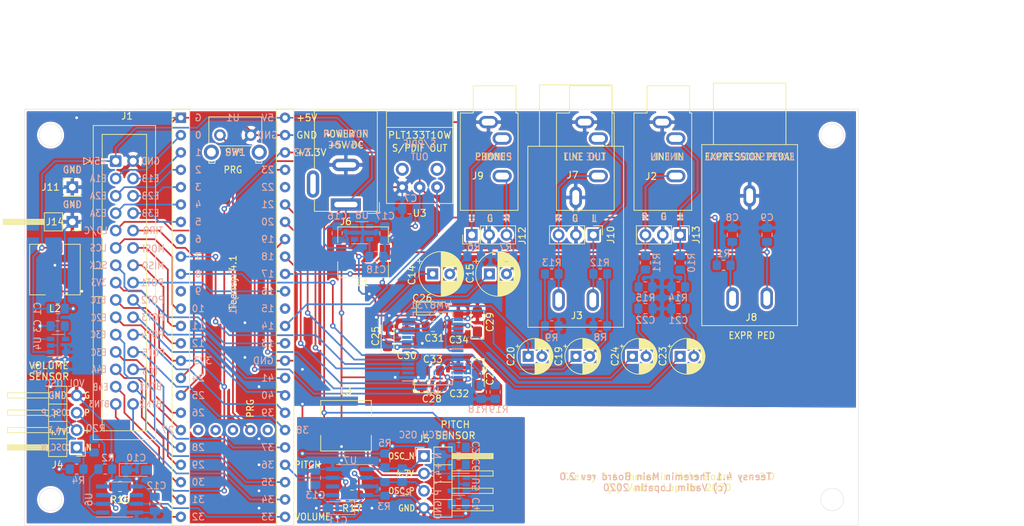
<source format=kicad_pcb>
(kicad_pcb (version 20171130) (host pcbnew "(5.1.7)-1")
  (title_block (title "Teensy 4 Theremin Main Board") (date 2020-11-16) (rev "rev 2.0") (company "(c) Vadim Lopatin, 2020"))
  (layers (0 F.Cu signal) (31 B.Cu signal) (34 B.Paste user) (35 F.Paste user) (36 B.SilkS user) (37 F.SilkS user) (38 B.Mask user) (39 F.Mask user) (44 Edge.Cuts user))
  (net 0 "")
  (net 1 "Net-(U2-Pad17)")
  (net 2 GND)
  (net 3 /VIN)
  (net 4 "Net-(C3-Pad1)")
  (net 5 "Net-(C4-Pad1)")
  (net 6 /3V3)
  (net 7 /ENC4_B)
  (net 8 /TOUCH_IRQ)
  (net 9 /LCD_SCK)
  (net 10 /LCD_MISO)
  (net 11 /LCD_MOSI)
  (net 12 /ENC3_B)
  (net 13 /ENC2_B)
  (net 14 /ENC1_B)
  (net 15 /ENC4_A)
  (net 16 /ENC4_C)
  (net 17 /ENC3_C)
  (net 18 /ENC2_C)
  (net 19 /ENC1_C)
  (net 20 /TOUCH_CS)
  (net 21 /ENC3_A)
  (net 22 /ENC2_A)
  (net 23 /ENC1_A)
  (net 24 /VOL_OSC)
  (net 25 /PITCH_OSC)
  (net 26 /I2S_MCLK)
  (net 27 /I2S_BCLK)
  (net 28 /I2S_LRCK)
  (net 29 /I2C_SCL)
  (net 30 /I2C_SDA)
  (net 31 /SPDIF_OUT)
  (net 32 /LCD_CS)
  (net 33 /LCD_DC)
  (net 34 /VCC_VOL)
  (net 35 /VCC_PITCH)
  (net 36 "Net-(C8-Pad1)")
  (net 37 /EXPR_PED)
  (net 38 /BTN_2)
  (net 39 /BTN_1)
  (net 40 /POT5)
  (net 41 /POT4)
  (net 42 /POT3)
  (net 43 /POT2)
  (net 44 /POT1)
  (net 45 /BTN_3)
  (net 46 /SPDIF_IN)
  (net 47 /I2S_DOUT1C)
  (net 48 /I2S_DIN1)
  (net 49 /I2S_DOUT1A)
  (net 50 /I2S_DOUT1D)
  (net 51 "Net-(U1-Pad53)")
  (net 52 "Net-(U1-Pad51)")
  (net 53 "Net-(U1-Pad50)")
  (net 54 "Net-(U1-Pad49)")
  (net 55 /PROG)
  (net 56 "Net-(J13-Pad1)")
  (net 57 /P_VOL)
  (net 58 /N_VOL)
  (net 59 /P_PITCH)
  (net 60 /N_PITCH)
  (net 61 "Net-(U6-Pad6)")
  (net 62 "Net-(U7-Pad6)")
  (net 63 "Net-(U2-Pad26)")
  (net 64 "Net-(U2-Pad18)")
  (net 65 "Net-(U2-Pad2)")
  (net 66 /WM8731_CS)
  (net 67 "Net-(C14-Pad2)")
  (net 68 /LHPOUT)
  (net 69 "Net-(C15-Pad2)")
  (net 70 /RHPOUT)
  (net 71 "Net-(C17-Pad1)")
  (net 72 "Net-(C19-Pad2)")
  (net 73 /LOUT)
  (net 74 "Net-(C20-Pad2)")
  (net 75 /ROUT)
  (net 76 "Net-(C21-Pad1)")
  (net 77 "Net-(C22-Pad1)")
  (net 78 /LLINEIN)
  (net 79 /RLINEIN)
  (net 80 /VMID)
  (net 81 /AVCC)
  (net 82 "Net-(J13-Pad3)")
  (net 83 "Net-(J10-Pad1)")
  (net 84 "Net-(J10-Pad3)")
  (net 85 "Net-(J6-Pad3)")
  (module Capacitor_Tantalum_SMD:CP_EIA-3216-18_Kemet-A_Pad1.58x1.35mm_HandSolder (layer B.Cu) (at 81.3665 125.73 180)
    (fp_text reference C11 (at 0 -1.778) (layer B.SilkS) (effects (justify mirror)))
    (fp_text value 10uF)
    (pad 2 smd roundrect (at 1.4375 0 180) (size 1.575 1.35) (layers B.Cu B.Paste B.Mask) (roundrect_rratio 0.185185) (net 2 GND))
    (pad 1 smd roundrect (at -1.4375 0 180) (size 1.575 1.35) (layers B.Cu B.Paste B.Mask) (roundrect_rratio 0.185185) (net 6 /3V3))
  )
  (module Capacitor_Tantalum_SMD:CP_EIA-3216-18_Kemet-A_Pad1.58x1.35mm_HandSolder (layer B.Cu) (at 51.9025 120.142)
    (fp_text reference C10 (at 0 -1.778) (layer B.SilkS) (effects (justify mirror)))
    (fp_text value 10uF)
    (pad 2 smd roundrect (at 1.4375 0) (size 1.575 1.35) (layers B.Cu B.Paste B.Mask) (roundrect_rratio 0.185185) (net 2 GND))
    (pad 1 smd roundrect (at -1.4375 0) (size 1.575 1.35) (layers B.Cu B.Paste B.Mask) (roundrect_rratio 0.185185) (net 6 /3V3))
  )
  (module Resistor_SMD:R_0805_2012Metric_Pad1.20x1.40mm_HandSolder (layer B.Cu) (at 90.805 120.92 90)
    (fp_text reference R21 (at -2.524 0 180) (layer B.SilkS) (effects (justify mirror)))
    (fp_text value "100 *")
    (pad 2 smd roundrect (at 1 0 90) (size 1.2 1.4) (layers B.Cu B.Paste B.Mask) (roundrect_rratio 0.208333) (net 60 /N_PITCH))
    (pad 1 smd roundrect (at -1 0 90) (size 1.2 1.4) (layers B.Cu B.Paste B.Mask) (roundrect_rratio 0.208333) (net 59 /P_PITCH))
  )
  (module Resistor_SMD:R_0805_2012Metric_Pad1.20x1.40mm_HandSolder (layer B.Cu) (at 45.72 116.586 270)
    (fp_text reference R20 (at -2.54 -0.254 180) (layer B.SilkS) (effects (justify mirror)))
    (fp_text value "100 *")
    (pad 2 smd roundrect (at 1 0 270) (size 1.2 1.4) (layers B.Cu B.Paste B.Mask) (roundrect_rratio 0.208333) (net 58 /N_VOL))
    (pad 1 smd roundrect (at -1 0 270) (size 1.2 1.4) (layers B.Cu B.Paste B.Mask) (roundrect_rratio 0.208333) (net 57 /P_VOL))
  )
  (module Resistor_SMD:R_0805_2012Metric_Pad1.20x1.40mm_HandSolder (layer B.Cu) (at 104.394 108.728 90)
    (fp_text reference R19 (at -2.524 0.508) (layer B.SilkS) (effects (justify mirror)))
    (fp_text value 2.2K)
    (pad 2 smd roundrect (at 1 0 90) (size 1.2 1.4) (layers B.Cu B.Paste B.Mask) (roundrect_rratio 0.208333) (net 30 /I2C_SDA))
    (pad 1 smd roundrect (at -1 0 90) (size 1.2 1.4) (layers B.Cu B.Paste B.Mask) (roundrect_rratio 0.208333) (net 6 /3V3))
  )
  (module Resistor_SMD:R_0805_2012Metric_Pad1.20x1.40mm_HandSolder (layer B.Cu) (at 102.362 108.728 90)
    (fp_text reference R18 (at -2.524 -0.508) (layer B.SilkS) (effects (justify mirror)))
    (fp_text value 2.2K)
    (pad 2 smd roundrect (at 1 0 90) (size 1.2 1.4) (layers B.Cu B.Paste B.Mask) (roundrect_rratio 0.208333) (net 29 /I2C_SCL))
    (pad 1 smd roundrect (at -1 0 90) (size 1.2 1.4) (layers B.Cu B.Paste B.Mask) (roundrect_rratio 0.208333) (net 6 /3V3))
  )
  (module Resistor_SMD:R_0805_2012Metric_Pad1.20x1.40mm_HandSolder (layer F.Cu) (at 83.455 123.825)
    (fp_text reference R17 (at 0 1.905) (layer F.SilkS))
    (fp_text value "0 *")
    (pad 2 smd roundrect (at 1 0) (size 1.2 1.4) (layers F.Cu F.Paste F.Mask) (roundrect_rratio 0.208333) (net 59 /P_PITCH))
    (pad 1 smd roundrect (at -1 0) (size 1.2 1.4) (layers F.Cu F.Paste F.Mask) (roundrect_rratio 0.208333) (net 25 /PITCH_OSC))
  )
  (module Resistor_SMD:R_0805_2012Metric_Pad1.20x1.40mm_HandSolder (layer F.Cu) (at 49.53 122.555 180)
    (fp_text reference R16 (at 0 -1.905 180) (layer F.SilkS))
    (fp_text value "0 *")
    (pad 2 smd roundrect (at 1 0 180) (size 1.2 1.4) (layers F.Cu F.Paste F.Mask) (roundrect_rratio 0.208333) (net 57 /P_VOL))
    (pad 1 smd roundrect (at -1 0 180) (size 1.2 1.4) (layers F.Cu F.Paste F.Mask) (roundrect_rratio 0.208333) (net 24 /VOL_OSC))
  )
  (module Inductor_SMD:L_7.3x7.3_H4.5 (layer F.Cu) (at 82.575 113.665)
    (fp_text reference L3 (at 0 -5.08) (layer F.SilkS))
    (fp_text value "10uH *")
    (pad 2 smd rect (at 3.2 0) (size 1.5 2.2) (layers F.Cu F.Paste F.Mask) (net 35 /VCC_PITCH))
    (pad 1 smd rect (at -3.2 0) (size 1.5 2.2) (layers F.Cu F.Paste F.Mask) (net 3 /VIN))
  )
  (module Inductor_SMD:L_7.3x7.3_H4.5 (layer F.Cu) (at 40.005 90.805 270)
    (fp_text reference L2 (at 5.715 0 180) (layer F.SilkS))
    (fp_text value "10uH *")
    (pad 2 smd rect (at 3.2 0 270) (size 1.5 2.2) (layers F.Cu F.Paste F.Mask) (net 34 /VCC_VOL))
    (pad 1 smd rect (at -3.2 0 270) (size 1.5 2.2) (layers F.Cu F.Paste F.Mask) (net 3 /VIN))
  )
  (module Capacitor_SMD:C_0805_2012Metric_Pad1.18x1.45mm_HandSolder (layer B.Cu) (at 40.4075 96.52)
    (fp_text reference C1 (at -2.9425 0 90) (layer B.SilkS) (effects (justify mirror)))
    (fp_text value 10uF)
    (pad 2 smd roundrect (at 1.0375 0) (size 1.175 1.45) (layers B.Cu B.Paste B.Mask) (roundrect_rratio 0.2127659574468085) (net 2 GND))
    (pad 1 smd roundrect (at -1.0375 0) (size 1.175 1.45) (layers B.Cu B.Paste B.Mask) (roundrect_rratio 0.2127659574468085) (net 3 /VIN))
  )
  (module Capacitor_THT:CP_Radial_D6.3mm_P2.50mm (layer F.Cu) (at 103.545 91.44)
    (fp_text reference C15 (at -2.834 -0.0635 90) (layer F.SilkS))
    (fp_text value 330uF)
    (pad 2 thru_hole circle (at 2.5 0) (size 1.6 1.6) (drill 0.8) (layers *.Cu *.Mask) (net 69 "Net-(C15-Pad2)"))
    (pad 1 thru_hole rect (at 0 0) (size 1.6 1.6) (drill 0.8) (layers *.Cu *.Mask) (net 70 /RHPOUT))
  )
  (module Capacitor_THT:CP_Radial_D6.3mm_P2.50mm (layer F.Cu) (at 95.25 91.44)
    (fp_text reference C14 (at -3.048 0.1905 90) (layer F.SilkS))
    (fp_text value 330uF)
    (pad 2 thru_hole circle (at 2.5 0) (size 1.6 1.6) (drill 0.8) (layers *.Cu *.Mask) (net 67 "Net-(C14-Pad2)"))
    (pad 1 thru_hole rect (at 0 0) (size 1.6 1.6) (drill 0.8) (layers *.Cu *.Mask) (net 68 /LHPOUT))
  )
  (module Inductor_SMD:L_7.3x7.3_H4.5 (layer F.Cu) (at 85.065 88.265 180)
    (fp_text reference L1 (at 0 -4.45) (layer F.SilkS))
    (fp_text value 10uH)
    (pad 2 smd rect (at 3.2 0 180) (size 1.5 2.2) (layers F.Cu F.Paste F.Mask) (net 81 /AVCC))
    (pad 1 smd rect (at -3.2 0 180) (size 1.5 2.2) (layers F.Cu F.Paste F.Mask) (net 6 /3V3))
  )
  (module Connector_BarrelJack:BarrelJack_Wuerth_6941xx301002 (layer F.Cu) (at 82.55 81.28 180)
    (fp_text reference J6 (at 0 -2.5) (layer F.SilkS))
    (fp_text value POWER_IN)
    (pad 1 thru_hole rect (at 0 0 180) (size 4.4 1.8) (drill oval 3.4 0.8) (layers *.Cu *.Mask) (net 3 /VIN))
    (pad 2 thru_hole oval (at 0 5.8 180) (size 4 1.8) (drill oval 3 0.8) (layers *.Cu *.Mask) (net 2 GND))
    (pad 3 thru_hole oval (at 4.8 3 270) (size 4 1.8) (drill oval 3 0.8) (layers *.Cu *.Mask) (net 85 "Net-(J6-Pad3)"))
  )
  (module Connector_PinHeader_2.54mm:PinHeader_1x03_P2.54mm_Vertical (layer F.Cu) (at 118.745 85.725 270)
    (fp_text reference J10 (at 0 -2.54 90) (layer F.SilkS))
    (fp_text value LINEOUT)
    (pad 3 thru_hole oval (at 0 5.08 270) (size 1.7 1.7) (drill 1) (layers *.Cu *.Mask) (net 84 "Net-(J10-Pad3)"))
    (pad 2 thru_hole oval (at 0 2.54 270) (size 1.7 1.7) (drill 1) (layers *.Cu *.Mask) (net 2 GND))
    (pad 1 thru_hole rect (at 0 0 270) (size 1.7 1.7) (drill 1) (layers *.Cu *.Mask) (net 83 "Net-(J10-Pad1)"))
  )
  (module Connector_PinHeader_2.54mm:PinHeader_1x03_P2.54mm_Vertical (layer F.Cu) (at 131.445 85.725 270)
    (fp_text reference J13 (at 0 -2.33 90) (layer F.SilkS))
    (fp_text value LINEIN)
    (pad 3 thru_hole oval (at 0 5.08 270) (size 1.7 1.7) (drill 1) (layers *.Cu *.Mask) (net 82 "Net-(J13-Pad3)"))
    (pad 2 thru_hole oval (at 0 2.54 270) (size 1.7 1.7) (drill 1) (layers *.Cu *.Mask) (net 2 GND))
    (pad 1 thru_hole rect (at 0 0 270) (size 1.7 1.7) (drill 1) (layers *.Cu *.Mask) (net 56 "Net-(J13-Pad1)"))
  )
  (module Connector_PinHeader_2.54mm:PinHeader_1x03_P2.54mm_Vertical (layer F.Cu) (at 100.965 85.725 90)
    (fp_text reference J12 (at -0.127 7.366 90) (layer F.SilkS))
    (fp_text value PHONES)
    (pad 3 thru_hole oval (at 0 5.08 90) (size 1.7 1.7) (drill 1) (layers *.Cu *.Mask) (net 69 "Net-(C15-Pad2)"))
    (pad 2 thru_hole oval (at 0 2.54 90) (size 1.7 1.7) (drill 1) (layers *.Cu *.Mask) (net 2 GND))
    (pad 1 thru_hole rect (at 0 0 90) (size 1.7 1.7) (drill 1) (layers *.Cu *.Mask) (net 67 "Net-(C14-Pad2)"))
  )
  (module Capacitor_SMD:C_0805_2012Metric_Pad1.18x1.45mm_HandSolder (layer F.Cu) (at 98.9965 98.34 90)
    (fp_text reference C34 (at -2.752 0.0635 180) (layer F.SilkS))
    (fp_text value 0.1uF)
    (pad 2 smd roundrect (at 1.0375 0 90) (size 1.175 1.45) (layers F.Cu F.Paste F.Mask) (roundrect_rratio 0.212766) (net 2 GND))
    (pad 1 smd roundrect (at -1.0375 0 90) (size 1.175 1.45) (layers F.Cu F.Paste F.Mask) (roundrect_rratio 0.212766) (net 80 /VMID))
  )
  (module Capacitor_SMD:C_0805_2012Metric_Pad1.18x1.45mm_HandSolder (layer F.Cu) (at 95.2715 105.6005)
    (fp_text reference C33 (at 0 -1.68) (layer F.SilkS))
    (fp_text value 0.1uF)
    (pad 2 smd roundrect (at 1.0375 0) (size 1.175 1.45) (layers F.Cu F.Paste F.Mask) (roundrect_rratio 0.212766) (net 2 GND))
    (pad 1 smd roundrect (at -1.0375 0) (size 1.175 1.45) (layers F.Cu F.Paste F.Mask) (roundrect_rratio 0.212766) (net 6 /3V3))
  )
  (module Capacitor_SMD:C_0805_2012Metric_Pad1.18x1.45mm_HandSolder (layer F.Cu) (at 98.9965 106.214 270)
    (fp_text reference C32 (at 2.752 -0.127 180) (layer F.SilkS))
    (fp_text value 0.1uF)
    (pad 2 smd roundrect (at 1.0375 0 270) (size 1.175 1.45) (layers F.Cu F.Paste F.Mask) (roundrect_rratio 0.212766) (net 2 GND))
    (pad 1 smd roundrect (at -1.0375 0 270) (size 1.175 1.45) (layers F.Cu F.Paste F.Mask) (roundrect_rratio 0.212766) (net 6 /3V3))
  )
  (module Capacitor_SMD:C_0805_2012Metric_Pad1.18x1.45mm_HandSolder (layer F.Cu) (at 95.2715 99.1235)
    (fp_text reference C31 (at 0.2325 1.7145) (layer F.SilkS))
    (fp_text value 0.1uF)
    (pad 2 smd roundrect (at 1.0375 0) (size 1.175 1.45) (layers F.Cu F.Paste F.Mask) (roundrect_rratio 0.212766) (net 2 GND))
    (pad 1 smd roundrect (at -1.0375 0) (size 1.175 1.45) (layers F.Cu F.Paste F.Mask) (roundrect_rratio 0.212766) (net 81 /AVCC))
  )
  (module Capacitor_SMD:C_0805_2012Metric_Pad1.18x1.45mm_HandSolder (layer F.Cu) (at 91.44 100.7325 90)
    (fp_text reference C30 (at -2.6455 0 180) (layer F.SilkS))
    (fp_text value 0.1uF)
    (pad 2 smd roundrect (at 1.0375 0 90) (size 1.175 1.45) (layers F.Cu F.Paste F.Mask) (roundrect_rratio 0.212766) (net 2 GND))
    (pad 1 smd roundrect (at -1.0375 0 90) (size 1.175 1.45) (layers F.Cu F.Paste F.Mask) (roundrect_rratio 0.212766) (net 81 /AVCC))
  )
  (module Capacitor_Tantalum_SMD:CP_EIA-3216-18_Kemet-A_Pad1.58x1.35mm_HandSolder (layer F.Cu) (at 101.7905 98.4885 90)
    (fp_text reference C29 (at 0 1.8415 90) (layer F.SilkS))
    (fp_text value 10uF)
    (pad 2 smd roundrect (at 1.4375 0 90) (size 1.575 1.35) (layers F.Cu F.Paste F.Mask) (roundrect_rratio 0.185185) (net 2 GND))
    (pad 1 smd roundrect (at -1.4375 0 90) (size 1.575 1.35) (layers F.Cu F.Paste F.Mask) (roundrect_rratio 0.185185) (net 80 /VMID))
  )
  (module Capacitor_Tantalum_SMD:CP_EIA-3216-18_Kemet-A_Pad1.58x1.35mm_HandSolder (layer F.Cu) (at 95.0825 107.8865)
    (fp_text reference C28 (at 0.0405 1.8415) (layer F.SilkS))
    (fp_text value 10uF)
    (pad 2 smd roundrect (at 1.4375 0) (size 1.575 1.35) (layers F.Cu F.Paste F.Mask) (roundrect_rratio 0.185185) (net 2 GND))
    (pad 1 smd roundrect (at -1.4375 0) (size 1.575 1.35) (layers F.Cu F.Paste F.Mask) (roundrect_rratio 0.185185) (net 6 /3V3))
  )
  (module Capacitor_Tantalum_SMD:CP_EIA-3216-18_Kemet-A_Pad1.58x1.35mm_HandSolder (layer F.Cu) (at 101.854 106.322 270)
    (fp_text reference C27 (at 0 -1.778 90) (layer F.SilkS))
    (fp_text value 10uF)
    (pad 2 smd roundrect (at 1.4375 0 270) (size 1.575 1.35) (layers F.Cu F.Paste F.Mask) (roundrect_rratio 0.185185) (net 2 GND))
    (pad 1 smd roundrect (at -1.4375 0 270) (size 1.575 1.35) (layers F.Cu F.Paste F.Mask) (roundrect_rratio 0.185185) (net 6 /3V3))
  )
  (module Capacitor_Tantalum_SMD:CP_EIA-3216-18_Kemet-A_Pad1.58x1.35mm_HandSolder (layer F.Cu) (at 95.354 96.52)
    (fp_text reference C26 (at -1.628 -1.524) (layer F.SilkS))
    (fp_text value 10uF)
    (pad 2 smd roundrect (at 1.4375 0) (size 1.575 1.35) (layers F.Cu F.Paste F.Mask) (roundrect_rratio 0.185185) (net 2 GND))
    (pad 1 smd roundrect (at -1.4375 0) (size 1.575 1.35) (layers F.Cu F.Paste F.Mask) (roundrect_rratio 0.185185) (net 81 /AVCC))
  )
  (module Capacitor_Tantalum_SMD:CP_EIA-3216-18_Kemet-A_Pad1.58x1.35mm_HandSolder (layer F.Cu) (at 88.646 100.5435 90)
    (fp_text reference C25 (at 0 -1.75 90) (layer F.SilkS))
    (fp_text value 10uF)
    (pad 2 smd roundrect (at 1.4375 0 90) (size 1.575 1.35) (layers F.Cu F.Paste F.Mask) (roundrect_rratio 0.185185) (net 2 GND))
    (pad 1 smd roundrect (at -1.4375 0 90) (size 1.575 1.35) (layers F.Cu F.Paste F.Mask) (roundrect_rratio 0.185185) (net 81 /AVCC))
  )
  (module Package_TO_SOT_SMD:SOT-23-5 (layer B.Cu) (at 84.92 85.405)
    (fp_text reference U8 (at 0 -2.54) (layer B.SilkS) (effects (justify mirror)))
    (fp_text value LD3985M33R)
    (pad 5 smd rect (at 1.1 0.95) (size 1.06 0.65) (layers B.Cu B.Paste B.Mask) (net 81 /AVCC))
    (pad 4 smd rect (at 1.1 -0.95) (size 1.06 0.65) (layers B.Cu B.Paste B.Mask) (net 71 "Net-(C17-Pad1)"))
    (pad 3 smd rect (at -1.1 -0.95) (size 1.06 0.65) (layers B.Cu B.Paste B.Mask) (net 3 /VIN))
    (pad 2 smd rect (at -1.1 0) (size 1.06 0.65) (layers B.Cu B.Paste B.Mask) (net 2 GND))
    (pad 1 smd rect (at -1.1 0.95) (size 1.06 0.65) (layers B.Cu B.Paste B.Mask) (net 3 /VIN))
  )
  (module Resistor_SMD:R_0805_2012Metric_Pad1.20x1.40mm_HandSolder (layer B.Cu) (at 126.365 93.345)
    (fp_text reference R15 (at 0 1.5875) (layer B.SilkS) (effects (justify mirror)))
    (fp_text value 5.6K)
    (pad 2 smd roundrect (at 1 0) (size 1.2 1.4) (layers B.Cu B.Paste B.Mask) (roundrect_rratio 0.208333) (net 2 GND))
    (pad 1 smd roundrect (at -1 0) (size 1.2 1.4) (layers B.Cu B.Paste B.Mask) (roundrect_rratio 0.208333) (net 77 "Net-(C22-Pad1)"))
  )
  (module Resistor_SMD:R_0805_2012Metric_Pad1.20x1.40mm_HandSolder (layer B.Cu) (at 131.175 93.345 180)
    (fp_text reference R14 (at 0.0475 -1.5875) (layer B.SilkS) (effects (justify mirror)))
    (fp_text value 5.6K)
    (pad 2 smd roundrect (at 1 0 180) (size 1.2 1.4) (layers B.Cu B.Paste B.Mask) (roundrect_rratio 0.208333) (net 2 GND))
    (pad 1 smd roundrect (at -1 0 180) (size 1.2 1.4) (layers B.Cu B.Paste B.Mask) (roundrect_rratio 0.208333) (net 76 "Net-(C21-Pad1)"))
  )
  (module Resistor_SMD:R_0805_2012Metric_Pad1.20x1.40mm_HandSolder (layer B.Cu) (at 112.665 91.44 180)
    (fp_text reference R13 (at 0 1.65) (layer B.SilkS) (effects (justify mirror)))
    (fp_text value 100)
    (pad 2 smd roundrect (at 1 0 180) (size 1.2 1.4) (layers B.Cu B.Paste B.Mask) (roundrect_rratio 0.208333) (net 74 "Net-(C20-Pad2)"))
    (pad 1 smd roundrect (at -1 0 180) (size 1.2 1.4) (layers B.Cu B.Paste B.Mask) (roundrect_rratio 0.208333) (net 84 "Net-(J10-Pad3)"))
  )
  (module Resistor_SMD:R_0805_2012Metric_Pad1.20x1.40mm_HandSolder (layer B.Cu) (at 119.745 91.44)
    (fp_text reference R12 (at -0.0475 -1.651) (layer B.SilkS) (effects (justify mirror)))
    (fp_text value 100)
    (pad 2 smd roundrect (at 1 0) (size 1.2 1.4) (layers B.Cu B.Paste B.Mask) (roundrect_rratio 0.208333) (net 72 "Net-(C19-Pad2)"))
    (pad 1 smd roundrect (at -1 0) (size 1.2 1.4) (layers B.Cu B.Paste B.Mask) (roundrect_rratio 0.208333) (net 83 "Net-(J10-Pad1)"))
  )
  (module Resistor_SMD:R_0805_2012Metric_Pad1.20x1.40mm_HandSolder (layer B.Cu) (at 126.365 89.805 90)
    (fp_text reference R11 (at 0 1.65 90) (layer B.SilkS) (effects (justify mirror)))
    (fp_text value 5.6K)
    (pad 2 smd roundrect (at 1 0 90) (size 1.2 1.4) (layers B.Cu B.Paste B.Mask) (roundrect_rratio 0.208333) (net 82 "Net-(J13-Pad3)"))
    (pad 1 smd roundrect (at -1 0 90) (size 1.2 1.4) (layers B.Cu B.Paste B.Mask) (roundrect_rratio 0.208333) (net 77 "Net-(C22-Pad1)"))
  )
  (module Resistor_SMD:R_0805_2012Metric_Pad1.20x1.40mm_HandSolder (layer B.Cu) (at 131.445 89.805 90)
    (fp_text reference R10 (at 0 1.65 270) (layer B.SilkS) (effects (justify mirror)))
    (fp_text value 5.6K)
    (pad 2 smd roundrect (at 1 0 90) (size 1.2 1.4) (layers B.Cu B.Paste B.Mask) (roundrect_rratio 0.208333) (net 56 "Net-(J13-Pad1)"))
    (pad 1 smd roundrect (at -1 0 90) (size 1.2 1.4) (layers B.Cu B.Paste B.Mask) (roundrect_rratio 0.208333) (net 76 "Net-(C21-Pad1)"))
  )
  (module Resistor_SMD:R_0805_2012Metric_Pad1.20x1.40mm_HandSolder (layer B.Cu) (at 112.665 99.06 180)
    (fp_text reference R9 (at 0.016 -1.7145) (layer B.SilkS) (effects (justify mirror)))
    (fp_text value 47K)
    (pad 2 smd roundrect (at 1 0 180) (size 1.2 1.4) (layers B.Cu B.Paste B.Mask) (roundrect_rratio 0.208333) (net 74 "Net-(C20-Pad2)"))
    (pad 1 smd roundrect (at -1 0 180) (size 1.2 1.4) (layers B.Cu B.Paste B.Mask) (roundrect_rratio 0.208333) (net 2 GND))
  )
  (module Resistor_SMD:R_0805_2012Metric_Pad1.20x1.40mm_HandSolder (layer B.Cu) (at 119.745 99.06 180)
    (fp_text reference R8 (at -0.016 -1.651) (layer B.SilkS) (effects (justify mirror)))
    (fp_text value 47K)
    (pad 2 smd roundrect (at 1 0 180) (size 1.2 1.4) (layers B.Cu B.Paste B.Mask) (roundrect_rratio 0.208333) (net 2 GND))
    (pad 1 smd roundrect (at -1 0 180) (size 1.2 1.4) (layers B.Cu B.Paste B.Mask) (roundrect_rratio 0.208333) (net 72 "Net-(C19-Pad2)"))
  )
  (module Resistor_SMD:R_0805_2012Metric_Pad1.20x1.40mm_HandSolder (layer B.Cu) (at 106.045 88.9)
    (fp_text reference R7 (at -0.127 -1.397) (layer B.SilkS) (effects (justify mirror)))
    (fp_text value 47K)
    (pad 2 smd roundrect (at 1 0) (size 1.2 1.4) (layers B.Cu B.Paste B.Mask) (roundrect_rratio 0.208333) (net 69 "Net-(C15-Pad2)"))
    (pad 1 smd roundrect (at -1 0) (size 1.2 1.4) (layers B.Cu B.Paste B.Mask) (roundrect_rratio 0.208333) (net 2 GND))
  )
  (module Resistor_SMD:R_0805_2012Metric_Pad1.20x1.40mm_HandSolder (layer B.Cu) (at 101.33 88.9)
    (fp_text reference R6 (at -0.0475 -1.4605) (layer B.SilkS) (effects (justify mirror)))
    (fp_text value 47K)
    (pad 2 smd roundrect (at 1 0) (size 1.2 1.4) (layers B.Cu B.Paste B.Mask) (roundrect_rratio 0.208333) (net 2 GND))
    (pad 1 smd roundrect (at -1 0) (size 1.2 1.4) (layers B.Cu B.Paste B.Mask) (roundrect_rratio 0.208333) (net 67 "Net-(C14-Pad2)"))
  )
  (module Connector_Audio:Jack_3.5mm_CUI_SJ1-3533NG_Horizontal (layer F.Cu) (at 103.41 69.215)
    (fp_text reference J9 (at -1.556 7.874) (layer F.SilkS))
    (fp_text value HP_OUT)
    (pad R thru_hole oval (at 2 7.9) (size 2.8 1.8) (drill oval 2 1) (layers *.Cu *.Mask) (net 69 "Net-(C15-Pad2)"))
    (pad T thru_hole oval (at 2 2.4) (size 2.8 1.8) (drill oval 2 1) (layers *.Cu *.Mask) (net 67 "Net-(C14-Pad2)"))
    (pad S thru_hole oval (at 0 0) (size 2.8 1.8) (drill oval 2 1) (layers *.Cu *.Mask) (net 2 GND))
  )
  (module Capacitor_THT:CP_Radial_D5.0mm_P2.00mm (layer F.Cu) (at 124.46 103.505)
    (fp_text reference C24 (at -2.54 0 270) (layer F.SilkS))
    (fp_text value 1uF)
    (pad 2 thru_hole circle (at 2 0) (size 1.6 1.6) (drill 0.8) (layers *.Cu *.Mask) (net 77 "Net-(C22-Pad1)"))
    (pad 1 thru_hole rect (at 0 0) (size 1.6 1.6) (drill 0.8) (layers *.Cu *.Mask) (net 79 /RLINEIN))
  )
  (module Capacitor_THT:CP_Radial_D5.0mm_P2.00mm (layer F.Cu) (at 131.445 103.505)
    (fp_text reference C23 (at -2.54 0 270) (layer F.SilkS))
    (fp_text value 1uF)
    (pad 2 thru_hole circle (at 2 0) (size 1.6 1.6) (drill 0.8) (layers *.Cu *.Mask) (net 76 "Net-(C21-Pad1)"))
    (pad 1 thru_hole rect (at 0 0) (size 1.6 1.6) (drill 0.8) (layers *.Cu *.Mask) (net 78 /LLINEIN))
  )
  (module Capacitor_SMD:C_0805_2012Metric_Pad1.18x1.45mm_HandSolder (layer B.Cu) (at 126.365 96.52)
    (fp_text reference C22 (at 0 1.68) (layer B.SilkS) (effects (justify mirror)))
    (fp_text value 220pF)
    (pad 2 smd roundrect (at 1.0375 0) (size 1.175 1.45) (layers B.Cu B.Paste B.Mask) (roundrect_rratio 0.212766) (net 2 GND))
    (pad 1 smd roundrect (at -1.0375 0) (size 1.175 1.45) (layers B.Cu B.Paste B.Mask) (roundrect_rratio 0.212766) (net 77 "Net-(C22-Pad1)"))
  )
  (module Capacitor_SMD:C_0805_2012Metric_Pad1.18x1.45mm_HandSolder (layer B.Cu) (at 131.2125 96.52 180)
    (fp_text reference C21 (at 0.0215 -1.7145) (layer B.SilkS) (effects (justify mirror)))
    (fp_text value 220pF)
    (pad 2 smd roundrect (at 1.0375 0 180) (size 1.175 1.45) (layers B.Cu B.Paste B.Mask) (roundrect_rratio 0.212766) (net 2 GND))
    (pad 1 smd roundrect (at -1.0375 0 180) (size 1.175 1.45) (layers B.Cu B.Paste B.Mask) (roundrect_rratio 0.212766) (net 76 "Net-(C21-Pad1)"))
  )
  (module Capacitor_THT:CP_Radial_D5.0mm_P2.00mm (layer F.Cu) (at 109.22 103.505)
    (fp_text reference C20 (at -2.54 0 270) (layer F.SilkS))
    (fp_text value 1uF)
    (pad 2 thru_hole circle (at 2 0) (size 1.6 1.6) (drill 0.8) (layers *.Cu *.Mask) (net 74 "Net-(C20-Pad2)"))
    (pad 1 thru_hole rect (at 0 0) (size 1.6 1.6) (drill 0.8) (layers *.Cu *.Mask) (net 75 /ROUT))
  )
  (module Capacitor_THT:CP_Radial_D5.0mm_P2.00mm (layer F.Cu) (at 116.205 103.505)
    (fp_text reference C19 (at -2.54 0 270) (layer F.SilkS))
    (fp_text value 1uF)
    (pad 2 thru_hole circle (at 2 0) (size 1.6 1.6) (drill 0.8) (layers *.Cu *.Mask) (net 72 "Net-(C19-Pad2)"))
    (pad 1 thru_hole rect (at 0 0) (size 1.6 1.6) (drill 0.8) (layers *.Cu *.Mask) (net 73 /LOUT))
  )
  (module Capacitor_SMD:C_0805_2012Metric_Pad1.18x1.45mm_HandSolder (layer B.Cu) (at 86.995 88.9)
    (fp_text reference C18 (at 0 1.905) (layer B.SilkS) (effects (justify mirror)))
    (fp_text value 10uF)
    (pad 2 smd roundrect (at 1.0375 0) (size 1.175 1.45) (layers B.Cu B.Paste B.Mask) (roundrect_rratio 0.212766) (net 2 GND))
    (pad 1 smd roundrect (at -1.0375 0) (size 1.175 1.45) (layers B.Cu B.Paste B.Mask) (roundrect_rratio 0.212766) (net 81 /AVCC))
  )
  (module Capacitor_SMD:C_0805_2012Metric_Pad1.18x1.45mm_HandSolder (layer B.Cu) (at 88.265 85.4925 270)
    (fp_text reference C17 (at -2.54 0 180) (layer B.SilkS) (effects (justify mirror)))
    (fp_text value 10nF)
    (pad 2 smd roundrect (at 1.0375 0 270) (size 1.175 1.45) (layers B.Cu B.Paste B.Mask) (roundrect_rratio 0.212766) (net 2 GND))
    (pad 1 smd roundrect (at -1.0375 0 270) (size 1.175 1.45) (layers B.Cu B.Paste B.Mask) (roundrect_rratio 0.212766) (net 71 "Net-(C17-Pad1)"))
  )
  (module Capacitor_SMD:C_0805_2012Metric_Pad1.18x1.45mm_HandSolder (layer B.Cu) (at 81.28 85.4925 270)
    (fp_text reference C16 (at -2.54 0 180) (layer B.SilkS) (effects (justify mirror)))
    (fp_text value 10uF)
    (pad 2 smd roundrect (at 1.0375 0 270) (size 1.175 1.45) (layers B.Cu B.Paste B.Mask) (roundrect_rratio 0.212766) (net 2 GND))
    (pad 1 smd roundrect (at -1.0375 0 270) (size 1.175 1.45) (layers B.Cu B.Paste B.Mask) (roundrect_rratio 0.212766) (net 3 /VIN))
  )
  (module Package_SO:SSOP-28_5.3x10.2mm_P0.65mm (layer B.Cu) (at 95.2695 102.351)
    (fp_text reference U2 (at 0 6.25) (layer B.SilkS) (effects (justify mirror)))
    (fp_text value WM8731SEDS)
    (pad 28 smd rect (at 3.6 4.225) (size 1.75 0.45) (layers B.Cu B.Paste B.Mask) (net 2 GND))
    (pad 27 smd rect (at 3.6 3.575) (size 1.75 0.45) (layers B.Cu B.Paste B.Mask) (net 6 /3V3))
    (pad 26 smd rect (at 3.6 2.925) (size 1.75 0.45) (layers B.Cu B.Paste B.Mask) (net 63 "Net-(U2-Pad26)"))
    (pad 25 smd rect (at 3.6 2.275) (size 1.75 0.45) (layers B.Cu B.Paste B.Mask) (net 26 /I2S_MCLK))
    (pad 24 smd rect (at 3.6 1.625) (size 1.75 0.45) (layers B.Cu B.Paste B.Mask) (net 29 /I2C_SCL))
    (pad 23 smd rect (at 3.6 0.975) (size 1.75 0.45) (layers B.Cu B.Paste B.Mask) (net 30 /I2C_SDA))
    (pad 22 smd rect (at 3.6 0.325) (size 1.75 0.45) (layers B.Cu B.Paste B.Mask) (net 2 GND))
    (pad 21 smd rect (at 3.6 -0.325) (size 1.75 0.45) (layers B.Cu B.Paste B.Mask) (net 2 GND))
    (pad 20 smd rect (at 3.6 -0.975) (size 1.75 0.45) (layers B.Cu B.Paste B.Mask) (net 78 /LLINEIN))
    (pad 19 smd rect (at 3.6 -1.625) (size 1.75 0.45) (layers B.Cu B.Paste B.Mask) (net 79 /RLINEIN))
    (pad 18 smd rect (at 3.6 -2.275) (size 1.75 0.45) (layers B.Cu B.Paste B.Mask) (net 64 "Net-(U2-Pad18)"))
    (pad 17 smd rect (at 3.6 -2.925) (size 1.75 0.45) (layers B.Cu B.Paste B.Mask) (net 1 "Net-(U2-Pad17)"))
    (pad 16 smd rect (at 3.6 -3.575) (size 1.75 0.45) (layers B.Cu B.Paste B.Mask) (net 80 /VMID))
    (pad 15 smd rect (at 3.6 -4.225) (size 1.75 0.45) (layers B.Cu B.Paste B.Mask) (net 2 GND))
    (pad 14 smd rect (at -3.6 -4.225) (size 1.75 0.45) (layers B.Cu B.Paste B.Mask) (net 81 /AVCC))
    (pad 13 smd rect (at -3.6 -3.575) (size 1.75 0.45) (layers B.Cu B.Paste B.Mask) (net 75 /ROUT))
    (pad 12 smd rect (at -3.6 -2.925) (size 1.75 0.45) (layers B.Cu B.Paste B.Mask) (net 73 /LOUT))
    (pad 11 smd rect (at -3.6 -2.275) (size 1.75 0.45) (layers B.Cu B.Paste B.Mask) (net 2 GND))
    (pad 10 smd rect (at -3.6 -1.625) (size 1.75 0.45) (layers B.Cu B.Paste B.Mask) (net 70 /RHPOUT))
    (pad 9 smd rect (at -3.6 -0.975) (size 1.75 0.45) (layers B.Cu B.Paste B.Mask) (net 68 /LHPOUT))
    (pad 8 smd rect (at -3.6 -0.325) (size 1.75 0.45) (layers B.Cu B.Paste B.Mask) (net 81 /AVCC))
    (pad 7 smd rect (at -3.6 0.325) (size 1.75 0.45) (layers B.Cu B.Paste B.Mask) (net 28 /I2S_LRCK))
    (pad 6 smd rect (at -3.6 0.975) (size 1.75 0.45) (layers B.Cu B.Paste B.Mask) (net 48 /I2S_DIN1))
    (pad 5 smd rect (at -3.6 1.625) (size 1.75 0.45) (layers B.Cu B.Paste B.Mask) (net 28 /I2S_LRCK))
    (pad 4 smd rect (at -3.6 2.275) (size 1.75 0.45) (layers B.Cu B.Paste B.Mask) (net 49 /I2S_DOUT1A))
    (pad 3 smd rect (at -3.6 2.925) (size 1.75 0.45) (layers B.Cu B.Paste B.Mask) (net 27 /I2S_BCLK))
    (pad 2 smd rect (at -3.6 3.575) (size 1.75 0.45) (layers B.Cu B.Paste B.Mask) (net 65 "Net-(U2-Pad2)"))
    (pad 1 smd rect (at -3.6 4.225) (size 1.75 0.45) (layers B.Cu B.Paste B.Mask) (net 6 /3V3))
  )
  (module Package_SO:SOIC-8_3.9x4.9mm_P1.27mm (layer B.Cu) (at 83.0955 121.92 180)
    (fp_text reference U7 (at -0.0895 3.175) (layer B.SilkS) (effects (justify mirror)))
    (fp_text value DS90LV028A)
    (pad 8 smd roundrect (at 2.475 1.905 180) (size 1.95 0.6) (layers B.Cu B.Paste B.Mask) (net 6 /3V3))
    (pad 7 smd roundrect (at 2.475 0.635 180) (size 1.95 0.6) (layers B.Cu B.Paste B.Mask) (net 25 /PITCH_OSC))
    (pad 6 smd roundrect (at 2.475 -0.635 180) (size 1.95 0.6) (layers B.Cu B.Paste B.Mask) (net 62 "Net-(U7-Pad6)"))
    (pad 5 smd roundrect (at 2.475 -1.905 180) (size 1.95 0.6) (layers B.Cu B.Paste B.Mask) (net 2 GND))
    (pad 4 smd roundrect (at -2.475 -1.905 180) (size 1.95 0.6) (layers B.Cu B.Paste B.Mask) (net 2 GND))
    (pad 3 smd roundrect (at -2.475 -0.635 180) (size 1.95 0.6) (layers B.Cu B.Paste B.Mask) (net 6 /3V3))
    (pad 2 smd roundrect (at -2.475 0.635 180) (size 1.95 0.6) (layers B.Cu B.Paste B.Mask) (net 59 /P_PITCH))
    (pad 1 smd roundrect (at -2.475 1.905 180) (size 1.95 0.6) (layers B.Cu B.Paste B.Mask) (net 60 /N_PITCH))
  )
  (module Package_SO:SOIC-8_3.9x4.9mm_P1.27mm (layer B.Cu) (at 49.465 124.46)
    (fp_text reference U6 (at -4.507 0 90) (layer B.SilkS) (effects (justify mirror)))
    (fp_text value DS90LV028A)
    (pad 8 smd roundrect (at 2.475 1.905) (size 1.95 0.6) (layers B.Cu B.Paste B.Mask) (net 6 /3V3))
    (pad 7 smd roundrect (at 2.475 0.635) (size 1.95 0.6) (layers B.Cu B.Paste B.Mask) (net 24 /VOL_OSC))
    (pad 6 smd roundrect (at 2.475 -0.635) (size 1.95 0.6) (layers B.Cu B.Paste B.Mask) (net 61 "Net-(U6-Pad6)"))
    (pad 5 smd roundrect (at 2.475 -1.905) (size 1.95 0.6) (layers B.Cu B.Paste B.Mask) (net 2 GND))
    (pad 4 smd roundrect (at -2.475 -1.905) (size 1.95 0.6) (layers B.Cu B.Paste B.Mask) (net 2 GND))
    (pad 3 smd roundrect (at -2.475 -0.635) (size 1.95 0.6) (layers B.Cu B.Paste B.Mask) (net 6 /3V3))
    (pad 2 smd roundrect (at -2.475 0.635) (size 1.95 0.6) (layers B.Cu B.Paste B.Mask) (net 57 /P_VOL))
    (pad 1 smd roundrect (at -2.475 1.905) (size 1.95 0.6) (layers B.Cu B.Paste B.Mask) (net 58 /N_VOL))
  )
  (module Resistor_SMD:R_0805_2012Metric_Pad1.20x1.40mm_HandSolder (layer B.Cu) (at 88.265 118.745 90)
    (fp_text reference R5 (at 2.54 0) (layer B.SilkS) (effects (justify mirror)))
    (fp_text value "100 *")
    (pad 2 smd roundrect (at 1 0 90) (size 1.2 1.4) (layers B.Cu B.Paste B.Mask) (roundrect_rratio 0.208333) (net 2 GND))
    (pad 1 smd roundrect (at -1 0 90) (size 1.2 1.4) (layers B.Cu B.Paste B.Mask) (roundrect_rratio 0.208333) (net 60 /N_PITCH))
  )
  (module Resistor_SMD:R_0805_2012Metric_Pad1.20x1.40mm_HandSolder (layer B.Cu) (at 43.18 120.015 180)
    (fp_text reference R4 (at -0.254 -1.651) (layer B.SilkS) (effects (justify mirror)))
    (fp_text value "100 *")
    (pad 2 smd roundrect (at 1 0 180) (size 1.2 1.4) (layers B.Cu B.Paste B.Mask) (roundrect_rratio 0.208333) (net 2 GND))
    (pad 1 smd roundrect (at -1 0 180) (size 1.2 1.4) (layers B.Cu B.Paste B.Mask) (roundrect_rratio 0.208333) (net 58 /N_VOL))
  )
  (module Resistor_SMD:R_0805_2012Metric_Pad1.20x1.40mm_HandSolder (layer B.Cu) (at 88.265 122.92 270)
    (fp_text reference R3 (at 2.556 0.127) (layer B.SilkS) (effects (justify mirror)))
    (fp_text value "100 *")
    (pad 2 smd roundrect (at 1 0 270) (size 1.2 1.4) (layers B.Cu B.Paste B.Mask) (roundrect_rratio 0.208333) (net 2 GND))
    (pad 1 smd roundrect (at -1 0 270) (size 1.2 1.4) (layers B.Cu B.Paste B.Mask) (roundrect_rratio 0.208333) (net 59 /P_PITCH))
  )
  (module Resistor_SMD:R_0805_2012Metric_Pad1.20x1.40mm_HandSolder (layer B.Cu) (at 47.355 120.015)
    (fp_text reference R2 (at 0.397 -1.651) (layer B.SilkS) (effects (justify mirror)))
    (fp_text value "100 *")
    (pad 2 smd roundrect (at 1 0) (size 1.2 1.4) (layers B.Cu B.Paste B.Mask) (roundrect_rratio 0.208333) (net 2 GND))
    (pad 1 smd roundrect (at -1 0) (size 1.2 1.4) (layers B.Cu B.Paste B.Mask) (roundrect_rratio 0.208333) (net 57 /P_VOL))
  )
  (module Connector_PinHeader_2.54mm:PinHeader_1x04_P2.54mm_Horizontal (layer F.Cu) (at 93.98 118.11)
    (fp_text reference J5 (at 0 -2.54) (layer F.SilkS))
    (fp_text value PITCH_SENSOR)
    (pad 4 thru_hole oval (at 0 7.62) (size 1.7 1.7) (drill 1) (layers *.Cu *.Mask) (net 2 GND))
    (pad 3 thru_hole oval (at 0 5.08) (size 1.7 1.7) (drill 1) (layers *.Cu *.Mask) (net 59 /P_PITCH))
    (pad 2 thru_hole oval (at 0 2.54) (size 1.7 1.7) (drill 1) (layers *.Cu *.Mask) (net 35 /VCC_PITCH))
    (pad 1 thru_hole rect (at 0 0) (size 1.7 1.7) (drill 1) (layers *.Cu *.Mask) (net 60 /N_PITCH))
  )
  (module Connector_PinHeader_2.54mm:PinHeader_1x04_P2.54mm_Horizontal (layer F.Cu) (at 43.18 116.84 180)
    (fp_text reference J4 (at 2.794 -2.54) (layer F.SilkS))
    (fp_text value VOL_SENSOR)
    (pad 4 thru_hole oval (at 0 7.62 180) (size 1.7 1.7) (drill 1) (layers *.Cu *.Mask) (net 2 GND))
    (pad 3 thru_hole oval (at 0 5.08 180) (size 1.7 1.7) (drill 1) (layers *.Cu *.Mask) (net 57 /P_VOL))
    (pad 2 thru_hole oval (at 0 2.54 180) (size 1.7 1.7) (drill 1) (layers *.Cu *.Mask) (net 34 /VCC_VOL))
    (pad 1 thru_hole rect (at 0 0 180) (size 1.7 1.7) (drill 1) (layers *.Cu *.Mask) (net 58 /N_VOL))
  )
  (module Capacitor_SMD:C_0805_2012Metric_Pad1.18x1.45mm_HandSolder (layer B.Cu) (at 78.105 121.285 270)
    (fp_text reference C13 (at 2.54 0 180) (layer B.SilkS) (effects (justify mirror)))
    (fp_text value 0.1uF)
    (pad 2 smd roundrect (at 1.0375 0 270) (size 1.175 1.45) (layers B.Cu B.Paste B.Mask) (roundrect_rratio 0.212766) (net 2 GND))
    (pad 1 smd roundrect (at -1.0375 0 270) (size 1.175 1.45) (layers B.Cu B.Paste B.Mask) (roundrect_rratio 0.212766) (net 6 /3V3))
  )
  (module Capacitor_SMD:C_0805_2012Metric_Pad1.18x1.45mm_HandSolder (layer B.Cu) (at 54.61 125.095 90)
    (fp_text reference C12 (at 2.667 0.254 -180) (layer B.SilkS) (effects (justify mirror)))
    (fp_text value 0.1uF)
    (pad 2 smd roundrect (at 1.0375 0 90) (size 1.175 1.45) (layers B.Cu B.Paste B.Mask) (roundrect_rratio 0.212766) (net 2 GND))
    (pad 1 smd roundrect (at -1.0375 0 90) (size 1.175 1.45) (layers B.Cu B.Paste B.Mask) (roundrect_rratio 0.212766) (net 6 /3V3))
  )
  (module Connector_PinHeader_2.54mm:PinHeader_1x01_P2.54mm_Horizontal (layer F.Cu) (at 42.545 83.82 180)
    (fp_text reference J14 (at 2.54 0 180) (layer F.SilkS))
    (fp_text value Grounding2)
    (pad 1 thru_hole rect (at 0 0 180) (size 1.7 1.7) (drill 1) (layers *.Cu *.Mask) (net 2 GND))
  )
  (module Connector_PinHeader_2.54mm:PinHeader_1x01_P2.54mm_Vertical (layer F.Cu) (at 42.545 78.74)
    (fp_text reference J11 (at -3.175 0 180) (layer F.SilkS))
    (fp_text value Grounding)
    (pad 1 thru_hole rect (at 0 0) (size 1.7 1.7) (drill 1) (layers *.Cu *.Mask) (net 2 GND))
  )
  (module Button_Switch_THT:SW_Tactile_SKHH_Angled (layer F.Cu) (at 64.135 71.12)
    (fp_text reference SW1 (at 2.25 2.5) (layer F.SilkS))
    (fp_text value SW_Push)
    (pad 1 thru_hole circle (at 0 0 180) (size 1.7 1.7) (drill 1) (layers *.Cu *.Mask) (net 55 /PROG))
    (pad 2 thru_hole circle (at 4.5 0 180) (size 1.7 1.7) (drill 1) (layers *.Cu *.Mask) (net 2 GND))
    (pad "" thru_hole circle (at -1.25 2.5 180) (size 2.2 2.2) (drill 1.3) (layers *.Cu *.Mask))
    (pad "" thru_hole circle (at 5.75 2.5 180) (size 2.2 2.2) (drill 1.3) (layers *.Cu *.Mask))
  )
  (module Resistor_SMD:R_0805_2012Metric_Pad1.20x1.40mm_HandSolder (layer B.Cu) (at 137.795 90.17)
    (fp_text reference R1 (at 0 -1.7145) (layer B.SilkS) (effects (justify mirror)))
    (fp_text value 200)
    (pad 2 smd roundrect (at 1 0) (size 1.2 1.4) (layers B.Cu B.Paste B.Mask) (roundrect_rratio 0.2083325) (net 36 "Net-(C8-Pad1)"))
    (pad 1 smd roundrect (at -1 0) (size 1.2 1.4) (layers B.Cu B.Paste B.Mask) (roundrect_rratio 0.2083325) (net 6 /3V3))
  )
  (module Capacitor_SMD:C_0805_2012Metric_Pad1.18x1.45mm_HandSolder (layer B.Cu) (at 144.145 85.725 90)
    (fp_text reference C9 (at 2.54 0) (layer B.SilkS) (effects (justify mirror)))
    (fp_text value 0.1uF)
    (pad 2 smd roundrect (at 1.0375 0 90) (size 1.175 1.45) (layers B.Cu B.Paste B.Mask) (roundrect_rratio 0.2127659574468085) (net 2 GND))
    (pad 1 smd roundrect (at -1.0375 0 90) (size 1.175 1.45) (layers B.Cu B.Paste B.Mask) (roundrect_rratio 0.2127659574468085) (net 37 /EXPR_PED))
  )
  (module Capacitor_SMD:C_0805_2012Metric_Pad1.18x1.45mm_HandSolder (layer B.Cu) (at 139.065 85.725 90)
    (fp_text reference C8 (at 2.54 0) (layer B.SilkS) (effects (justify mirror)))
    (fp_text value 0.1uF)
    (pad 2 smd roundrect (at 1.0375 0 90) (size 1.175 1.45) (layers B.Cu B.Paste B.Mask) (roundrect_rratio 0.2127659574468085) (net 2 GND))
    (pad 1 smd roundrect (at -1.0375 0 90) (size 1.175 1.45) (layers B.Cu B.Paste B.Mask) (roundrect_rratio 0.2127659574468085) (net 36 "Net-(C8-Pad1)"))
  )
  (module Package_TO_SOT_SMD:SOT-23-5 (layer B.Cu) (at 99.06 122.24 180)
    (fp_text reference U5 (at -2.54 0 90) (layer B.SilkS) (effects (justify mirror)))
    (fp_text value "LD3985M47R *")
    (pad 5 smd rect (at 1.1 0.95 180) (size 1.06 0.65) (layers B.Cu B.Paste B.Mask) (net 35 /VCC_PITCH))
    (pad 4 smd rect (at 1.1 -0.95 180) (size 1.06 0.65) (layers B.Cu B.Paste B.Mask) (net 5 "Net-(C4-Pad1)"))
    (pad 3 smd rect (at -1.1 -0.95 180) (size 1.06 0.65) (layers B.Cu B.Paste B.Mask) (net 3 /VIN))
    (pad 2 smd rect (at -1.1 0 180) (size 1.06 0.65) (layers B.Cu B.Paste B.Mask) (net 2 GND))
    (pad 1 smd rect (at -1.1 0.95 180) (size 1.06 0.65) (layers B.Cu B.Paste B.Mask) (net 3 /VIN))
  )
  (module Package_TO_SOT_SMD:SOT-23-5 (layer B.Cu) (at 40.47 101.915)
    (fp_text reference U4 (at -3.005 -0.315 90) (layer B.SilkS) (effects (justify mirror)))
    (fp_text value "LD3985M47R *")
    (pad 5 smd rect (at 1.1 0.95) (size 1.06 0.65) (layers B.Cu B.Paste B.Mask) (net 34 /VCC_VOL))
    (pad 4 smd rect (at 1.1 -0.95) (size 1.06 0.65) (layers B.Cu B.Paste B.Mask) (net 4 "Net-(C3-Pad1)"))
    (pad 3 smd rect (at -1.1 -0.95) (size 1.06 0.65) (layers B.Cu B.Paste B.Mask) (net 3 /VIN))
    (pad 2 smd rect (at -1.1 0) (size 1.06 0.65) (layers B.Cu B.Paste B.Mask) (net 2 GND))
    (pad 1 smd rect (at -1.1 0.95) (size 1.06 0.65) (layers B.Cu B.Paste B.Mask) (net 3 /VIN))
  )
  (module Capacitor_SMD:C_0805_2012Metric_Pad1.18x1.45mm_HandSolder (layer B.Cu) (at 91.8425 81.915 180)
    (fp_text reference C7 (at -0.169 1.524) (layer B.SilkS) (effects (justify mirror)))
    (fp_text value 0.1uF)
    (pad 2 smd roundrect (at 1.0375 0 180) (size 1.175 1.45) (layers B.Cu B.Paste B.Mask) (roundrect_rratio 0.2127659574468085) (net 2 GND))
    (pad 1 smd roundrect (at -1.0375 0 180) (size 1.175 1.45) (layers B.Cu B.Paste B.Mask) (roundrect_rratio 0.2127659574468085) (net 6 /3V3))
  )
  (module Capacitor_SMD:C_0805_2012Metric_Pad1.18x1.45mm_HandSolder (layer B.Cu) (at 99.06 119.38)
    (fp_text reference C6 (at 2.54 0 270) (layer B.SilkS) (effects (justify mirror)))
    (fp_text value 10uF)
    (pad 2 smd roundrect (at 1.0375 0) (size 1.175 1.45) (layers B.Cu B.Paste B.Mask) (roundrect_rratio 0.2127659574468085) (net 2 GND))
    (pad 1 smd roundrect (at -1.0375 0) (size 1.175 1.45) (layers B.Cu B.Paste B.Mask) (roundrect_rratio 0.2127659574468085) (net 35 /VCC_PITCH))
  )
  (module Capacitor_SMD:C_0805_2012Metric_Pad1.18x1.45mm_HandSolder (layer B.Cu) (at 40.4075 105.41 180)
    (fp_text reference C5 (at 2.9425 0 90) (layer B.SilkS) (effects (justify mirror)))
    (fp_text value 10uF)
    (pad 2 smd roundrect (at 1.0375 0 180) (size 1.175 1.45) (layers B.Cu B.Paste B.Mask) (roundrect_rratio 0.2127659574468085) (net 2 GND))
    (pad 1 smd roundrect (at -1.0375 0 180) (size 1.175 1.45) (layers B.Cu B.Paste B.Mask) (roundrect_rratio 0.2127659574468085) (net 34 /VCC_VOL))
  )
  (module Capacitor_SMD:C_0805_2012Metric_Pad1.18x1.45mm_HandSolder (layer B.Cu) (at 99.06 125.095)
    (fp_text reference C4 (at 2.54 0 90) (layer B.SilkS) (effects (justify mirror)))
    (fp_text value 10nF)
    (pad 2 smd roundrect (at 1.0375 0) (size 1.175 1.45) (layers B.Cu B.Paste B.Mask) (roundrect_rratio 0.2127659574468085) (net 2 GND))
    (pad 1 smd roundrect (at -1.0375 0) (size 1.175 1.45) (layers B.Cu B.Paste B.Mask) (roundrect_rratio 0.2127659574468085) (net 5 "Net-(C4-Pad1)"))
  )
  (module Capacitor_SMD:C_0805_2012Metric_Pad1.18x1.45mm_HandSolder (layer B.Cu) (at 40.4075 99.06 180)
    (fp_text reference C3 (at 2.9425 0 270) (layer B.SilkS) (effects (justify mirror)))
    (fp_text value 10nF)
    (pad 2 smd roundrect (at 1.0375 0 180) (size 1.175 1.45) (layers B.Cu B.Paste B.Mask) (roundrect_rratio 0.2127659574468085) (net 2 GND))
    (pad 1 smd roundrect (at -1.0375 0 180) (size 1.175 1.45) (layers B.Cu B.Paste B.Mask) (roundrect_rratio 0.2127659574468085) (net 4 "Net-(C3-Pad1)"))
  )
  (module Capacitor_SMD:C_0805_2012Metric_Pad1.18x1.45mm_HandSolder (layer B.Cu) (at 99.06 116.84 180)
    (fp_text reference C2 (at -2.54 0 270) (layer B.SilkS) (effects (justify mirror)))
    (fp_text value 10uF)
    (pad 2 smd roundrect (at 1.0375 0 180) (size 1.175 1.45) (layers B.Cu B.Paste B.Mask) (roundrect_rratio 0.2127659574468085) (net 2 GND))
    (pad 1 smd roundrect (at -1.0375 0 180) (size 1.175 1.45) (layers B.Cu B.Paste B.Mask) (roundrect_rratio 0.2127659574468085) (net 3 /VIN))
  )
  (module Connector_Audio:Jack_6.35mm_ST_008G_04 (layer F.Cu) (at 141.605 80.01 270)
    (fp_text reference J8 (at 17.78 -0.254 180) (layer F.SilkS))
    (fp_text value EXPR_PED)
    (pad T thru_hole oval (at 15 -2.5 270) (size 3.2 1.8) (drill oval 2.2 1) (layers *.Cu *.Mask) (net 37 /EXPR_PED))
    (pad R thru_hole oval (at 15 2.5 270) (size 3.2 1.8) (drill oval 2.2 1) (layers *.Cu *.Mask) (net 36 "Net-(C8-Pad1)"))
    (pad S thru_hole oval (at 0 0 270) (size 3.2 1.8) (drill oval 2.2 1) (layers *.Cu *.Mask) (net 2 GND))
  )
  (module Connector_Audio:Jack_3.5mm_CUI_SJ1-3533NG_Horizontal (layer F.Cu) (at 117.475 69.215)
    (fp_text reference J7 (at -1.778 7.747) (layer F.SilkS))
    (fp_text value LINE_OUT_35)
    (pad R thru_hole oval (at 2 7.9) (size 2.8 1.8) (drill oval 2 1) (layers *.Cu *.Mask) (net 84 "Net-(J10-Pad3)"))
    (pad T thru_hole oval (at 2 2.4) (size 2.8 1.8) (drill oval 2 1) (layers *.Cu *.Mask) (net 83 "Net-(J10-Pad1)"))
    (pad S thru_hole oval (at 0 0) (size 2.8 1.8) (drill oval 2 1) (layers *.Cu *.Mask) (net 2 GND))
  )
  (module Module:PLT133T10W (layer F.Cu) (at 93.345 78.74)
    (fp_text reference U3 (at 0 3.81) (layer F.SilkS))
    (fp_text value PLT133T10W (at 0 -7.62) (layer F.SilkS))
    (pad "" thru_hole circle (at 2.54 -2.62) (size 1.9 1.9) (drill 1.1) (layers *.Cu *.Mask))
    (pad "" thru_hole circle (at -2.54 -2.62) (size 1.9 1.9) (drill 1.1) (layers *.Cu *.Mask))
    (pad 1 thru_hole circle (at 2.54 0) (size 1.7 1.7) (drill 0.8) (layers *.Cu *.Mask) (net 31 /SPDIF_OUT))
    (pad 2 thru_hole circle (at 0 0) (size 1.7 1.7) (drill 0.8) (layers *.Cu *.Mask) (net 6 /3V3))
    (pad 3 thru_hole circle (at -2.54 0) (size 1.7 1.7) (drill 0.8) (layers *.Cu *.Mask) (net 2 GND))
  )
  (module Connector_IDC:IDC-Header_2x15_P2.54mm_Vertical (layer F.Cu) (at 48.895 74.93)
    (fp_text reference J1 (at 1.651 -6.604) (layer F.SilkS))
    (fp_text value LCD_CONTROLS)
    (pad 30 thru_hole circle (at 2.54 35.56) (size 1.7 1.7) (drill 1) (layers *.Cu *.Mask) (net 38 /BTN_2))
    (pad 28 thru_hole circle (at 2.54 33.02) (size 1.7 1.7) (drill 1) (layers *.Cu *.Mask) (net 39 /BTN_1))
    (pad 26 thru_hole circle (at 2.54 30.48) (size 1.7 1.7) (drill 1) (layers *.Cu *.Mask) (net 20 /TOUCH_CS))
    (pad 24 thru_hole circle (at 2.54 27.94) (size 1.7 1.7) (drill 1) (layers *.Cu *.Mask) (net 40 /POT5))
    (pad 22 thru_hole circle (at 2.54 25.4) (size 1.7 1.7) (drill 1) (layers *.Cu *.Mask) (net 41 /POT4))
    (pad 20 thru_hole circle (at 2.54 22.86) (size 1.7 1.7) (drill 1) (layers *.Cu *.Mask) (net 42 /POT3))
    (pad 18 thru_hole circle (at 2.54 20.32) (size 1.7 1.7) (drill 1) (layers *.Cu *.Mask) (net 43 /POT2))
    (pad 16 thru_hole circle (at 2.54 17.78) (size 1.7 1.7) (drill 1) (layers *.Cu *.Mask) (net 44 /POT1))
    (pad 14 thru_hole circle (at 2.54 15.24) (size 1.7 1.7) (drill 1) (layers *.Cu *.Mask) (net 10 /LCD_MISO))
    (pad 12 thru_hole circle (at 2.54 12.7) (size 1.7 1.7) (drill 1) (layers *.Cu *.Mask) (net 11 /LCD_MOSI))
    (pad 10 thru_hole circle (at 2.54 10.16) (size 1.7 1.7) (drill 1) (layers *.Cu *.Mask) (net 8 /TOUCH_IRQ))
    (pad 8 thru_hole circle (at 2.54 7.62) (size 1.7 1.7) (drill 1) (layers *.Cu *.Mask) (net 12 /ENC3_B))
    (pad 6 thru_hole circle (at 2.54 5.08) (size 1.7 1.7) (drill 1) (layers *.Cu *.Mask) (net 13 /ENC2_B))
    (pad 4 thru_hole circle (at 2.54 2.54) (size 1.7 1.7) (drill 1) (layers *.Cu *.Mask) (net 14 /ENC1_B))
    (pad 2 thru_hole circle (at 2.54 0) (size 1.7 1.7) (drill 1) (layers *.Cu *.Mask) (net 2 GND))
    (pad 29 thru_hole circle (at 0 35.56) (size 1.7 1.7) (drill 1) (layers *.Cu *.Mask) (net 45 /BTN_3))
    (pad 27 thru_hole circle (at 0 33.02) (size 1.7 1.7) (drill 1) (layers *.Cu *.Mask) (net 7 /ENC4_B))
    (pad 25 thru_hole circle (at 0 30.48) (size 1.7 1.7) (drill 1) (layers *.Cu *.Mask) (net 15 /ENC4_A))
    (pad 23 thru_hole circle (at 0 27.94) (size 1.7 1.7) (drill 1) (layers *.Cu *.Mask) (net 16 /ENC4_C))
    (pad 21 thru_hole circle (at 0 25.4) (size 1.7 1.7) (drill 1) (layers *.Cu *.Mask) (net 17 /ENC3_C))
    (pad 19 thru_hole circle (at 0 22.86) (size 1.7 1.7) (drill 1) (layers *.Cu *.Mask) (net 18 /ENC2_C))
    (pad 17 thru_hole circle (at 0 20.32) (size 1.7 1.7) (drill 1) (layers *.Cu *.Mask) (net 19 /ENC1_C))
    (pad 15 thru_hole circle (at 0 17.78) (size 1.7 1.7) (drill 1) (layers *.Cu *.Mask) (net 6 /3V3))
    (pad 13 thru_hole circle (at 0 15.24) (size 1.7 1.7) (drill 1) (layers *.Cu *.Mask) (net 9 /LCD_SCK))
    (pad 11 thru_hole circle (at 0 12.7) (size 1.7 1.7) (drill 1) (layers *.Cu *.Mask) (net 32 /LCD_CS))
    (pad 9 thru_hole circle (at 0 10.16) (size 1.7 1.7) (drill 1) (layers *.Cu *.Mask) (net 33 /LCD_DC))
    (pad 7 thru_hole circle (at 0 7.62) (size 1.7 1.7) (drill 1) (layers *.Cu *.Mask) (net 21 /ENC3_A))
    (pad 5 thru_hole circle (at 0 5.08) (size 1.7 1.7) (drill 1) (layers *.Cu *.Mask) (net 22 /ENC2_A))
    (pad 3 thru_hole circle (at 0 2.54) (size 1.7 1.7) (drill 1) (layers *.Cu *.Mask) (net 23 /ENC1_A))
    (pad 1 thru_hole roundrect (at 0 0) (size 1.7 1.7) (drill 1) (layers *.Cu *.Mask) (roundrect_rratio 0.1470588235294118) (net 3 /VIN))
  )
  (module Module:Teensy41 (layer F.Cu) (at 66.04 93.98)
    (fp_text reference U1 (at 0 -25.4) (layer B.SilkS) (effects (justify mirror)))
    (fp_text value Teensy41 (at 0 0 -90) (layer B.SilkS) (effects (justify mirror)))
    (fp_text user 5V (at 5.08 -25.4) (layer B.SilkS) (effects (justify mirror)))
    (fp_text user GND (at 5.08 -22.86) (layer B.SilkS) (effects (justify mirror)))
    (fp_text user 3V3 (at 10.16 -20.32) (layer B.SilkS) (effects (justify mirror)))
    (fp_text user 23 (at 5.08 -17.78) (layer B.SilkS) (effects (justify mirror)))
    (fp_text user 22 (at 5.08 -15.24) (layer B.SilkS) (effects (justify mirror)))
    (fp_text user 21 (at 5.08 -12.7) (layer B.SilkS) (effects (justify mirror)))
    (fp_text user 20 (at 5.08 -10.16) (layer B.SilkS) (effects (justify mirror)))
    (fp_text user 19 (at 5.08 -7.62) (layer B.SilkS) (effects (justify mirror)))
    (fp_text user 18 (at 5.08 -5.08) (layer B.SilkS) (effects (justify mirror)))
    (fp_text user 17 (at 5.08 -2.54) (layer B.SilkS) (effects (justify mirror)))
    (fp_text user 16 (at 5.08 0) (layer B.SilkS) (effects (justify mirror)))
    (fp_text user 15 (at 5.08 2.54) (layer B.SilkS) (effects (justify mirror)))
    (fp_text user 14 (at 5.08 5.08) (layer B.SilkS) (effects (justify mirror)))
    (fp_text user 13 (at 5.08 7.62) (layer B.SilkS) (effects (justify mirror)))
    (fp_text user GND (at 4.445 10.16) (layer B.SilkS) (effects (justify mirror)))
    (fp_text user 41 (at 5.08 12.7) (layer B.SilkS) (effects (justify mirror)))
    (fp_text user 40 (at 5.08 15.24) (layer B.SilkS) (effects (justify mirror)))
    (fp_text user 39 (at 5.08 17.78) (layer B.SilkS) (effects (justify mirror)))
    (fp_text user 38 (at 10.16 20.32) (layer B.SilkS) (effects (justify mirror)))
    (fp_text user 37 (at 5.08 22.86) (layer B.SilkS) (effects (justify mirror)))
    (fp_text user 36 (at 5.08 25.4) (layer B.SilkS) (effects (justify mirror)))
    (fp_text user 35 (at 5.08 27.94) (layer B.SilkS) (effects (justify mirror)))
    (fp_text user 34 (at 5.08 30.48) (layer B.SilkS) (effects (justify mirror)))
    (fp_text user 33 (at 5.08 33.02) (layer B.SilkS) (effects (justify mirror)))
    (fp_text user 32 (at -5.08 33.02) (layer B.SilkS) (effects (justify mirror)))
    (fp_text user 31 (at -5.08 30.48) (layer B.SilkS) (effects (justify mirror)))
    (fp_text user 30 (at -5.08 27.94) (layer B.SilkS) (effects (justify mirror)))
    (fp_text user 29 (at -5.08 25.4) (layer B.SilkS) (effects (justify mirror)))
    (fp_text user 28 (at -5.08 22.86) (layer B.SilkS) (effects (justify mirror)))
    (fp_text user 27 (at -9.525 20.32) (layer B.SilkS) (effects (justify mirror)))
    (fp_text user 26 (at -5.08 17.78) (layer B.SilkS) (effects (justify mirror)))
    (fp_text user 25 (at -5.08 15.24) (layer B.SilkS) (effects (justify mirror)))
    (fp_text user 24 (at -5.08 12.7) (layer B.SilkS) (effects (justify mirror)))
    (fp_text user 3V3 (at -4.445 10.16) (layer B.SilkS) (effects (justify mirror)))
    (fp_text user 12 (at -5.08 7.62) (layer B.SilkS) (effects (justify mirror)))
    (fp_text user 11 (at -5.08 5.08) (layer B.SilkS) (effects (justify mirror)))
    (fp_text user 10 (at -5.08 2.54) (layer B.SilkS) (effects (justify mirror)))
    (fp_text user 9 (at -5.08 0) (layer B.SilkS) (effects (justify mirror)))
    (fp_text user 8 (at -5.08 -2.54) (layer B.SilkS) (effects (justify mirror)))
    (fp_text user 7 (at -5.08 -5.08) (layer B.SilkS) (effects (justify mirror)))
    (fp_text user 6 (at -5.08 -7.62) (layer B.SilkS) (effects (justify mirror)))
    (fp_text user 5 (at -5.08 -10.16) (layer B.SilkS) (effects (justify mirror)))
    (fp_text user 4 (at -5.08 -12.7) (layer B.SilkS) (effects (justify mirror)))
    (fp_text user 3 (at -5.08 -15.24) (layer B.SilkS) (effects (justify mirror)))
    (fp_text user 2 (at -5.08 -17.78) (layer B.SilkS) (effects (justify mirror)))
    (fp_text user 1 (at -5.08 -20.32) (layer B.SilkS) (effects (justify mirror)))
    (fp_text user 0 (at -5.08 -22.86) (layer B.SilkS) (effects (justify mirror)))
    (fp_text user G (at -5.08 -25.4) (layer B.SilkS) (effects (justify mirror)))
    (pad 53 thru_hole circle (at 5.08 20.32) (size 1.524 1.524) (drill 0.762) (layers *.Cu *.Mask) (net 51 "Net-(U1-Pad53)"))
    (pad 52 thru_hole circle (at 2.54 20.32) (size 1.524 1.524) (drill 0.762) (layers *.Cu *.Mask) (net 55 /PROG))
    (pad 51 thru_hole circle (at 0 20.32) (size 1.524 1.524) (drill 0.762) (layers *.Cu *.Mask) (net 52 "Net-(U1-Pad51)"))
    (pad 50 thru_hole circle (at -2.54 20.32) (size 1.524 1.524) (drill 0.762) (layers *.Cu *.Mask) (net 53 "Net-(U1-Pad50)"))
    (pad 49 thru_hole circle (at -5.08 20.32) (size 1.524 1.524) (drill 0.762) (layers *.Cu *.Mask) (net 54 "Net-(U1-Pad49)"))
    (pad 48 thru_hole circle (at 7.62 -25.4) (size 1.524 1.524) (drill 0.762) (layers *.Cu *.Mask) (net 3 /VIN))
    (pad 47 thru_hole circle (at 7.62 -22.86) (size 1.524 1.524) (drill 0.762) (layers *.Cu *.Mask) (net 2 GND))
    (pad 46 thru_hole circle (at 7.62 -20.32) (size 1.524 1.524) (drill 0.762) (layers *.Cu *.Mask) (net 6 /3V3))
    (pad 45 thru_hole circle (at 7.62 -17.78) (size 1.524 1.524) (drill 0.762) (layers *.Cu *.Mask) (net 26 /I2S_MCLK))
    (pad 44 thru_hole circle (at 7.62 -15.24) (size 1.524 1.524) (drill 0.762) (layers *.Cu *.Mask) (net 66 /WM8731_CS))
    (pad 43 thru_hole circle (at 7.62 -12.7) (size 1.524 1.524) (drill 0.762) (layers *.Cu *.Mask) (net 27 /I2S_BCLK))
    (pad 42 thru_hole circle (at 7.62 -10.16) (size 1.524 1.524) (drill 0.762) (layers *.Cu *.Mask) (net 28 /I2S_LRCK))
    (pad 41 thru_hole circle (at 7.62 -7.62) (size 1.524 1.524) (drill 0.762) (layers *.Cu *.Mask) (net 29 /I2C_SCL))
    (pad 40 thru_hole circle (at 7.62 -5.08) (size 1.524 1.524) (drill 0.762) (layers *.Cu *.Mask) (net 30 /I2C_SDA))
    (pad 39 thru_hole circle (at 7.62 -2.54) (size 1.524 1.524) (drill 0.762) (layers *.Cu *.Mask) (net 37 /EXPR_PED))
    (pad 38 thru_hole circle (at 7.62 0) (size 1.524 1.524) (drill 0.762) (layers *.Cu *.Mask) (net 44 /POT1))
    (pad 37 thru_hole circle (at 7.62 2.54) (size 1.524 1.524) (drill 0.762) (layers *.Cu *.Mask) (net 46 /SPDIF_IN))
    (pad 36 thru_hole circle (at 7.62 5.08) (size 1.524 1.524) (drill 0.762) (layers *.Cu *.Mask) (net 31 /SPDIF_OUT))
    (pad 35 thru_hole circle (at 7.62 7.62) (size 1.524 1.524) (drill 0.762) (layers *.Cu *.Mask) (net 9 /LCD_SCK))
    (pad 34 thru_hole circle (at 7.62 10.16) (size 1.524 1.524) (drill 0.762) (layers *.Cu *.Mask) (net 2 GND))
    (pad 33 thru_hole circle (at 7.62 12.7) (size 1.524 1.524) (drill 0.762) (layers *.Cu *.Mask) (net 43 /POT2))
    (pad 32 thru_hole circle (at 7.62 15.24) (size 1.524 1.524) (drill 0.762) (layers *.Cu *.Mask) (net 42 /POT3))
    (pad 31 thru_hole circle (at 7.62 17.78) (size 1.524 1.524) (drill 0.762) (layers *.Cu *.Mask) (net 41 /POT4))
    (pad 30 thru_hole circle (at 7.62 20.32) (size 1.524 1.524) (drill 0.762) (layers *.Cu *.Mask) (net 40 /POT5))
    (pad 29 thru_hole circle (at 7.62 22.86) (size 1.524 1.524) (drill 0.762) (layers *.Cu *.Mask) (net 20 /TOUCH_CS))
    (pad 28 thru_hole circle (at 7.62 25.4) (size 1.524 1.524) (drill 0.762) (layers *.Cu *.Mask) (net 25 /PITCH_OSC))
    (pad 27 thru_hole circle (at 7.62 27.94) (size 1.524 1.524) (drill 0.762) (layers *.Cu *.Mask) (net 39 /BTN_1))
    (pad 26 thru_hole circle (at 7.62 30.48) (size 1.524 1.524) (drill 0.762) (layers *.Cu *.Mask) (net 38 /BTN_2))
    (pad 25 thru_hole circle (at 7.62 33.02) (size 1.524 1.524) (drill 0.762) (layers *.Cu *.Mask) (net 24 /VOL_OSC))
    (pad 24 thru_hole circle (at -7.62 33.02) (size 1.524 1.524) (drill 0.762) (layers *.Cu *.Mask) (net 45 /BTN_3))
    (pad 23 thru_hole circle (at -7.62 30.48) (size 1.524 1.524) (drill 0.762) (layers *.Cu *.Mask) (net 7 /ENC4_B))
    (pad 22 thru_hole circle (at -7.62 27.94) (size 1.524 1.524) (drill 0.762) (layers *.Cu *.Mask) (net 15 /ENC4_A))
    (pad 21 thru_hole circle (at -7.62 25.4) (size 1.524 1.524) (drill 0.762) (layers *.Cu *.Mask) (net 16 /ENC4_C))
    (pad 20 thru_hole circle (at -7.62 22.86) (size 1.524 1.524) (drill 0.762) (layers *.Cu *.Mask) (net 17 /ENC3_C))
    (pad 19 thru_hole circle (at -7.62 20.32) (size 1.524 1.524) (drill 0.762) (layers *.Cu *.Mask) (net 18 /ENC2_C))
    (pad 18 thru_hole circle (at -7.62 17.78) (size 1.524 1.524) (drill 0.762) (layers *.Cu *.Mask) (net 19 /ENC1_C))
    (pad 17 thru_hole circle (at -7.62 15.24) (size 1.524 1.524) (drill 0.762) (layers *.Cu *.Mask) (net 33 /LCD_DC))
    (pad 16 thru_hole circle (at -7.62 12.7) (size 1.524 1.524) (drill 0.762) (layers *.Cu *.Mask) (net 8 /TOUCH_IRQ))
    (pad 15 thru_hole circle (at -7.62 10.16) (size 1.524 1.524) (drill 0.762) (layers *.Cu *.Mask) (net 6 /3V3))
    (pad 14 thru_hole circle (at -7.62 7.62) (size 1.524 1.524) (drill 0.762) (layers *.Cu *.Mask) (net 10 /LCD_MISO))
    (pad 13 thru_hole circle (at -7.62 5.08) (size 1.524 1.524) (drill 0.762) (layers *.Cu *.Mask) (net 11 /LCD_MOSI))
    (pad 12 thru_hole circle (at -7.62 2.54) (size 1.524 1.524) (drill 0.762) (layers *.Cu *.Mask) (net 32 /LCD_CS))
    (pad 11 thru_hole circle (at -7.62 0) (size 1.524 1.524) (drill 0.762) (layers *.Cu *.Mask) (net 47 /I2S_DOUT1C))
    (pad 10 thru_hole circle (at -7.62 -2.54) (size 1.524 1.524) (drill 0.762) (layers *.Cu *.Mask) (net 48 /I2S_DIN1))
    (pad 9 thru_hole circle (at -7.62 -5.08) (size 1.524 1.524) (drill 0.762) (layers *.Cu *.Mask) (net 49 /I2S_DOUT1A))
    (pad 8 thru_hole circle (at -7.62 -7.62) (size 1.524 1.524) (drill 0.762) (layers *.Cu *.Mask) (net 50 /I2S_DOUT1D))
    (pad 7 thru_hole circle (at -7.62 -10.16) (size 1.524 1.524) (drill 0.762) (layers *.Cu *.Mask) (net 12 /ENC3_B))
    (pad 6 thru_hole circle (at -7.62 -12.7) (size 1.524 1.524) (drill 0.762) (layers *.Cu *.Mask) (net 21 /ENC3_A))
    (pad 5 thru_hole circle (at -7.62 -15.24) (size 1.524 1.524) (drill 0.762) (layers *.Cu *.Mask) (net 13 /ENC2_B))
    (pad 4 thru_hole circle (at -7.62 -17.78) (size 1.524 1.524) (drill 0.762) (layers *.Cu *.Mask) (net 22 /ENC2_A))
    (pad 3 thru_hole circle (at -7.62 -20.32) (size 1.524 1.524) (drill 0.762) (layers *.Cu *.Mask) (net 14 /ENC1_B))
    (pad 2 thru_hole circle (at -7.62 -22.86) (size 1.524 1.524) (drill 0.762) (layers *.Cu *.Mask) (net 23 /ENC1_A))
    (pad 1 thru_hole rect (at -7.62 -25.4) (size 1.524 1.524) (drill 0.762) (layers *.Cu *.Mask) (net 2 GND))
  )
  (module Connector_Audio:Jack_6.35mm_ST_008G_04 (layer F.Cu) (at 116.165 80.25 270)
    (fp_text reference J3 (at 17.286 -0.167 180) (layer F.SilkS))
    (fp_text value LINE_OUT_BIG)
    (pad T thru_hole oval (at 15 -2.5 270) (size 3.2 1.8) (drill oval 2.2 1) (layers *.Cu *.Mask) (net 83 "Net-(J10-Pad1)"))
    (pad R thru_hole oval (at 15 2.5 270) (size 3.2 1.8) (drill oval 2.2 1) (layers *.Cu *.Mask) (net 84 "Net-(J10-Pad3)"))
    (pad S thru_hole oval (at 0 0 270) (size 3.2 1.8) (drill oval 2.2 1) (layers *.Cu *.Mask) (net 2 GND))
  )
  (module Connector_Audio:Jack_3.5mm_CUI_SJ1-3533NG_Horizontal (layer F.Cu) (at 128.81 69.215)
    (fp_text reference J2 (at -1.6195 7.9375) (layer F.SilkS))
    (fp_text value LINE_IN)
    (pad R thru_hole oval (at 2 7.9) (size 2.8 1.8) (drill oval 2 1) (layers *.Cu *.Mask) (net 82 "Net-(J13-Pad3)"))
    (pad T thru_hole oval (at 2 2.4) (size 2.8 1.8) (drill oval 2 1) (layers *.Cu *.Mask) (net 56 "Net-(J13-Pad1)"))
    (pad S thru_hole oval (at 0 0) (size 2.8 1.8) (drill oval 2 1) (layers *.Cu *.Mask) (net 2 GND))
  )
  (gr_text WM8731 (at 94.996 96.012) (layer B.SilkS) (effects (font (size 1 1)) (justify mirror)))
  (gr_text L (at 131.572 83.058) (layer B.SilkS) (effects (font (size 1 0.9)) (justify mirror)))
  (gr_text G (at 129.032 83.058) (layer B.SilkS) (effects (font (size 1 0.9)) (justify mirror)))
  (gr_text R (at 126.238 83.058) (layer B.SilkS) (effects (font (size 1 0.9)) (justify mirror)))
  (gr_text L (at 118.872 83.312) (layer B.SilkS) (effects (font (size 1 0.9)) (justify mirror)))
  (gr_text G (at 116.078 83.312) (layer B.SilkS) (effects (font (size 1 0.9)) (justify mirror)))
  (gr_text R (at 113.538 83.312) (layer B.SilkS) (effects (font (size 1 0.9)) (justify mirror)))
  (gr_text R (at 106.172 83.312) (layer B.SilkS) (effects (font (size 1 0.9)) (justify mirror)))
  (gr_text G (at 103.632 83.312) (layer B.SilkS) (effects (font (size 1 0.9)) (justify mirror)))
  (gr_text L (at 101.092 83.312) (layer B.SilkS) (effects (font (size 1 0.9)) (justify mirror)))
  (gr_text R (at 126.238 83.058) (layer F.SilkS) (effects (font (size 1 0.9))))
  (gr_text G (at 129.032 83.058) (layer F.SilkS) (effects (font (size 1 0.9))))
  (gr_text L (at 131.572 83.058) (layer F.SilkS) (effects (font (size 1 0.9))))
  (gr_text L (at 118.872 83.312) (layer F.SilkS) (effects (font (size 1 0.9))))
  (gr_text G (at 116.078 83.312) (layer F.SilkS) (effects (font (size 1 0.9))))
  (gr_text R (at 113.538 83.312) (layer F.SilkS) (effects (font (size 1 0.9))))
  (gr_text R (at 106.172 83.312) (layer F.SilkS) (effects (font (size 1 0.9))))
  (gr_text G (at 103.632 83.312) (layer F.SilkS) (effects (font (size 1 0.9))))
  (gr_text L (at 100.838 83.312) (layer F.SilkS) (effects (font (size 1 0.9))))
  (gr_text "PITCH\nSENSOR" (at 98.552 114.3) (layer F.SilkS) (effects (font (size 1 1))))
  (gr_text "VOLUME\nSENSOR" (at 39.116 105.664) (layer F.SilkS) (effects (font (size 1 1))))
  (gr_text N (at 44.958 116.84) (layer F.SilkS) (effects (font (size 0.9 0.8))))
  (gr_text + (at 44.704 114.3) (layer F.SilkS) (effects (font (size 0.9 0.8))))
  (gr_text G (at 44.704 109.22) (layer F.SilkS) (effects (font (size 0.9 0.8))))
  (gr_text GND (at 40.386 109.22) (layer F.SilkS) (effects (font (size 1 0.9))))
  (gr_text P (at 44.704 111.76) (layer F.SilkS) (effects (font (size 0.9 0.8))))
  (gr_text "PITCH OSC" (at 93.9165 114.9985) (layer B.SilkS) (effects (font (size 1 0.9)) (justify mirror)))
  (gr_text N (at 96.012 118.0465 90) (layer B.SilkS) (effects (font (size 1 0.9)) (justify mirror)))
  (gr_text +4.7 (at 96.012 120.65 90) (layer B.SilkS) (effects (font (size 1 0.9)) (justify mirror)))
  (gr_text P (at 96.012 123.444 90) (layer B.SilkS) (effects (font (size 1 0.9)) (justify mirror)))
  (gr_text GND (at 96.012 125.984 90) (layer B.SilkS) (effects (font (size 1 0.9)) (justify mirror)))
  (gr_text "POWER IN\n+5V DC" (at 82.55 71.755) (layer F.SilkS) (effects (font (size 1 0.9))))
  (gr_text "POWER IN\n+5V DC" (at 82.55 71.755) (layer B.SilkS) (effects (font (size 1 0.9)) (justify mirror)))
  (gr_text OSC_N (at 90.678 118.11) (layer F.SilkS) (effects (font (size 0.9 0.8))))
  (gr_text GND (at 91.44 125.73) (layer F.SilkS) (effects (font (size 0.9 0.8))))
  (gr_text OSC_N (at 39.878 116.84) (layer B.SilkS) (effects (font (size 0.9 0.8)) (justify mirror)))
  (gr_text PHONES (at 104.14 74.295) (layer B.SilkS) (effects (font (size 1 0.9)) (justify mirror)))
  (gr_text PHONES (at 104.14 74.295) (layer F.SilkS) (effects (font (size 1 0.9))))
  (gr_text "Teensy 4.1 Theremin Main Board rev 2.0\n(c) Vadim Lopatin 2020" (at 129.286 121.92) (layer B.SilkS) (effects (font (size 1 1)) (justify mirror)))
  (gr_text GND (at 42.545 81.28) (layer B.SilkS) (effects (font (size 1 0.9)) (justify mirror)))
  (gr_text BTN3 (at 46.482 110.49) (layer B.SilkS) (effects (font (size 0.9 0.8)) (justify mirror)))
  (gr_text E4B (at 46.6725 108.0135) (layer B.SilkS) (effects (font (size 1 0.8)) (justify mirror)))
  (gr_text E4A (at 46.482 105.41) (layer B.SilkS) (effects (font (size 1 0.8)) (justify mirror)))
  (gr_text E3C (at 46.4185 102.9335) (layer B.SilkS) (effects (font (size 1 0.8)) (justify mirror)))
  (gr_text E3C (at 46.355 100.33) (layer B.SilkS) (effects (font (size 1 0.8)) (justify mirror)))
  (gr_text E2C (at 46.4185 97.8535) (layer B.SilkS) (effects (font (size 1 0.8)) (justify mirror)))
  (gr_text "Teensy 4.1 Theremin Main Board rev 2.0\n(c) Vadim Lopatin 2020" (at 129.794 121.92) (layer F.SilkS) (effects (font (size 1 1))))
  (gr_text E1C (at 46.355 95.25) (layer B.SilkS) (effects (font (size 1 0.8)) (justify mirror)))
  (gr_text 3V3 (at 46.4185 92.71) (layer B.SilkS) (effects (font (size 1 0.8)) (justify mirror)))
  (gr_text E1A (at 46.355 77.47) (layer B.SilkS) (effects (font (size 1 0.9)) (justify mirror)))
  (gr_text E2A (at 46.355 80.01) (layer B.SilkS) (effects (font (size 1 0.9)) (justify mirror)))
  (gr_text E3A (at 46.355 82.55) (layer B.SilkS) (effects (font (size 1 0.9)) (justify mirror)))
  (gr_text LD/C (at 45.974 85.09) (layer B.SilkS) (effects (font (size 1 0.9)) (justify mirror)))
  (gr_text LCS (at 46.355 87.63) (layer B.SilkS) (effects (font (size 1 0.9)) (justify mirror)))
  (gr_text SCK (at 46.355 90.17) (layer B.SilkS) (effects (font (size 1 0.9)) (justify mirror)))
  (gr_text BTN2 (at 53.975 110.49) (layer B.SilkS) (effects (font (size 1 0.9)) (justify mirror)))
  (gr_text BTN1 (at 53.975 107.95) (layer B.SilkS) (effects (font (size 1 0.9)) (justify mirror)))
  (gr_text TCS (at 53.975 105.664) (layer B.SilkS) (effects (font (size 1 0.9)) (justify mirror)))
  (gr_text POT5 (at 54.4195 102.997) (layer B.SilkS) (effects (font (size 1 0.9)) (justify mirror)))
  (gr_text POT4 (at 54.2925 100.33) (layer B.SilkS) (effects (font (size 1 0.9)) (justify mirror)))
  (gr_text POT3 (at 54.356 97.79) (layer B.SilkS) (effects (font (size 1 0.9)) (justify mirror)))
  (gr_text POT2 (at 54.2925 95.25) (layer B.SilkS) (effects (font (size 1 0.9)) (justify mirror)))
  (gr_text POT1 (at 54.229 92.71) (layer B.SilkS) (effects (font (size 1 0.9)) (justify mirror)))
  (gr_text MISO (at 54.356 90.2335) (layer B.SilkS) (effects (font (size 1 0.9)) (justify mirror)))
  (gr_text MOSI (at 54.4195 87.757) (layer B.SilkS) (effects (font (size 1 0.9)) (justify mirror)))
  (gr_text TIRQ (at 54.356 85.09) (layer B.SilkS) (effects (font (size 1 0.9)) (justify mirror)))
  (gr_text E3B (at 53.975 82.55) (layer B.SilkS) (effects (font (size 1 0.9)) (justify mirror)))
  (gr_text E2B (at 53.975 80.01) (layer B.SilkS) (effects (font (size 1 0.9)) (justify mirror)))
  (gr_text E1B (at 53.975 77.47) (layer B.SilkS) (effects (font (size 1 0.9)) (justify mirror)))
  (gr_text "LINE IN" (at 129.54 74.295) (layer B.SilkS) (effects (font (size 1 0.9)) (justify mirror)))
  (gr_text "LINE OUT" (at 117.475 74.295) (layer B.SilkS) (effects (font (size 1 0.9)) (justify mirror)))
  (gr_text "EXPRESSION PEDAL" (at 141.605 74.295) (layer B.SilkS) (effects (font (size 1 0.9)) (justify mirror)))
  (gr_text OUT (at 93.345 74.295) (layer B.SilkS) (effects (font (size 1 0.9)) (justify mirror)))
  (gr_text "VOL OSC" (at 41.402 107.442) (layer B.SilkS) (effects (font (size 1 0.9)) (justify mirror)))
  (gr_text GND (at 40.386 109.22) (layer B.SilkS) (effects (font (size 1 0.9)) (justify mirror)))
  (gr_text OSC_P (at 39.878 111.76) (layer B.SilkS) (effects (font (size 0.9 0.8)) (justify mirror)))
  (gr_text +4.7 (at 40.386 114.3) (layer B.SilkS) (effects (font (size 0.9 0.8)) (justify mirror)))
  (gr_text PRG (at 66.04 76.2) (layer F.SilkS) (effects (font (size 1 0.9))))
  (gr_text PRG (at 68.58 111.125 90) (layer F.SilkS) (effects (font (size 1 0.9))))
  (gr_text VOLUME (at 77.724 127) (layer F.SilkS) (effects (font (size 1 0.9))))
  (gr_text PITCH (at 76.962 119.38) (layer F.SilkS) (effects (font (size 1 0.9))))
  (gr_text "S/PDIF OUT" (at 93.345 73.025) (layer F.SilkS) (effects (font (size 1 0.9))))
  (gr_text "EXPRESSION PEDAL" (at 141.605 74.295) (layer F.SilkS) (effects (font (size 1 0.9))))
  (gr_text "LINE OUT" (at 117.475 74.295) (layer F.SilkS) (effects (font (size 1 0.9))))
  (gr_text "LINE IN" (at 129.54 74.295) (layer F.SilkS) (effects (font (size 1 0.9))))
  (gr_text "EXPR PED" (at 141.9225 100.457) (layer F.SilkS) (effects (font (size 1 0.9))))
  (gr_text +5V (at 76.835 68.58) (layer F.SilkS) (effects (font (size 1 1))))
  (gr_text GND (at 76.835 71.12) (layer F.SilkS) (effects (font (size 1 1))))
  (gr_text +3.3V (at 77.47 73.66) (layer F.SilkS) (effects (font (size 1 1))))
  (gr_text "Teensy 4.1" (at 66.04 92.71 90) (layer F.SilkS) (effects (font (size 1 1))))
  (gr_text +5V (at 46.355 74.93) (layer B.SilkS) (effects (font (size 1 0.9)) (justify mirror)))
  (gr_text GND (at 53.975 74.93) (layer B.SilkS) (effects (font (size 1 0.9)) (justify mirror)))
  (gr_text OSC_P (at 90.678 123.19) (layer F.SilkS) (effects (font (size 0.9 0.8))))
  (gr_text 4.7V (at 91.186 120.65) (layer F.SilkS) (effects (font (size 0.9 0.8))))
  (gr_text S/PDIF (at 93.345 72.39) (layer B.SilkS) (effects (font (size 1 0.9)) (justify mirror)))
  (gr_text GND (at 42.545 76.2) (layer B.SilkS) (effects (font (size 1 0.9)) (justify mirror)))
  (gr_text PRG (at 66.294 73.66) (layer B.SilkS) (effects (font (size 1 0.9)) (justify mirror)))
  (gr_text GND (at 42.545 81.28) (layer F.SilkS) (effects (font (size 1 0.9))))
  (gr_text GND (at 42.545 76.2) (layer F.SilkS) (effects (font (size 1 0.9))))
  (gr_text P (at 40.132 112.014) (layer F.SilkS) (effects (font (size 0.9 0.8))))
  (gr_text 4.7V (at 40.386 114.554) (layer F.SilkS) (effects (font (size 0.9 0.8))))
  (gr_line (start 35.56 67.31) (end 35.56 128.27) (layer Edge.Cuts) (width 0.05))
  (gr_line (start 157.48 67.31) (end 157.48 128.27) (layer Edge.Cuts) (width 0.05))
  (gr_circle (center 153.67 71.12) (end 155.32 71.12) (layer Edge.Cuts) (width 0.05))
  (gr_circle (center 153.67 124.46) (end 155.32 124.46) (layer Edge.Cuts) (width 0.05))
  (gr_circle (center 39.37 124.46) (end 41.02 124.46) (layer Edge.Cuts) (width 0.05))
  (gr_circle (center 39.37 71.12) (end 41.02 71.12) (layer Edge.Cuts) (width 0.05))
  (gr_line (start 157.48 128.27) (end 35.56 128.27) (layer Edge.Cuts) (width 0.05))
  (gr_line (start 35.56 67.31) (end 157.48 67.31) (layer Edge.Cuts) (width 0.05))
  (segment (start 138.8325 84.455) (end 139.065 84.6875) (width 0.25) (layer B.Cu) (net 2))
  (segment (start 141.3725 84.6875) (end 139.065 84.6875) (width 0.25) (layer B.Cu) (net 2))
  (segment (start 144.145 84.6875) (end 141.3725 84.6875) (width 0.25) (layer B.Cu) (net 2))
  (segment (start 141.605 84.455) (end 141.3725 84.6875) (width 0.25) (layer B.Cu) (net 2))
  (segment (start 141.605 80.01) (end 141.605 84.455) (width 0.25) (layer B.Cu) (net 2))
  (segment (start 58.42 68.58) (end 66.675 68.58) (width 0.25) (layer F.Cu) (net 2))
  (segment (start 68.635 70.54) (end 68.635 71.12) (width 0.25) (layer F.Cu) (net 2))
  (segment (start 66.675 68.58) (end 68.635 70.54) (width 0.25) (layer F.Cu) (net 2))
  (segment (start 90.805 78.74) (end 90.805 81.915) (width 0.25) (layer B.Cu) (net 2))
  (segment (start 97.3455 98.126) (end 97.3455 98.126) (width 0.25) (layer B.Cu) (net 2))
  (via (at 97.409 106.553) (size 0.8) (drill 0.4) (layers F.Cu B.Cu) (net 2))
  (segment (start 98.8695 106.576) (end 97.432 106.576) (width 0.25) (layer B.Cu) (net 2))
  (segment (start 97.432 106.576) (end 97.409 106.553) (width 0.25) (layer B.Cu) (net 2))
  (via (at 100.457 106.807) (size 0.8) (drill 0.4) (layers F.Cu B.Cu) (net 2))
  (segment (start 98.8695 106.576) (end 100.226 106.576) (width 0.25) (layer B.Cu) (net 2))
  (segment (start 100.226 106.576) (end 100.457 106.807) (width 0.25) (layer B.Cu) (net 2))
  (segment (start 100.248 98.126) (end 100.3935 97.9805) (width 0.25) (layer B.Cu) (net 2))
  (segment (start 98.8695 98.126) (end 100.248 98.126) (width 0.25) (layer B.Cu) (net 2))
  (via (at 100.3935 97.9805) (size 0.8) (drill 0.4) (layers F.Cu B.Cu) (net 2))
  (via (at 97.3455 97.917) (size 0.8) (drill 0.4) (layers F.Cu B.Cu) (net 2))
  (segment (start 98.8695 98.126) (end 97.5545 98.126) (width 0.25) (layer B.Cu) (net 2))
  (segment (start 97.5545 98.126) (end 97.3455 97.917) (width 0.25) (layer B.Cu) (net 2))
  (via (at 90.043 99.822004) (size 0.8) (drill 0.4) (layers F.Cu B.Cu) (net 2))
  (segment (start 91.6695 100.076) (end 90.296996 100.076) (width 0.25) (layer B.Cu) (net 2))
  (segment (start 90.296996 100.076) (end 90.043 99.822004) (width 0.25) (layer B.Cu) (net 2))
  (segment (start 53.1075 122.555) (end 54.61 124.0575) (width 0.25) (layer B.Cu) (net 2))
  (segment (start 51.94 122.555) (end 53.1075 122.555) (width 0.25) (layer B.Cu) (net 2))
  (segment (start 51.94 122.555) (end 51.94 121.415) (width 0.25) (layer B.Cu) (net 2))
  (segment (start 48.355 121.19) (end 48.355 120.015) (width 0.25) (layer B.Cu) (net 2))
  (segment (start 46.99 122.555) (end 48.355 121.19) (width 0.25) (layer B.Cu) (net 2))
  (segment (start 80.6205 123.825) (end 78.74 123.825) (width 0.25) (layer B.Cu) (net 2))
  (segment (start 78.105 123.19) (end 78.105 122.3225) (width 0.25) (layer B.Cu) (net 2))
  (segment (start 78.74 123.825) (end 78.105 123.19) (width 0.25) (layer B.Cu) (net 2))
  (segment (start 92.17 123.92) (end 92.17 123.92) (width 0.25) (layer B.Cu) (net 2))
  (segment (start 88.265 123.92) (end 89.63 123.92) (width 0.25) (layer B.Cu) (net 2))
  (segment (start 85.6655 123.92) (end 85.5705 123.825) (width 0.25) (layer B.Cu) (net 2))
  (segment (start 88.265 123.92) (end 85.6655 123.92) (width 0.25) (layer B.Cu) (net 2))
  (segment (start 81.28 127) (end 81.28 127) (width 0.25) (layer B.Cu) (net 2))
  (segment (start 83.82 127) (end 81.28 127) (width 0.25) (layer B.Cu) (net 2))
  (segment (start 84.455 126.365) (end 83.82 127) (width 0.25) (layer B.Cu) (net 2))
  (segment (start 84.455 124.9405) (end 84.455 126.365) (width 0.25) (layer B.Cu) (net 2))
  (segment (start 85.5705 123.825) (end 84.455 124.9405) (width 0.25) (layer B.Cu) (net 2))
  (segment (start 97.7445 102.676) (end 97.155 102.0865) (width 0.25) (layer B.Cu) (net 2))
  (segment (start 98.8695 102.676) (end 97.7445 102.676) (width 0.25) (layer B.Cu) (net 2))
  (segment (start 113.665 99.06) (end 118.745 99.06) (width 0.25) (layer B.Cu) (net 2))
  (segment (start 116.205 85.725) (end 116.205 99.06) (width 0.25) (layer B.Cu) (net 2))
  (segment (start 116.165 85.685) (end 116.205 85.725) (width 0.25) (layer B.Cu) (net 2))
  (segment (start 116.165 80.25) (end 116.165 85.685) (width 0.25) (layer B.Cu) (net 2))
  (segment (start 127.4025 96.52) (end 130.175 96.52) (width 0.25) (layer B.Cu) (net 2))
  (segment (start 128.905 85.725) (end 128.905 93.345) (width 0.25) (layer B.Cu) (net 2))
  (segment (start 128.905 93.345) (end 130.175 93.345) (width 0.25) (layer B.Cu) (net 2))
  (segment (start 127.365 93.345) (end 128.905 93.345) (width 0.25) (layer B.Cu) (net 2))
  (segment (start 128.905 93.345) (end 128.905 96.52) (width 0.25) (layer B.Cu) (net 2))
  (segment (start 102.33 88.9) (end 105.045 88.9) (width 0.25) (layer B.Cu) (net 2))
  (segment (start 103.505 85.725) (end 103.505 88.9) (width 0.25) (layer B.Cu) (net 2))
  (segment (start 100.861 97.9805) (end 101.7905 97.051) (width 0.25) (layer F.Cu) (net 2))
  (segment (start 100.3935 97.9805) (end 100.861 97.9805) (width 0.25) (layer F.Cu) (net 2))
  (segment (start 99.6745 97.9805) (end 98.9965 97.3025) (width 0.25) (layer F.Cu) (net 2))
  (segment (start 100.3935 97.9805) (end 99.6745 97.9805) (width 0.25) (layer F.Cu) (net 2))
  (segment (start 97.3455 98.087) (end 96.309 99.1235) (width 0.25) (layer F.Cu) (net 2))
  (segment (start 97.3455 97.917) (end 97.3455 98.087) (width 0.25) (layer F.Cu) (net 2))
  (segment (start 97.3455 97.074) (end 96.7915 96.52) (width 0.25) (layer F.Cu) (net 2))
  (segment (start 97.3455 97.917) (end 97.3455 97.074) (width 0.25) (layer F.Cu) (net 2))
  (segment (start 89.362004 99.822004) (end 88.646 99.106) (width 0.25) (layer F.Cu) (net 2))
  (segment (start 90.043 99.822004) (end 89.362004 99.822004) (width 0.25) (layer F.Cu) (net 2))
  (segment (start 97.2615 106.553) (end 96.309 105.6005) (width 0.25) (layer F.Cu) (net 2))
  (segment (start 97.409 106.553) (end 97.2615 106.553) (width 0.25) (layer F.Cu) (net 2))
  (segment (start 97.409 106.9975) (end 96.52 107.8865) (width 0.25) (layer F.Cu) (net 2))
  (segment (start 97.409 106.553) (end 97.409 106.9975) (width 0.25) (layer F.Cu) (net 2))
  (segment (start 100.0125 107.2515) (end 100.457 106.807) (width 0.25) (layer F.Cu) (net 2))
  (segment (start 98.9965 107.2515) (end 100.0125 107.2515) (width 0.25) (layer F.Cu) (net 2))
  (segment (start 100.9015 106.807) (end 101.854 107.7595) (width 0.25) (layer F.Cu) (net 2))
  (segment (start 100.457 106.807) (end 100.9015 106.807) (width 0.25) (layer F.Cu) (net 2))
  (segment (start 98.1075 107.2515) (end 97.409 106.553) (width 0.25) (layer F.Cu) (net 2))
  (segment (start 98.9965 107.2515) (end 98.1075 107.2515) (width 0.25) (layer F.Cu) (net 2))
  (segment (start 97.2155 102.026) (end 97.155 102.0865) (width 0.25) (layer B.Cu) (net 2))
  (segment (start 98.8695 102.026) (end 97.2155 102.026) (width 0.25) (layer B.Cu) (net 2))
  (segment (start 73.66 71.12) (end 80.01 71.12) (width 0.25) (layer B.Cu) (net 2))
  (segment (start 82.55 73.66) (end 82.55 75.48) (width 0.25) (layer B.Cu) (net 2))
  (segment (start 80.01 71.12) (end 82.55 73.66) (width 0.25) (layer B.Cu) (net 2))
  (segment (start 87.14 85.405) (end 88.265 86.53) (width 0.25) (layer B.Cu) (net 2))
  (segment (start 83.82 85.405) (end 87.14 85.405) (width 0.25) (layer B.Cu) (net 2))
  (segment (start 81.28 86.53) (end 81.745 86.53) (width 0.25) (layer B.Cu) (net 2))
  (segment (start 82.87 85.405) (end 83.82 85.405) (width 0.25) (layer B.Cu) (net 2))
  (segment (start 81.745 86.53) (end 82.87 85.405) (width 0.25) (layer B.Cu) (net 2))
  (segment (start 88.265 88.6675) (end 88.0325 88.9) (width 0.25) (layer B.Cu) (net 2))
  (segment (start 88.265 86.53) (end 88.265 88.6675) (width 0.25) (layer B.Cu) (net 2))
  (segment (start 88.265 86.53) (end 88.73 86.53) (width 0.25) (layer B.Cu) (net 2))
  (segment (start 90.805 84.455) (end 90.805 81.915) (width 0.25) (layer B.Cu) (net 2))
  (segment (start 88.73 86.53) (end 90.805 84.455) (width 0.25) (layer B.Cu) (net 2))
  (segment (start 141.605 80.01) (end 141.605 75.565) (width 0.25) (layer B.Cu) (net 2))
  (segment (start 135.255 69.215) (end 128.81 69.215) (width 0.25) (layer B.Cu) (net 2))
  (segment (start 141.605 75.565) (end 135.255 69.215) (width 0.25) (layer B.Cu) (net 2))
  (segment (start 128.81 69.215) (end 117.475 69.215) (width 0.25) (layer B.Cu) (net 2))
  (segment (start 117.475 69.215) (end 103.41 69.215) (width 0.25) (layer B.Cu) (net 2))
  (segment (start 80.01 71.12) (end 80.01 71.12) (width 0.25) (layer B.Cu) (net 2))
  (via (at 80.01 71.12) (size 0.8) (drill 0.4) (layers F.Cu B.Cu) (net 2))
  (segment (start 80.01 71.12) (end 81.915 69.215) (width 0.25) (layer F.Cu) (net 2))
  (segment (start 81.915 69.215) (end 103.41 69.215) (width 0.25) (layer F.Cu) (net 2))
  (segment (start 68.635 71.12) (end 71.755 71.12) (width 0.25) (layer F.Cu) (net 2))
  (segment (start 71.755 71.12) (end 73.66 71.12) (width 0.25) (layer F.Cu) (net 2))
  (segment (start 81.915 78.74) (end 90.805 78.74) (width 0.25) (layer F.Cu) (net 2))
  (segment (start 78.105 74.93) (end 81.915 78.74) (width 0.25) (layer F.Cu) (net 2))
  (segment (start 72.39 74.93) (end 78.105 74.93) (width 0.25) (layer F.Cu) (net 2))
  (segment (start 71.755 74.295) (end 72.39 74.93) (width 0.25) (layer F.Cu) (net 2))
  (segment (start 71.755 71.12) (end 71.755 74.295) (width 0.25) (layer F.Cu) (net 2))
  (segment (start 40.24502 101.915) (end 40.28251 101.87751) (width 0.25) (layer B.Cu) (net 2))
  (segment (start 39.37 101.915) (end 40.24502 101.915) (width 0.25) (layer B.Cu) (net 2))
  (segment (start 42.545 83.82) (end 42.545 78.74) (width 0.25) (layer B.Cu) (net 2))
  (segment (start 57.785 68.58) (end 58.42 68.58) (width 0.25) (layer F.Cu) (net 2))
  (segment (start 51.435 74.93) (end 57.785 68.58) (width 0.25) (layer F.Cu) (net 2))
  (segment (start 73.66 104.14) (end 74.93 104.14) (width 0.25) (layer F.Cu) (net 2))
  (segment (start 74.93 104.14) (end 76.2 105.41) (width 0.25) (layer F.Cu) (net 2))
  (segment (start 76.2 105.41) (end 76.2 105.41) (width 0.25) (layer F.Cu) (net 2))
  (segment (start 100.0975 118.915) (end 98.0225 116.84) (width 0.25) (layer B.Cu) (net 2))
  (segment (start 100.0975 119.38) (end 100.0975 118.915) (width 0.25) (layer B.Cu) (net 2))
  (segment (start 99.06 120.4175) (end 100.0975 119.38) (width 0.25) (layer B.Cu) (net 2))
  (segment (start 100.0975 124.8625) (end 99.06 123.825) (width 0.25) (layer B.Cu) (net 2))
  (segment (start 100.0975 125.095) (end 100.0975 124.8625) (width 0.25) (layer B.Cu) (net 2))
  (segment (start 99.38 122.24) (end 99.06 121.92) (width 0.25) (layer B.Cu) (net 2))
  (segment (start 100.16 122.24) (end 99.38 122.24) (width 0.25) (layer B.Cu) (net 2))
  (segment (start 99.06 121.92) (end 99.06 120.4175) (width 0.25) (layer B.Cu) (net 2))
  (segment (start 99.06 123.825) (end 99.06 121.92) (width 0.25) (layer B.Cu) (net 2))
  (via (at 76.2 110.49) (size 0.8) (drill 0.4) (layers F.Cu B.Cu) (net 2))
  (segment (start 97.155 98.1075) (end 97.3455 97.917) (width 0.25) (layer B.Cu) (net 2))
  (segment (start 97.155 102.0865) (end 97.155 98.1075) (width 0.25) (layer B.Cu) (net 2))
  (segment (start 39.37 105.41) (end 39.37 107.95) (width 0.25) (layer B.Cu) (net 2))
  (segment (start 39.37 107.95) (end 39.37 107.95) (width 0.25) (layer B.Cu) (net 2))
  (via (at 39.37 107.95) (size 0.8) (drill 0.4) (layers F.Cu B.Cu) (net 2))
  (segment (start 39.37 107.95) (end 40.64 109.22) (width 0.25) (layer F.Cu) (net 2))
  (segment (start 40.64 109.22) (end 43.18 109.22) (width 0.25) (layer F.Cu) (net 2))
  (segment (start 43.18 109.22) (end 48.26 114.3) (width 0.25) (layer B.Cu) (net 2))
  (segment (start 48.26 114.3) (end 48.26 118.11) (width 0.25) (layer B.Cu) (net 2))
  (segment (start 48.355 118.205) (end 48.26 118.11) (width 0.25) (layer B.Cu) (net 2))
  (segment (start 48.355 120.015) (end 48.355 118.205) (width 0.25) (layer B.Cu) (net 2))
  (segment (start 48.26 118.11) (end 48.26 118.11) (width 0.25) (layer B.Cu) (net 2))
  (via (at 48.26 118.11) (size 0.8) (drill 0.4) (layers F.Cu B.Cu) (net 2))
  (segment (start 42.18 120.015) (end 40.64 120.015) (width 0.25) (layer B.Cu) (net 2))
  (segment (start 40.64 120.015) (end 40.64 120.015) (width 0.25) (layer B.Cu) (net 2))
  (via (at 40.64 120.015) (size 0.8) (drill 0.4) (layers F.Cu B.Cu) (net 2))
  (segment (start 40.64 120.015) (end 40.64 109.22) (width 0.25) (layer F.Cu) (net 2))
  (segment (start 107.95 69.215) (end 103.41 69.215) (width 0.25) (layer B.Cu) (net 2))
  (segment (start 107.95 72.39) (end 107.95 69.215) (width 0.25) (layer B.Cu) (net 2))
  (segment (start 105.41 74.295) (end 106.045 74.295) (width 0.25) (layer B.Cu) (net 2))
  (segment (start 106.045 74.295) (end 107.95 72.39) (width 0.25) (layer B.Cu) (net 2))
  (segment (start 102.87 76.835) (end 105.41 74.295) (width 0.25) (layer B.Cu) (net 2))
  (segment (start 102.87 85.09) (end 102.87 76.835) (width 0.25) (layer B.Cu) (net 2))
  (segment (start 103.505 85.725) (end 102.87 85.09) (width 0.25) (layer B.Cu) (net 2))
  (segment (start 128.81 72.295) (end 128.81 69.215) (width 0.25) (layer B.Cu) (net 2))
  (segment (start 133.35 76.835) (end 128.81 72.295) (width 0.25) (layer B.Cu) (net 2))
  (segment (start 133.35 78.74) (end 133.35 76.835) (width 0.25) (layer B.Cu) (net 2))
  (segment (start 128.905 83.185) (end 133.35 78.74) (width 0.25) (layer B.Cu) (net 2))
  (segment (start 128.905 85.725) (end 128.905 83.185) (width 0.25) (layer B.Cu) (net 2))
  (segment (start 117.475 72.436212) (end 117.475 69.215) (width 0.25) (layer B.Cu) (net 2))
  (segment (start 121.92 76.881212) (end 117.475 72.436212) (width 0.25) (layer B.Cu) (net 2))
  (segment (start 121.92 78.74) (end 121.92 76.881212) (width 0.25) (layer B.Cu) (net 2))
  (segment (start 120.41 80.25) (end 121.92 78.74) (width 0.25) (layer B.Cu) (net 2))
  (segment (start 116.165 80.25) (end 120.41 80.25) (width 0.25) (layer B.Cu) (net 2))
  (segment (start 88.265 117.745) (end 76.216014 117.745) (width 0.25) (layer B.Cu) (net 2))
  (via (at 76.2 117.728986) (size 0.8) (drill 0.4) (layers F.Cu B.Cu) (net 2))
  (segment (start 76.2 110.49) (end 76.2 117.728986) (width 0.25) (layer F.Cu) (net 2))
  (segment (start 76.216014 117.745) (end 76.2 117.728986) (width 0.25) (layer B.Cu) (net 2))
  (segment (start 92.17 123.92) (end 93.98 125.73) (width 0.25) (layer B.Cu) (net 2))
  (via (at 89.63 123.92) (size 0.8) (drill 0.4) (layers F.Cu B.Cu) (net 2))
  (segment (start 89.3525 116.6575) (end 88.265 117.745) (width 0.25) (layer B.Cu) (net 2))
  (via (at 89.3525 116.6575) (size 0.8) (drill 0.4) (layers F.Cu B.Cu) (net 2))
  (segment (start 78.74 123.825) (end 78.74 123.825) (width 0.25) (layer B.Cu) (net 2))
  (via (at 78.74 123.825) (size 0.8) (drill 0.4) (layers F.Cu B.Cu) (net 2))
  (segment (start 51.94 121.415) (end 51.94 121.415) (width 0.25) (layer B.Cu) (net 2))
  (via (at 51.94 121.415) (size 0.8) (drill 0.4) (layers F.Cu B.Cu) (net 2))
  (segment (start 40.386 101.77402) (end 40.386 98.88598) (width 0.25) (layer B.Cu) (net 2))
  (segment (start 40.28251 101.87751) (end 40.386 101.77402) (width 0.25) (layer B.Cu) (net 2))
  (segment (start 40.386 101.981) (end 40.28251 101.87751) (width 0.25) (layer B.Cu) (net 2))
  (segment (start 40.386 103.632) (end 40.386 101.981) (width 0.25) (layer B.Cu) (net 2))
  (segment (start 39.37 104.648) (end 40.386 103.632) (width 0.25) (layer B.Cu) (net 2))
  (segment (start 39.37 105.41) (end 39.37 104.648) (width 0.25) (layer B.Cu) (net 2))
  (segment (start 40.386 99.06) (end 40.386 98.88598) (width 0.25) (layer B.Cu) (net 2))
  (segment (start 39.37 99.06) (end 40.386 99.06) (width 0.25) (layer B.Cu) (net 2))
  (segment (start 40.386 97.579) (end 41.445 96.52) (width 0.25) (layer B.Cu) (net 2))
  (segment (start 40.386 98.88598) (end 40.386 97.579) (width 0.25) (layer B.Cu) (net 2))
  (segment (start 39.37 99.06) (end 37.846 99.06) (width 0.25) (layer B.Cu) (net 2))
  (segment (start 37.846 99.06) (end 37.846 99.06) (width 0.25) (layer B.Cu) (net 2))
  (via (at 37.846 99.06) (size 0.8) (drill 0.4) (layers F.Cu B.Cu) (net 2))
  (segment (start 41.445 96.52) (end 42.672 96.52) (width 0.25) (layer B.Cu) (net 2))
  (segment (start 42.672 96.52) (end 42.672 96.52) (width 0.25) (layer B.Cu) (net 2))
  (via (at 42.672 96.52) (size 0.8) (drill 0.4) (layers F.Cu B.Cu) (net 2))
  (segment (start 67.785001 71.969999) (end 68.635 71.12) (width 0.25) (layer F.Cu) (net 2))
  (segment (start 67.785001 105.631001) (end 67.785001 103.664999) (width 0.25) (layer F.Cu) (net 2))
  (segment (start 68.58 106.426) (end 67.785001 105.631001) (width 0.25) (layer F.Cu) (net 2))
  (segment (start 72.39 104.14) (end 70.104 106.426) (width 0.25) (layer F.Cu) (net 2))
  (segment (start 70.104 106.426) (end 68.58 106.426) (width 0.25) (layer F.Cu) (net 2))
  (segment (start 73.66 104.14) (end 72.39 104.14) (width 0.25) (layer F.Cu) (net 2))
  (segment (start 97.409 107.823) (end 97.409 106.553) (width 0.25) (layer B.Cu) (net 2))
  (segment (start 94.742 110.49) (end 97.409 107.823) (width 0.25) (layer B.Cu) (net 2))
  (segment (start 76.2 110.49) (end 94.742 110.49) (width 0.25) (layer B.Cu) (net 2))
  (segment (start 90.043 99.822004) (end 91.229004 99.822004) (width 0.25) (layer F.Cu) (net 2))
  (segment (start 96.309 99.906) (end 96.309 99.1235) (width 0.25) (layer F.Cu) (net 2))
  (segment (start 91.229004 99.822004) (end 91.44 100.033) (width 0.25) (layer F.Cu) (net 2))
  (segment (start 91.44 100.033) (end 92.413 100.033) (width 0.25) (layer F.Cu) (net 2))
  (segment (start 95.631 100.584) (end 96.309 99.906) (width 0.25) (layer F.Cu) (net 2))
  (segment (start 92.413 100.033) (end 92.964 100.584) (width 0.25) (layer F.Cu) (net 2))
  (segment (start 92.964 100.584) (end 95.631 100.584) (width 0.25) (layer F.Cu) (net 2))
  (segment (start 88.0325 92.561494) (end 87.884 92.709994) (width 0.25) (layer B.Cu) (net 2))
  (via (at 87.884 92.709994) (size 0.8) (drill 0.4) (layers F.Cu B.Cu) (net 2))
  (segment (start 88.0325 88.9) (end 88.0325 92.561494) (width 0.25) (layer B.Cu) (net 2))
  (segment (start 88.392006 93.218) (end 87.884 92.709994) (width 0.25) (layer F.Cu) (net 2))
  (segment (start 94.1645 93.218) (end 88.392006 93.218) (width 0.25) (layer F.Cu) (net 2))
  (segment (start 96.7915 95.845) (end 94.1645 93.218) (width 0.25) (layer F.Cu) (net 2))
  (segment (start 96.7915 96.52) (end 96.7915 95.845) (width 0.25) (layer F.Cu) (net 2))
  (via (at 100.076 126.492) (size 0.8) (drill 0.4) (layers F.Cu B.Cu) (net 2))
  (segment (start 100.0975 125.095) (end 100.0975 126.4705) (width 0.25) (layer B.Cu) (net 2))
  (segment (start 100.0975 126.4705) (end 100.076 126.492) (width 0.25) (layer B.Cu) (net 2))
  (segment (start 93.98 125.73) (end 95.141999 126.891999) (width 0.25) (layer B.Cu) (net 2))
  (segment (start 95.141999 126.891999) (end 99.676001 126.891999) (width 0.25) (layer B.Cu) (net 2))
  (segment (start 99.676001 126.891999) (end 100.076 126.492) (width 0.25) (layer B.Cu) (net 2))
  (segment (start 96.7025 116.6575) (end 96.774 116.586) (width 0.25) (layer B.Cu) (net 2))
  (segment (start 89.3525 116.6575) (end 94.1625 116.6575) (width 0.25) (layer B.Cu) (net 2))
  (segment (start 97.028 116.84) (end 96.774 116.586) (width 0.25) (layer B.Cu) (net 2))
  (segment (start 98.0225 116.84) (end 97.028 116.84) (width 0.25) (layer B.Cu) (net 2))
  (via (at 96.774 116.586) (size 0.8) (drill 0.4) (layers F.Cu B.Cu) (net 2))
  (segment (start 92.17 123.92) (end 89.63 123.92) (width 0.25) (layer B.Cu) (net 2))
  (segment (start 76.2 125.73) (end 76.2 117.728986) (width 0.25) (layer F.Cu) (net 2))
  (segment (start 77.47 127) (end 76.2 125.73) (width 0.25) (layer F.Cu) (net 2))
  (segment (start 92.71 127) (end 77.47 127) (width 0.25) (layer F.Cu) (net 2))
  (segment (start 93.98 125.73) (end 92.71 127) (width 0.25) (layer F.Cu) (net 2))
  (segment (start 48.26 118.11) (end 50.038 118.11) (width 0.25) (layer F.Cu) (net 2))
  (segment (start 51.94 120.012) (end 51.94 121.415) (width 0.25) (layer F.Cu) (net 2))
  (segment (start 50.038 118.11) (end 51.94 120.012) (width 0.25) (layer F.Cu) (net 2))
  (segment (start 52.067 121.415) (end 53.34 120.142) (width 0.25) (layer B.Cu) (net 2))
  (segment (start 51.94 121.415) (end 52.067 121.415) (width 0.25) (layer B.Cu) (net 2))
  (via (at 81.28 127) (size 0.8) (drill 0.4) (layers F.Cu B.Cu) (net 2))
  (segment (start 79.929 125.014) (end 78.74 123.825) (width 0.25) (layer B.Cu) (net 2))
  (segment (start 79.929 125.73) (end 79.929 125.014) (width 0.25) (layer B.Cu) (net 2))
  (segment (start 80.01 125.73) (end 81.28 127) (width 0.25) (layer B.Cu) (net 2))
  (segment (start 79.929 125.73) (end 80.01 125.73) (width 0.25) (layer B.Cu) (net 2))
  (via (at 69.85 125.73) (size 0.8) (drill 0.4) (layers F.Cu B.Cu) (net 2))
  (segment (start 69.85 106.68) (end 70.104 106.426) (width 0.25) (layer F.Cu) (net 2))
  (segment (start 69.85 125.73) (end 69.85 123.19) (width 0.25) (layer F.Cu) (net 2))
  (segment (start 69.85 119.38) (end 69.85 115.57) (width 0.25) (layer F.Cu) (net 2))
  (via (at 69.85 119.38) (size 0.8) (drill 0.4) (layers F.Cu B.Cu) (net 2))
  (segment (start 67.785001 98.584999) (end 67.785001 71.969999) (width 0.25) (layer F.Cu) (net 2))
  (via (at 67.785001 98.584999) (size 0.8) (drill 0.4) (layers F.Cu B.Cu) (net 2))
  (segment (start 67.785001 103.664999) (end 67.785001 98.584999) (width 0.25) (layer F.Cu) (net 2))
  (via (at 67.785001 103.664999) (size 0.8) (drill 0.4) (layers F.Cu B.Cu) (net 2))
  (segment (start 69.85 115.57) (end 69.85 107.95) (width 0.25) (layer F.Cu) (net 2))
  (via (at 69.85 115.57) (size 0.8) (drill 0.4) (layers F.Cu B.Cu) (net 2))
  (segment (start 69.85 107.95) (end 69.85 106.68) (width 0.25) (layer F.Cu) (net 2))
  (via (at 69.85 107.95) (size 0.8) (drill 0.4) (layers F.Cu B.Cu) (net 2))
  (segment (start 69.85 123.19) (end 69.85 119.38) (width 0.25) (layer F.Cu) (net 2))
  (via (at 69.85 123.19) (size 0.8) (drill 0.4) (layers F.Cu B.Cu) (net 2))
  (segment (start 76.2 105.41) (end 76.2 110.49) (width 0.25) (layer F.Cu) (net 2))
  (via (at 76.2 105.41) (size 0.8) (drill 0.4) (layers F.Cu B.Cu) (net 2))
  (segment (start 58.42 68.58) (end 43.18 68.58) (width 0.25) (layer B.Cu) (net 2))
  (segment (start 43.18 68.58) (end 43.18 68.58) (width 0.25) (layer B.Cu) (net 2))
  (via (at 43.18 68.58) (size 0.8) (drill 0.4) (layers F.Cu B.Cu) (net 2))
  (segment (start 41.445 84.92) (end 42.545 83.82) (width 0.25) (layer B.Cu) (net 2))
  (segment (start 41.445 96.52) (end 41.445 84.92) (width 0.25) (layer B.Cu) (net 2))
  (segment (start 50.8 68.58) (end 58.42 68.58) (width 0.25) (layer F.Cu) (net 2))
  (segment (start 42.545 76.835) (end 50.8 68.58) (width 0.25) (layer F.Cu) (net 2))
  (segment (start 42.545 78.74) (end 42.545 76.835) (width 0.25) (layer F.Cu) (net 2))
  (segment (start 73.66 68.58) (end 81.28 68.58) (width 0.25) (layer B.Cu) (net 3))
  (segment (start 81.28 68.58) (end 86.36 73.66) (width 0.25) (layer B.Cu) (net 3))
  (segment (start 86.36 77.47) (end 82.55 81.28) (width 0.25) (layer B.Cu) (net 3))
  (segment (start 86.36 73.66) (end 86.36 77.47) (width 0.25) (layer B.Cu) (net 3))
  (segment (start 83.82 84.455) (end 81.28 84.455) (width 0.25) (layer B.Cu) (net 3))
  (segment (start 81.28 84.455) (end 80.01 84.455) (width 0.25) (layer B.Cu) (net 3))
  (segment (start 80.01 84.455) (end 79.375 85.09) (width 0.25) (layer B.Cu) (net 3))
  (segment (start 79.375 85.09) (end 79.375 86.995) (width 0.25) (layer B.Cu) (net 3))
  (segment (start 79.375 86.995) (end 80.01 87.63) (width 0.25) (layer B.Cu) (net 3))
  (segment (start 80.01 87.63) (end 83.185 87.63) (width 0.25) (layer B.Cu) (net 3))
  (segment (start 83.82 86.995) (end 83.82 86.355) (width 0.25) (layer B.Cu) (net 3))
  (segment (start 83.185 87.63) (end 83.82 86.995) (width 0.25) (layer B.Cu) (net 3))
  (segment (start 82.55 81.28) (end 82.55 84.455) (width 0.25) (layer B.Cu) (net 3))
  (segment (start 48.895 73.025) (end 48.895 74.93) (width 0.25) (layer B.Cu) (net 3))
  (segment (start 51.887001 70.032999) (end 48.895 73.025) (width 0.25) (layer B.Cu) (net 3))
  (segment (start 60.777001 70.032999) (end 51.887001 70.032999) (width 0.25) (layer B.Cu) (net 3))
  (segment (start 62.23 68.58) (end 60.777001 70.032999) (width 0.25) (layer B.Cu) (net 3))
  (segment (start 73.66 68.58) (end 62.23 68.58) (width 0.25) (layer B.Cu) (net 3))
  (segment (start 39.37 96.52) (end 36.83 96.52) (width 0.25) (layer B.Cu) (net 3))
  (segment (start 39.365 102.87) (end 39.37 102.865) (width 0.25) (layer B.Cu) (net 3))
  (segment (start 36.83 102.87) (end 39.365 102.87) (width 0.25) (layer B.Cu) (net 3))
  (segment (start 39.37 100.965) (end 36.83 100.965) (width 0.25) (layer B.Cu) (net 3))
  (segment (start 36.83 100.965) (end 36.83 102.87) (width 0.25) (layer B.Cu) (net 3))
  (segment (start 36.83 96.52) (end 36.83 100.965) (width 0.25) (layer B.Cu) (net 3))
  (segment (start 100.16 123.19) (end 101.6 123.19) (width 0.25) (layer B.Cu) (net 3))
  (segment (start 101.6 116.84) (end 100.0975 116.84) (width 0.25) (layer B.Cu) (net 3))
  (segment (start 100.165 121.285) (end 100.16 121.29) (width 0.25) (layer B.Cu) (net 3))
  (segment (start 101.6 121.285) (end 100.165 121.285) (width 0.25) (layer B.Cu) (net 3))
  (segment (start 101.6 123.19) (end 101.6 121.285) (width 0.25) (layer B.Cu) (net 3))
  (segment (start 101.6 121.285) (end 101.6 116.84) (width 0.25) (layer B.Cu) (net 3))
  (segment (start 79.375 84.455) (end 79.375 111.76) (width 0.25) (layer F.Cu) (net 3))
  (segment (start 82.55 81.28) (end 79.375 84.455) (width 0.25) (layer F.Cu) (net 3))
  (segment (start 79.375 113.665) (end 79.375 111.76) (width 0.25) (layer F.Cu) (net 3))
  (via (at 79.375 111.76) (size 0.8) (drill 0.4) (layers F.Cu B.Cu) (net 3))
  (segment (start 79.940685 111.76) (end 79.375 111.76) (width 0.25) (layer B.Cu) (net 3))
  (segment (start 95.25 111.76) (end 79.940685 111.76) (width 0.25) (layer B.Cu) (net 3))
  (segment (start 99.06 115.57) (end 95.25 111.76) (width 0.25) (layer B.Cu) (net 3))
  (segment (start 99.06 116.84) (end 99.06 115.57) (width 0.25) (layer B.Cu) (net 3))
  (via (at 38.099996 87.63) (size 0.8) (drill 0.4) (layers F.Cu B.Cu) (net 3))
  (segment (start 40.005 74.93) (end 38.099996 76.835004) (width 0.25) (layer B.Cu) (net 3))
  (segment (start 36.83 96.52) (end 36.83 88.899996) (width 0.25) (layer B.Cu) (net 3))
  (segment (start 40.005 87.605) (end 38.124996 87.605) (width 0.25) (layer F.Cu) (net 3))
  (segment (start 36.83 88.899996) (end 38.099996 87.63) (width 0.25) (layer B.Cu) (net 3))
  (segment (start 48.895 74.93) (end 40.005 74.93) (width 0.25) (layer B.Cu) (net 3))
  (segment (start 38.099996 76.835004) (end 38.099996 87.63) (width 0.25) (layer B.Cu) (net 3))
  (segment (start 38.124996 87.605) (end 38.099996 87.63) (width 0.25) (layer F.Cu) (net 3))
  (segment (start 41.445 100.84) (end 41.57 100.965) (width 0.25) (layer B.Cu) (net 4))
  (segment (start 41.445 99.06) (end 41.445 100.84) (width 0.25) (layer B.Cu) (net 4))
  (segment (start 98.0225 123.2525) (end 97.96 123.19) (width 0.25) (layer B.Cu) (net 5))
  (segment (start 98.0225 125.095) (end 98.0225 123.2525) (width 0.25) (layer B.Cu) (net 5))
  (segment (start 93.345 81.45) (end 92.88 81.915) (width 0.25) (layer B.Cu) (net 6))
  (segment (start 93.345 78.74) (end 93.345 81.45) (width 0.25) (layer B.Cu) (net 6))
  (segment (start 91.6695 106.576) (end 93.1545 106.576) (width 0.25) (layer B.Cu) (net 6))
  (via (at 93.1545 106.576) (size 0.8) (drill 0.4) (layers F.Cu B.Cu) (net 6))
  (via (at 100.457002 105.664) (size 0.8) (drill 0.4) (layers F.Cu B.Cu) (net 6))
  (segment (start 100.195002 105.926) (end 100.457002 105.664) (width 0.25) (layer B.Cu) (net 6))
  (segment (start 98.8695 105.926) (end 100.195002 105.926) (width 0.25) (layer B.Cu) (net 6))
  (segment (start 54.3775 126.365) (end 54.61 126.1325) (width 0.25) (layer B.Cu) (net 6))
  (segment (start 51.94 126.365) (end 54.3775 126.365) (width 0.25) (layer B.Cu) (net 6))
  (segment (start 46.99 123.825) (end 48.895 123.825) (width 0.25) (layer B.Cu) (net 6))
  (segment (start 78.3375 120.015) (end 78.105 120.2475) (width 0.25) (layer B.Cu) (net 6))
  (segment (start 80.6205 120.015) (end 78.3375 120.015) (width 0.25) (layer B.Cu) (net 6))
  (segment (start 81.718002 120.015) (end 83.275001 121.571999) (width 0.25) (layer B.Cu) (net 6))
  (segment (start 80.6205 120.015) (end 81.718002 120.015) (width 0.25) (layer B.Cu) (net 6))
  (segment (start 83.365002 122.555) (end 83.275001 122.645001) (width 0.25) (layer B.Cu) (net 6))
  (segment (start 85.5705 122.555) (end 83.365002 122.555) (width 0.25) (layer B.Cu) (net 6))
  (segment (start 83.275001 121.571999) (end 83.275001 122.645001) (width 0.25) (layer B.Cu) (net 6))
  (segment (start 50.070001 93.885001) (end 48.895 92.71) (width 0.25) (layer F.Cu) (net 6))
  (segment (start 52.610001 93.885001) (end 50.070001 93.885001) (width 0.25) (layer F.Cu) (net 6))
  (segment (start 55.245 96.52) (end 52.610001 93.885001) (width 0.25) (layer F.Cu) (net 6))
  (segment (start 55.245 102.235) (end 55.245 96.52) (width 0.25) (layer F.Cu) (net 6))
  (segment (start 57.15 104.14) (end 55.245 102.235) (width 0.25) (layer F.Cu) (net 6))
  (segment (start 58.42 104.14) (end 57.15 104.14) (width 0.25) (layer F.Cu) (net 6))
  (segment (start 93.2585 106.576) (end 94.234 105.6005) (width 0.25) (layer F.Cu) (net 6))
  (segment (start 93.1545 106.576) (end 93.2585 106.576) (width 0.25) (layer F.Cu) (net 6))
  (segment (start 93.1545 107.396) (end 93.645 107.8865) (width 0.25) (layer F.Cu) (net 6))
  (segment (start 93.1545 106.576) (end 93.1545 107.396) (width 0.25) (layer F.Cu) (net 6))
  (segment (start 99.484 105.664) (end 98.9965 105.1765) (width 0.25) (layer F.Cu) (net 6))
  (segment (start 100.457002 105.664) (end 99.484 105.664) (width 0.25) (layer F.Cu) (net 6))
  (segment (start 101.0745 105.664) (end 101.854 104.8845) (width 0.25) (layer F.Cu) (net 6))
  (segment (start 100.457002 105.664) (end 101.0745 105.664) (width 0.25) (layer F.Cu) (net 6))
  (segment (start 94.234 105.6005) (end 94.234 104.521) (width 0.25) (layer F.Cu) (net 6))
  (segment (start 94.234 104.521) (end 94.615 104.14) (width 0.25) (layer F.Cu) (net 6))
  (segment (start 97.96 104.14) (end 98.9965 105.1765) (width 0.25) (layer F.Cu) (net 6))
  (segment (start 94.615 104.14) (end 97.96 104.14) (width 0.25) (layer F.Cu) (net 6))
  (segment (start 92.71 84.455) (end 92.71 84.455) (width 0.25) (layer F.Cu) (net 6))
  (via (at 92.71 84.455) (size 0.8) (drill 0.4) (layers F.Cu B.Cu) (net 6))
  (segment (start 92.71 82.085) (end 92.88 81.915) (width 0.25) (layer B.Cu) (net 6))
  (segment (start 92.71 84.455) (end 92.71 82.085) (width 0.25) (layer B.Cu) (net 6))
  (segment (start 93.345 78.74) (end 93.345 75.565) (width 0.25) (layer F.Cu) (net 6))
  (segment (start 91.44 73.66) (end 73.66 73.66) (width 0.25) (layer F.Cu) (net 6))
  (segment (start 93.345 75.565) (end 91.44 73.66) (width 0.25) (layer F.Cu) (net 6))
  (segment (start 90.725 84.455) (end 92.71 84.455) (width 0.25) (layer F.Cu) (net 6))
  (segment (start 88.265 86.915) (end 90.725 84.455) (width 0.25) (layer F.Cu) (net 6))
  (segment (start 88.265 88.265) (end 88.265 86.915) (width 0.25) (layer F.Cu) (net 6))
  (segment (start 58.42 104.14) (end 60.96 104.14) (width 0.25) (layer B.Cu) (net 6))
  (segment (start 60.96 104.14) (end 64.77 107.95) (width 0.25) (layer B.Cu) (net 6))
  (segment (start 64.77 107.95) (end 64.77 107.95) (width 0.25) (layer B.Cu) (net 6))
  (via (at 64.77 107.95) (size 0.8) (drill 0.4) (layers F.Cu B.Cu) (net 6))
  (segment (start 81.915 90.17) (end 81.915 97.155) (width 0.25) (layer F.Cu) (net 6))
  (segment (start 86.36 90.17) (end 81.915 90.17) (width 0.25) (layer F.Cu) (net 6))
  (segment (start 88.265 88.265) (end 86.36 90.17) (width 0.25) (layer F.Cu) (net 6))
  (segment (start 81.915 98.425) (end 81.915 116.713) (width 0.25) (layer F.Cu) (net 6))
  (segment (start 81.915 118.11) (end 81.915 118.745) (width 0.25) (layer F.Cu) (net 6))
  (segment (start 81.915 118.745) (end 81.915 118.745) (width 0.25) (layer F.Cu) (net 6))
  (via (at 81.915 118.745) (size 0.8) (drill 0.4) (layers F.Cu B.Cu) (net 6))
  (segment (start 81.915 119.818002) (end 81.718002 120.015) (width 0.25) (layer B.Cu) (net 6))
  (segment (start 81.915 118.745) (end 81.915 119.818002) (width 0.25) (layer B.Cu) (net 6))
  (segment (start 81.915 106.576) (end 89.766 106.576) (width 0.25) (layer F.Cu) (net 6))
  (segment (start 81.915 98.425) (end 81.915 106.576) (width 0.25) (layer F.Cu) (net 6))
  (segment (start 136.795 90.17) (end 136.795 83.455) (width 0.25) (layer B.Cu) (net 6))
  (segment (start 136.795 83.455) (end 136.525 83.185) (width 0.25) (layer B.Cu) (net 6))
  (segment (start 136.525 83.185) (end 136.525 83.185) (width 0.25) (layer B.Cu) (net 6))
  (via (at 136.525 83.185) (size 0.8) (drill 0.4) (layers F.Cu B.Cu) (net 6))
  (segment (start 97.79 83.185) (end 93.345 78.74) (width 0.25) (layer F.Cu) (net 6))
  (segment (start 136.525 83.185) (end 97.79 83.185) (width 0.25) (layer F.Cu) (net 6))
  (via (at 64.77 123.189996) (size 0.8) (drill 0.4) (layers F.Cu B.Cu) (net 6))
  (segment (start 64.77 107.95) (end 64.77 108.515685) (width 0.25) (layer F.Cu) (net 6))
  (segment (start 64.77 108.515685) (end 64.77 123.189996) (width 0.25) (layer F.Cu) (net 6))
  (segment (start 73.66 73.66) (end 73.025 73.66) (width 0.25) (layer B.Cu) (net 6))
  (segment (start 73.025 73.66) (end 72.39 74.295) (width 0.25) (layer B.Cu) (net 6))
  (segment (start 72.39 74.295) (end 71.639999 75.045001) (width 0.25) (layer B.Cu) (net 6))
  (segment (start 71.639999 75.045001) (end 64.77 81.915) (width 0.25) (layer B.Cu) (net 6))
  (segment (start 64.77 81.915) (end 64.77 81.915) (width 0.25) (layer B.Cu) (net 6))
  (via (at 64.77 81.915) (size 0.8) (drill 0.4) (layers F.Cu B.Cu) (net 6))
  (segment (start 64.77 81.915) (end 64.77 107.95) (width 0.25) (layer F.Cu) (net 6))
  (segment (start 48.895 122.555) (end 50.165 121.285) (width 0.25) (layer B.Cu) (net 6))
  (segment (start 48.895 124.46) (end 48.895 122.555) (width 0.25) (layer B.Cu) (net 6))
  (segment (start 50.8 126.365) (end 48.895 124.46) (width 0.25) (layer B.Cu) (net 6))
  (segment (start 51.94 126.365) (end 50.8 126.365) (width 0.25) (layer B.Cu) (net 6))
  (segment (start 89.766 106.576) (end 93.1545 106.576) (width 0.25) (layer F.Cu) (net 6))
  (via (at 89.766 106.576) (size 0.8) (drill 0.4) (layers F.Cu B.Cu) (net 6))
  (segment (start 81.915 118.745) (end 78.867 118.745) (width 0.25) (layer F.Cu) (net 6))
  (segment (start 78.867 118.745) (end 76.962 120.65) (width 0.25) (layer F.Cu) (net 6))
  (segment (start 76.962 120.65) (end 76.962 124.46) (width 0.25) (layer F.Cu) (net 6))
  (segment (start 76.962 124.46) (end 78.232 125.73) (width 0.25) (layer F.Cu) (net 6))
  (segment (start 78.232 125.73) (end 86.36 125.73) (width 0.25) (layer F.Cu) (net 6))
  (segment (start 86.36 125.73) (end 86.36 125.73) (width 0.25) (layer F.Cu) (net 6))
  (via (at 86.36 125.73) (size 0.8) (drill 0.4) (layers F.Cu B.Cu) (net 6))
  (segment (start 78.232 125.73) (end 78.232 125.73) (width 0.25) (layer F.Cu) (net 6))
  (via (at 78.232 125.73) (size 0.8) (drill 0.4) (layers F.Cu B.Cu) (net 6))
  (segment (start 81.915 116.713) (end 81.915 118.11) (width 0.25) (layer F.Cu) (net 6))
  (via (at 81.915 116.713) (size 0.8) (drill 0.4) (layers F.Cu B.Cu) (net 6))
  (segment (start 102.362 109.728) (end 104.394 109.728) (width 0.25) (layer B.Cu) (net 6))
  (segment (start 101.182001 108.548001) (end 102.362 109.728) (width 0.25) (layer B.Cu) (net 6))
  (segment (start 101.182001 106.388999) (end 101.182001 108.548001) (width 0.25) (layer B.Cu) (net 6))
  (segment (start 100.457002 105.664) (end 101.182001 106.388999) (width 0.25) (layer B.Cu) (net 6))
  (segment (start 50.165 120.442) (end 50.465 120.142) (width 0.25) (layer B.Cu) (net 6))
  (segment (start 50.165 121.285) (end 50.165 120.442) (width 0.25) (layer B.Cu) (net 6))
  (segment (start 51.989 118.618) (end 50.465 120.142) (width 0.25) (layer B.Cu) (net 6))
  (segment (start 54.356 118.618) (end 51.989 118.618) (width 0.25) (layer B.Cu) (net 6))
  (segment (start 56.388 120.65) (end 54.356 118.618) (width 0.25) (layer B.Cu) (net 6))
  (segment (start 57.403996 123.189996) (end 56.388 122.174) (width 0.25) (layer B.Cu) (net 6))
  (segment (start 56.388 122.174) (end 56.388 120.65) (width 0.25) (layer B.Cu) (net 6))
  (segment (start 64.77 123.189996) (end 57.403996 123.189996) (width 0.25) (layer B.Cu) (net 6))
  (segment (start 83.365002 125.168998) (end 82.804 125.73) (width 0.25) (layer B.Cu) (net 6))
  (segment (start 83.365002 122.555) (end 83.365002 125.168998) (width 0.25) (layer B.Cu) (net 6))
  (segment (start 81.915 97.155) (end 81.915 98.425) (width 0.25) (layer F.Cu) (net 6))
  (via (at 81.915 97.155) (size 0.8) (drill 0.4) (layers F.Cu B.Cu) (net 6))
  (segment (start 50.165 109.22) (end 48.895 107.95) (width 0.25) (layer F.Cu) (net 7))
  (segment (start 50.165 111.76) (end 50.165 109.22) (width 0.25) (layer F.Cu) (net 7))
  (segment (start 55.245 116.84) (end 50.165 111.76) (width 0.25) (layer F.Cu) (net 7))
  (segment (start 55.245 121.92) (end 55.245 116.84) (width 0.25) (layer F.Cu) (net 7))
  (segment (start 57.785 124.46) (end 55.245 121.92) (width 0.25) (layer F.Cu) (net 7))
  (segment (start 58.42 124.46) (end 57.785 124.46) (width 0.25) (layer F.Cu) (net 7))
  (segment (start 58.42 106.68) (end 60.325 104.775) (width 0.25) (layer F.Cu) (net 8))
  (segment (start 51.435 85.09) (end 55.245 85.09) (width 0.25) (layer F.Cu) (net 8))
  (segment (start 55.245 85.09) (end 57.785 87.63) (width 0.25) (layer F.Cu) (net 8))
  (segment (start 57.785 87.63) (end 59.055 87.63) (width 0.25) (layer F.Cu) (net 8))
  (segment (start 59.055 87.63) (end 60.325 88.9) (width 0.25) (layer F.Cu) (net 8))
  (segment (start 60.325 88.9) (end 60.325 97.79) (width 0.25) (layer F.Cu) (net 8))
  (segment (start 60.325 97.79) (end 60.325 104.775) (width 0.25) (layer F.Cu) (net 8))
  (segment (start 50.165 91.44) (end 48.895 90.17) (width 0.25) (layer B.Cu) (net 9))
  (segment (start 50.165 93.345) (end 50.165 91.44) (width 0.25) (layer B.Cu) (net 9))
  (segment (start 50.8 93.98) (end 50.165 93.345) (width 0.25) (layer B.Cu) (net 9))
  (segment (start 52.705 93.98) (end 50.8 93.98) (width 0.25) (layer B.Cu) (net 9))
  (segment (start 56.515 97.79) (end 52.705 93.98) (width 0.25) (layer B.Cu) (net 9))
  (segment (start 64.77 101.6) (end 60.96 97.79) (width 0.25) (layer B.Cu) (net 9))
  (segment (start 60.96 97.79) (end 56.515 97.79) (width 0.25) (layer B.Cu) (net 9))
  (segment (start 73.66 101.6) (end 64.77 101.6) (width 0.25) (layer B.Cu) (net 9))
  (segment (start 58.42 101.6) (end 57.15 101.6) (width 0.25) (layer F.Cu) (net 10))
  (segment (start 57.15 101.6) (end 55.88 100.33) (width 0.25) (layer F.Cu) (net 10))
  (segment (start 55.88 100.33) (end 55.88 95.885) (width 0.25) (layer F.Cu) (net 10))
  (segment (start 51.435 90.17) (end 52.705 90.17) (width 0.25) (layer F.Cu) (net 10))
  (segment (start 52.705 90.17) (end 55.88 93.345) (width 0.25) (layer F.Cu) (net 10))
  (segment (start 55.88 93.345) (end 55.88 95.885) (width 0.25) (layer F.Cu) (net 10))
  (segment (start 58.42 99.06) (end 57.15 99.06) (width 0.25) (layer F.Cu) (net 11))
  (segment (start 57.15 99.06) (end 56.515 98.425) (width 0.25) (layer F.Cu) (net 11))
  (segment (start 56.515 98.425) (end 56.515 94.615) (width 0.25) (layer F.Cu) (net 11))
  (segment (start 51.435 87.63) (end 53.34 87.63) (width 0.25) (layer F.Cu) (net 11))
  (segment (start 53.34 87.63) (end 56.515 90.805) (width 0.25) (layer F.Cu) (net 11))
  (segment (start 56.515 90.805) (end 56.515 94.615) (width 0.25) (layer F.Cu) (net 11))
  (segment (start 51.435 82.55) (end 53.975 82.55) (width 0.25) (layer B.Cu) (net 12))
  (segment (start 55.245 83.82) (end 58.42 83.82) (width 0.25) (layer B.Cu) (net 12))
  (segment (start 53.975 82.55) (end 55.245 83.82) (width 0.25) (layer B.Cu) (net 12))
  (segment (start 55.88 78.74) (end 58.42 78.74) (width 0.25) (layer B.Cu) (net 13))
  (segment (start 54.61 80.01) (end 55.88 78.74) (width 0.25) (layer B.Cu) (net 13))
  (segment (start 51.435 80.01) (end 54.61 80.01) (width 0.25) (layer B.Cu) (net 13))
  (segment (start 51.435 77.47) (end 54.61 77.47) (width 0.25) (layer B.Cu) (net 14))
  (segment (start 54.61 77.47) (end 58.42 73.66) (width 0.25) (layer B.Cu) (net 14))
  (segment (start 50.165 106.68) (end 48.895 105.41) (width 0.25) (layer F.Cu) (net 15))
  (segment (start 52.07 106.68) (end 50.165 106.68) (width 0.25) (layer F.Cu) (net 15))
  (segment (start 52.705 107.315) (end 52.07 106.68) (width 0.25) (layer F.Cu) (net 15))
  (segment (start 52.705 112.395) (end 52.705 107.315) (width 0.25) (layer F.Cu) (net 15))
  (segment (start 55.88 115.57) (end 52.705 112.395) (width 0.25) (layer F.Cu) (net 15))
  (segment (start 55.88 120.015) (end 55.88 115.57) (width 0.25) (layer F.Cu) (net 15))
  (segment (start 57.785 121.92) (end 55.88 120.015) (width 0.25) (layer F.Cu) (net 15))
  (segment (start 58.42 121.92) (end 57.785 121.92) (width 0.25) (layer F.Cu) (net 15))
  (segment (start 51.975001 104.045001) (end 50.070001 104.045001) (width 0.25) (layer F.Cu) (net 16))
  (segment (start 53.34 111.125) (end 53.34 105.41) (width 0.25) (layer F.Cu) (net 16))
  (segment (start 56.515 114.3) (end 53.34 111.125) (width 0.25) (layer F.Cu) (net 16))
  (segment (start 56.515 118.11) (end 56.515 114.3) (width 0.25) (layer F.Cu) (net 16))
  (segment (start 53.34 105.41) (end 51.975001 104.045001) (width 0.25) (layer F.Cu) (net 16))
  (segment (start 57.785 119.38) (end 56.515 118.11) (width 0.25) (layer F.Cu) (net 16))
  (segment (start 50.070001 104.045001) (end 48.895 102.87) (width 0.25) (layer F.Cu) (net 16))
  (segment (start 58.42 119.38) (end 57.785 119.38) (width 0.25) (layer F.Cu) (net 16))
  (segment (start 50.165 101.6) (end 48.895 100.33) (width 0.25) (layer B.Cu) (net 17))
  (segment (start 50.165 106.045) (end 50.165 101.6) (width 0.25) (layer B.Cu) (net 17))
  (segment (start 50.8 106.68) (end 50.165 106.045) (width 0.25) (layer B.Cu) (net 17))
  (segment (start 52.705 106.68) (end 50.8 106.68) (width 0.25) (layer B.Cu) (net 17))
  (segment (start 54.61 113.9825) (end 54.61 108.585) (width 0.25) (layer B.Cu) (net 17))
  (segment (start 57.4675 116.84) (end 54.61 113.9825) (width 0.25) (layer B.Cu) (net 17))
  (segment (start 54.61 108.585) (end 52.705 106.68) (width 0.25) (layer B.Cu) (net 17))
  (segment (start 58.42 116.84) (end 57.4675 116.84) (width 0.25) (layer B.Cu) (net 17))
  (segment (start 50.070001 98.965001) (end 48.895 97.79) (width 0.25) (layer F.Cu) (net 18))
  (segment (start 52.610001 98.965001) (end 50.070001 98.965001) (width 0.25) (layer F.Cu) (net 18))
  (segment (start 53.975 100.33) (end 52.610001 98.965001) (width 0.25) (layer F.Cu) (net 18))
  (segment (start 53.975 109.855) (end 53.975 100.33) (width 0.25) (layer F.Cu) (net 18))
  (segment (start 58.42 114.3) (end 53.975 109.855) (width 0.25) (layer F.Cu) (net 18))
  (segment (start 53.245001 96.425001) (end 50.070001 96.425001) (width 0.25) (layer F.Cu) (net 19))
  (segment (start 50.070001 96.425001) (end 48.895 95.25) (width 0.25) (layer F.Cu) (net 19))
  (segment (start 54.61 109.22) (end 54.61 97.79) (width 0.25) (layer F.Cu) (net 19))
  (segment (start 57.15 111.76) (end 54.61 109.22) (width 0.25) (layer F.Cu) (net 19))
  (segment (start 54.61 97.79) (end 53.245001 96.425001) (width 0.25) (layer F.Cu) (net 19))
  (segment (start 58.42 111.76) (end 57.15 111.76) (width 0.25) (layer F.Cu) (net 19))
  (segment (start 53.34 105.41) (end 51.435 105.41) (width 0.25) (layer B.Cu) (net 20))
  (segment (start 55.88 107.95) (end 53.34 105.41) (width 0.25) (layer B.Cu) (net 20))
  (segment (start 55.88 113.66359) (end 55.88 107.95) (width 0.25) (layer B.Cu) (net 20))
  (segment (start 57.78641 115.57) (end 55.88 113.66359) (width 0.25) (layer B.Cu) (net 20))
  (segment (start 64.77 115.57) (end 57.78641 115.57) (width 0.25) (layer B.Cu) (net 20))
  (segment (start 66.04 116.84) (end 64.77 115.57) (width 0.25) (layer B.Cu) (net 20))
  (segment (start 73.66 116.84) (end 66.04 116.84) (width 0.25) (layer B.Cu) (net 20))
  (segment (start 48.895 82.55) (end 50.165 81.28) (width 0.25) (layer B.Cu) (net 21))
  (segment (start 50.165 81.28) (end 58.42 81.28) (width 0.25) (layer B.Cu) (net 21))
  (segment (start 48.895 80.01) (end 50.165 78.74) (width 0.25) (layer B.Cu) (net 22))
  (segment (start 50.165 78.74) (end 54.61 78.74) (width 0.25) (layer B.Cu) (net 22))
  (segment (start 57.15 76.2) (end 58.42 76.2) (width 0.25) (layer B.Cu) (net 22))
  (segment (start 54.61 78.74) (end 57.15 76.2) (width 0.25) (layer B.Cu) (net 22))
  (segment (start 48.895 77.47) (end 50.165 76.2) (width 0.25) (layer B.Cu) (net 23))
  (segment (start 50.165 76.2) (end 53.34 76.2) (width 0.25) (layer B.Cu) (net 23))
  (segment (start 53.34 76.2) (end 58.42 71.12) (width 0.25) (layer B.Cu) (net 23))
  (via (at 50.237115 124.46) (size 0.8) (drill 0.4) (layers F.Cu B.Cu) (net 24))
  (segment (start 50.872115 125.095) (end 50.237115 124.46) (width 0.25) (layer B.Cu) (net 24))
  (segment (start 51.94 125.095) (end 50.872115 125.095) (width 0.25) (layer B.Cu) (net 24))
  (segment (start 50.53 124.167115) (end 50.237115 124.46) (width 0.25) (layer F.Cu) (net 24))
  (segment (start 50.53 122.555) (end 50.53 124.167115) (width 0.25) (layer F.Cu) (net 24))
  (segment (start 62.23 127) (end 73.66 127) (width 0.25) (layer B.Cu) (net 24))
  (segment (start 60.96 125.73) (end 62.23 127) (width 0.25) (layer B.Cu) (net 24))
  (segment (start 57.15 125.73) (end 60.96 125.73) (width 0.25) (layer B.Cu) (net 24))
  (segment (start 56.515 125.095) (end 57.15 125.73) (width 0.25) (layer B.Cu) (net 24))
  (segment (start 51.94 125.095) (end 56.515 125.095) (width 0.25) (layer B.Cu) (net 24))
  (segment (start 80.6205 121.285) (end 81.915 121.285) (width 0.25) (layer B.Cu) (net 25))
  (segment (start 81.915 121.285) (end 82.55 121.92) (width 0.25) (layer B.Cu) (net 25))
  (segment (start 82.55 121.92) (end 82.55 121.92) (width 0.25) (layer B.Cu) (net 25))
  (via (at 82.55 121.92) (size 0.8) (drill 0.4) (layers F.Cu B.Cu) (net 25))
  (segment (start 82.455 122.015) (end 82.55 121.92) (width 0.25) (layer F.Cu) (net 25))
  (segment (start 82.455 123.825) (end 82.455 122.015) (width 0.25) (layer F.Cu) (net 25))
  (segment (start 80.6205 121.285) (end 75.565 121.285) (width 0.25) (layer B.Cu) (net 25))
  (segment (start 75.565 121.285) (end 73.66 119.38) (width 0.25) (layer B.Cu) (net 25))
  (segment (start 69.215 78.9305) (end 69.215 102.8065) (width 0.25) (layer F.Cu) (net 26))
  (segment (start 71.9455 76.2) (end 69.215 78.9305) (width 0.25) (layer F.Cu) (net 26))
  (segment (start 73.66 76.2) (end 71.9455 76.2) (width 0.25) (layer F.Cu) (net 26))
  (segment (start 69.215 105.41) (end 69.215 105.41) (width 0.25) (layer B.Cu) (net 26))
  (via (at 69.215 105.41) (size 0.8) (drill 0.4) (layers F.Cu B.Cu) (net 26))
  (segment (start 69.215 102.8065) (end 69.215 105.41) (width 0.25) (layer F.Cu) (net 26))
  (segment (start 77.851 108.966) (end 74.295 105.41) (width 0.25) (layer B.Cu) (net 26))
  (segment (start 74.295 105.41) (end 69.215 105.41) (width 0.25) (layer B.Cu) (net 26))
  (segment (start 94.869 108.966) (end 77.851 108.966) (width 0.25) (layer B.Cu) (net 26))
  (segment (start 96.3295 107.5055) (end 94.869 108.966) (width 0.25) (layer B.Cu) (net 26))
  (segment (start 96.3295 105.9815) (end 96.3295 107.5055) (width 0.25) (layer B.Cu) (net 26))
  (segment (start 97.685 104.626) (end 96.3295 105.9815) (width 0.25) (layer B.Cu) (net 26))
  (segment (start 98.8695 104.626) (end 97.685 104.626) (width 0.25) (layer B.Cu) (net 26))
  (via (at 78.104994 102.235) (size 0.8) (drill 0.4) (layers F.Cu B.Cu) (net 27))
  (segment (start 73.66 81.28) (end 78.104994 85.724994) (width 0.25) (layer F.Cu) (net 27))
  (segment (start 78.104994 85.724994) (end 78.104994 102.235) (width 0.25) (layer F.Cu) (net 27))
  (segment (start 91.6695 105.276) (end 81.145994 105.276) (width 0.25) (layer B.Cu) (net 27))
  (segment (start 81.145994 105.276) (end 78.104994 102.235) (width 0.25) (layer B.Cu) (net 27))
  (segment (start 92.8105 103.976) (end 91.6695 103.976) (width 0.25) (layer B.Cu) (net 28))
  (segment (start 93.091 103.6955) (end 92.8105 103.976) (width 0.25) (layer B.Cu) (net 28))
  (segment (start 93.091 102.997) (end 93.091 103.6955) (width 0.25) (layer B.Cu) (net 28))
  (segment (start 92.77 102.676) (end 93.091 102.997) (width 0.25) (layer B.Cu) (net 28))
  (segment (start 91.6695 102.676) (end 92.77 102.676) (width 0.25) (layer B.Cu) (net 28))
  (via (at 76.961992 97.155) (size 0.8) (drill 0.4) (layers F.Cu B.Cu) (net 28))
  (segment (start 83.782992 103.976) (end 76.961992 97.155) (width 0.25) (layer B.Cu) (net 28))
  (segment (start 91.6695 103.976) (end 83.782992 103.976) (width 0.25) (layer B.Cu) (net 28))
  (segment (start 73.66 83.82) (end 76.961992 87.121992) (width 0.25) (layer F.Cu) (net 28))
  (segment (start 76.961992 87.121992) (end 76.961992 97.155) (width 0.25) (layer F.Cu) (net 28))
  (segment (start 73.66 86.36) (end 71.12 88.9) (width 0.25) (layer F.Cu) (net 29))
  (segment (start 71.12 88.9) (end 71.12 102.87) (width 0.25) (layer F.Cu) (net 29))
  (segment (start 71.12 102.87) (end 71.12 102.87) (width 0.25) (layer F.Cu) (net 29))
  (via (at 71.12 102.87) (size 0.8) (drill 0.4) (layers F.Cu B.Cu) (net 29))
  (segment (start 75.438 102.87) (end 71.12 102.87) (width 0.25) (layer B.Cu) (net 29))
  (segment (start 80.772 108.204) (end 75.438 102.87) (width 0.25) (layer B.Cu) (net 29))
  (segment (start 95.504 107.061) (end 94.361 108.204) (width 0.25) (layer B.Cu) (net 29))
  (segment (start 95.504 105.7275) (end 95.504 107.061) (width 0.25) (layer B.Cu) (net 29))
  (segment (start 97.2555 103.976) (end 95.504 105.7275) (width 0.25) (layer B.Cu) (net 29))
  (segment (start 94.361 108.204) (end 80.772 108.204) (width 0.25) (layer B.Cu) (net 29))
  (segment (start 98.8695 103.976) (end 97.2555 103.976) (width 0.25) (layer B.Cu) (net 29))
  (segment (start 98.8695 103.976) (end 100.42 103.976) (width 0.25) (layer B.Cu) (net 29))
  (segment (start 102.362 105.918) (end 102.362 107.728) (width 0.25) (layer B.Cu) (net 29))
  (segment (start 100.42 103.976) (end 102.362 105.918) (width 0.25) (layer B.Cu) (net 29))
  (via (at 75.946 101.6) (size 0.8) (drill 0.4) (layers F.Cu B.Cu) (net 30))
  (segment (start 94.742 106.807) (end 94.107 107.442) (width 0.25) (layer B.Cu) (net 30))
  (segment (start 73.66 88.9) (end 75.946 91.186) (width 0.25) (layer F.Cu) (net 30))
  (segment (start 75.946 91.186) (end 75.946 101.6) (width 0.25) (layer F.Cu) (net 30))
  (segment (start 81.788 107.442) (end 75.946 101.6) (width 0.25) (layer B.Cu) (net 30))
  (segment (start 98.8695 103.326) (end 96.699 103.326) (width 0.25) (layer B.Cu) (net 30))
  (segment (start 96.699 103.326) (end 94.742 105.283) (width 0.25) (layer B.Cu) (net 30))
  (segment (start 94.742 105.283) (end 94.742 106.807) (width 0.25) (layer B.Cu) (net 30))
  (segment (start 94.107 107.442) (end 81.788 107.442) (width 0.25) (layer B.Cu) (net 30))
  (segment (start 98.8695 103.326) (end 101.04 103.326) (width 0.25) (layer B.Cu) (net 30))
  (segment (start 104.394 106.68) (end 104.394 107.728) (width 0.25) (layer B.Cu) (net 30))
  (segment (start 101.04 103.326) (end 104.394 106.68) (width 0.25) (layer B.Cu) (net 30))
  (segment (start 88.609002 93.312002) (end 88.609002 93.058002) (width 0.25) (layer B.Cu) (net 31))
  (segment (start 73.66 99.06) (end 76.835 95.885) (width 0.25) (layer B.Cu) (net 31))
  (segment (start 95.885 79.942081) (end 95.885 78.74) (width 0.25) (layer B.Cu) (net 31))
  (segment (start 86.036004 95.885) (end 88.609002 93.312002) (width 0.25) (layer B.Cu) (net 31))
  (segment (start 76.835 95.885) (end 86.036004 95.885) (width 0.25) (layer B.Cu) (net 31))
  (segment (start 88.609002 93.058002) (end 95.885 85.782004) (width 0.25) (layer B.Cu) (net 31))
  (segment (start 95.885 85.782004) (end 95.885 79.942081) (width 0.25) (layer B.Cu) (net 31))
  (segment (start 58.42 96.52) (end 57.785 96.52) (width 0.25) (layer F.Cu) (net 32))
  (segment (start 57.785 96.52) (end 57.15 95.885) (width 0.25) (layer F.Cu) (net 32))
  (segment (start 57.15 95.885) (end 57.15 90.805) (width 0.25) (layer F.Cu) (net 32))
  (segment (start 48.895 87.63) (end 50.165 86.36) (width 0.25) (layer F.Cu) (net 32))
  (segment (start 50.165 86.36) (end 53.975 86.36) (width 0.25) (layer F.Cu) (net 32))
  (segment (start 53.975 86.36) (end 54.61 86.36) (width 0.25) (layer F.Cu) (net 32))
  (segment (start 54.61 86.36) (end 57.15 88.9) (width 0.25) (layer F.Cu) (net 32))
  (segment (start 57.15 88.9) (end 57.15 90.805) (width 0.25) (layer F.Cu) (net 32))
  (segment (start 50.165 83.82) (end 48.895 85.09) (width 0.25) (layer F.Cu) (net 33))
  (segment (start 53.975 83.82) (end 50.165 83.82) (width 0.25) (layer F.Cu) (net 33))
  (segment (start 58.42 109.22) (end 61.595 106.045) (width 0.25) (layer F.Cu) (net 33))
  (segment (start 53.975 83.82) (end 55.88 83.82) (width 0.25) (layer F.Cu) (net 33))
  (segment (start 55.88 83.82) (end 57.15 85.09) (width 0.25) (layer F.Cu) (net 33))
  (segment (start 57.15 85.09) (end 59.69 85.09) (width 0.25) (layer F.Cu) (net 33))
  (segment (start 59.69 85.09) (end 61.595 86.995) (width 0.25) (layer F.Cu) (net 33))
  (segment (start 61.595 86.995) (end 61.595 106.045) (width 0.25) (layer F.Cu) (net 33))
  (segment (start 41.445 102.99) (end 41.57 102.865) (width 0.25) (layer B.Cu) (net 34))
  (segment (start 41.445 105.41) (end 41.445 103.97) (width 0.25) (layer B.Cu) (net 34))
  (segment (start 41.445 112.565) (end 43.18 114.3) (width 0.25) (layer B.Cu) (net 34))
  (segment (start 41.445 105.41) (end 41.445 112.565) (width 0.25) (layer B.Cu) (net 34))
  (via (at 43.942 93.98) (size 0.8) (drill 0.4) (layers F.Cu B.Cu) (net 34))
  (segment (start 43.942 100.493) (end 43.942 93.98) (width 0.25) (layer B.Cu) (net 34))
  (segment (start 40.005 94.005) (end 43.917 94.005) (width 0.25) (layer F.Cu) (net 34))
  (segment (start 41.57 102.865) (end 43.942 100.493) (width 0.25) (layer B.Cu) (net 34))
  (segment (start 43.917 94.005) (end 43.942 93.98) (width 0.25) (layer F.Cu) (net 34))
  (segment (start 41.445 103.97) (end 41.445 102.99) (width 0.25) (layer B.Cu) (net 34))
  (via (at 41.445 103.97) (size 0.8) (drill 0.4) (layers F.Cu B.Cu) (net 34))
  (segment (start 43.942 93.98) (end 43.942 91.567) (width 0.25) (layer F.Cu) (net 34))
  (segment (start 43.942 91.567) (end 42.545 90.17) (width 0.25) (layer F.Cu) (net 34))
  (segment (start 42.545 90.17) (end 40.005 90.17) (width 0.25) (layer F.Cu) (net 34))
  (segment (start 41.445 103.97) (end 38.27 103.97) (width 0.25) (layer F.Cu) (net 34))
  (segment (start 38.27 103.97) (end 37.465 104.775) (width 0.25) (layer F.Cu) (net 34))
  (segment (start 37.465 104.775) (end 37.465 104.775) (width 0.25) (layer F.Cu) (net 34))
  (via (at 37.465 104.775) (size 0.8) (drill 0.4) (layers F.Cu B.Cu) (net 34))
  (segment (start 40.005 90.17) (end 40.005 90.17) (width 0.25) (layer F.Cu) (net 34))
  (via (at 40.005 90.17) (size 0.8) (drill 0.4) (layers F.Cu B.Cu) (net 34))
  (segment (start 97.96 119.4425) (end 98.0225 119.38) (width 0.25) (layer B.Cu) (net 35))
  (segment (start 97.79 120.65) (end 97.96 120.82) (width 0.25) (layer B.Cu) (net 35))
  (segment (start 97.96 120.82) (end 97.96 119.4425) (width 0.25) (layer B.Cu) (net 35))
  (segment (start 93.98 120.65) (end 97.79 120.65) (width 0.25) (layer B.Cu) (net 35))
  (segment (start 97.96 121.29) (end 97.96 120.82) (width 0.25) (layer B.Cu) (net 35))
  (segment (start 85.775 118.795) (end 85.775 113.665) (width 0.25) (layer F.Cu) (net 35))
  (segment (start 87.884 120.904) (end 85.775 118.795) (width 0.25) (layer F.Cu) (net 35))
  (segment (start 93.726 120.904) (end 87.884 120.904) (width 0.25) (layer F.Cu) (net 35))
  (segment (start 93.98 120.65) (end 93.726 120.904) (width 0.25) (layer F.Cu) (net 35))
  (segment (start 139.065 89.9) (end 138.795 90.17) (width 0.25) (layer B.Cu) (net 36))
  (segment (start 139.065 86.7625) (end 139.065 89.9) (width 0.25) (layer B.Cu) (net 36))
  (segment (start 138.795 94.7) (end 139.105 95.01) (width 0.25) (layer B.Cu) (net 36))
  (segment (start 138.795 90.17) (end 138.795 94.7) (width 0.25) (layer B.Cu) (net 36))
  (segment (start 144.145 94.97) (end 144.105 95.01) (width 0.25) (layer B.Cu) (net 37))
  (segment (start 144.145 86.7625) (end 144.145 94.97) (width 0.25) (layer B.Cu) (net 37))
  (segment (start 82.55 91.44) (end 82.55 91.44) (width 0.25) (layer B.Cu) (net 37))
  (segment (start 144.145 88.265) (end 144.145 88.265) (width 0.25) (layer F.Cu) (net 37))
  (via (at 144.145 88.265) (size 0.8) (drill 0.4) (layers F.Cu B.Cu) (net 37))
  (via (at 83.185 91.44) (size 0.8) (drill 0.4) (layers F.Cu B.Cu) (net 37))
  (segment (start 73.66 91.44) (end 83.185 91.44) (width 0.25) (layer B.Cu) (net 37))
  (segment (start 144.145 88.265) (end 92.075 88.265) (width 0.25) (layer F.Cu) (net 37))
  (segment (start 92.075 88.265) (end 88.9 91.44) (width 0.25) (layer F.Cu) (net 37))
  (segment (start 88.9 91.44) (end 83.185 91.44) (width 0.25) (layer F.Cu) (net 37))
  (segment (start 57.785 120.65) (end 51.435 114.3) (width 0.25) (layer B.Cu) (net 38))
  (segment (start 51.435 114.3) (end 51.435 110.49) (width 0.25) (layer B.Cu) (net 38))
  (segment (start 64.77 120.65) (end 57.785 120.65) (width 0.25) (layer B.Cu) (net 38))
  (segment (start 68.58 124.46) (end 64.77 120.65) (width 0.25) (layer B.Cu) (net 38))
  (segment (start 73.66 124.46) (end 68.58 124.46) (width 0.25) (layer B.Cu) (net 38))
  (segment (start 53.34 109.855) (end 51.435 107.95) (width 0.25) (layer B.Cu) (net 39))
  (segment (start 53.34 114.3) (end 53.34 109.855) (width 0.25) (layer B.Cu) (net 39))
  (segment (start 64.135 118.11) (end 57.15 118.11) (width 0.25) (layer B.Cu) (net 39))
  (segment (start 57.15 118.11) (end 53.34 114.3) (width 0.25) (layer B.Cu) (net 39))
  (segment (start 67.945 121.92) (end 64.135 118.11) (width 0.25) (layer B.Cu) (net 39))
  (segment (start 73.66 121.92) (end 67.945 121.92) (width 0.25) (layer B.Cu) (net 39))
  (segment (start 52.705 102.87) (end 51.435 102.87) (width 0.25) (layer B.Cu) (net 40))
  (segment (start 57.785 107.95) (end 52.705 102.87) (width 0.25) (layer B.Cu) (net 40))
  (segment (start 59.69 107.95) (end 57.785 107.95) (width 0.25) (layer B.Cu) (net 40))
  (segment (start 64.008 112.268) (end 59.69 107.95) (width 0.25) (layer B.Cu) (net 40))
  (segment (start 71.628 112.268) (end 64.008 112.268) (width 0.25) (layer B.Cu) (net 40))
  (segment (start 73.66 114.3) (end 71.628 112.268) (width 0.25) (layer B.Cu) (net 40))
  (segment (start 73.66 111.76) (end 72.39 110.49) (width 0.25) (layer B.Cu) (net 41))
  (segment (start 72.39 110.49) (end 64.77 110.49) (width 0.25) (layer B.Cu) (net 41))
  (segment (start 64.77 110.49) (end 59.69 105.41) (width 0.25) (layer B.Cu) (net 41))
  (segment (start 59.69 105.41) (end 57.785 105.41) (width 0.25) (layer B.Cu) (net 41))
  (segment (start 52.705 100.33) (end 51.435 100.33) (width 0.25) (layer B.Cu) (net 41))
  (segment (start 57.785 105.41) (end 52.705 100.33) (width 0.25) (layer B.Cu) (net 41))
  (segment (start 52.07 97.79) (end 51.435 97.79) (width 0.25) (layer B.Cu) (net 42))
  (segment (start 57.15 102.87) (end 52.07 97.79) (width 0.25) (layer B.Cu) (net 42))
  (segment (start 68.072 108.712) (end 62.23 102.87) (width 0.25) (layer B.Cu) (net 42))
  (segment (start 73.152 108.712) (end 68.072 108.712) (width 0.25) (layer B.Cu) (net 42))
  (segment (start 62.23 102.87) (end 57.15 102.87) (width 0.25) (layer B.Cu) (net 42))
  (segment (start 73.66 109.22) (end 73.152 108.712) (width 0.25) (layer B.Cu) (net 42))
  (segment (start 53.975 97.79) (end 51.435 95.25) (width 0.25) (layer B.Cu) (net 43))
  (segment (start 56.515 100.33) (end 53.975 97.79) (width 0.25) (layer B.Cu) (net 43))
  (segment (start 67.945 106.68) (end 61.595 100.33) (width 0.25) (layer B.Cu) (net 43))
  (segment (start 61.595 100.33) (end 56.515 100.33) (width 0.25) (layer B.Cu) (net 43))
  (segment (start 73.66 106.68) (end 67.945 106.68) (width 0.25) (layer B.Cu) (net 43))
  (segment (start 61.595 92.71) (end 51.435 92.71) (width 0.25) (layer B.Cu) (net 44))
  (segment (start 62.865 93.98) (end 61.595 92.71) (width 0.25) (layer B.Cu) (net 44))
  (segment (start 73.66 93.98) (end 62.865 93.98) (width 0.25) (layer B.Cu) (net 44))
  (segment (start 48.895 112.395) (end 48.895 110.49) (width 0.25) (layer F.Cu) (net 45))
  (segment (start 54.61 118.11) (end 48.895 112.395) (width 0.25) (layer F.Cu) (net 45))
  (segment (start 54.61 124.46) (end 54.61 118.11) (width 0.25) (layer F.Cu) (net 45))
  (segment (start 57.15 127) (end 54.61 124.46) (width 0.25) (layer F.Cu) (net 45))
  (segment (start 58.42 127) (end 57.15 127) (width 0.25) (layer F.Cu) (net 45))
  (segment (start 80.01 92.71) (end 80.01 92.71) (width 0.25) (layer B.Cu) (net 48))
  (segment (start 68.58 92.71) (end 80.645 92.71) (width 0.25) (layer B.Cu) (net 48))
  (segment (start 67.31 91.44) (end 68.58 92.71) (width 0.25) (layer B.Cu) (net 48))
  (segment (start 58.42 91.44) (end 67.31 91.44) (width 0.25) (layer B.Cu) (net 48))
  (via (at 80.645 92.71) (size 0.8) (drill 0.4) (layers F.Cu B.Cu) (net 48))
  (via (at 80.645004 99.06) (size 0.8) (drill 0.4) (layers F.Cu B.Cu) (net 48))
  (segment (start 91.6695 103.326) (end 84.911004 103.326) (width 0.25) (layer B.Cu) (net 48))
  (segment (start 84.911004 103.326) (end 80.645004 99.06) (width 0.25) (layer B.Cu) (net 48))
  (segment (start 80.645 92.71) (end 80.645 99.059996) (width 0.25) (layer F.Cu) (net 48))
  (segment (start 80.645 99.059996) (end 80.645004 99.06) (width 0.25) (layer F.Cu) (net 48))
  (via (at 63.500002 88.9) (size 0.8) (drill 0.4) (layers F.Cu B.Cu) (net 49))
  (segment (start 58.42 88.9) (end 63.500002 88.9) (width 0.25) (layer B.Cu) (net 49))
  (via (at 63.500003 98.424997) (size 0.8) (drill 0.4) (layers F.Cu B.Cu) (net 49))
  (segment (start 63.500002 88.9) (end 63.500003 89.465686) (width 0.25) (layer F.Cu) (net 49))
  (segment (start 91.6695 104.626) (end 82.401 104.626) (width 0.25) (layer B.Cu) (net 49))
  (segment (start 82.401 104.626) (end 78.187499 100.412499) (width 0.25) (layer B.Cu) (net 49))
  (segment (start 78.187499 100.412499) (end 65.487505 100.412499) (width 0.25) (layer B.Cu) (net 49))
  (segment (start 65.487505 100.412499) (end 63.500003 98.424997) (width 0.25) (layer B.Cu) (net 49))
  (segment (start 63.500003 89.465686) (end 63.500003 98.424997) (width 0.25) (layer F.Cu) (net 49))
  (segment (start 66.04 73.025) (end 64.135 71.12) (width 0.25) (layer F.Cu) (net 55))
  (segment (start 66.04 111.76) (end 66.04 73.025) (width 0.25) (layer F.Cu) (net 55))
  (segment (start 68.58 114.3) (end 66.04 111.76) (width 0.25) (layer F.Cu) (net 55))
  (segment (start 131.445 88.805) (end 131.445 85.725) (width 0.25) (layer B.Cu) (net 56))
  (segment (start 133.985 74.79) (end 130.81 71.615) (width 0.25) (layer B.Cu) (net 56))
  (segment (start 133.985 79.375) (end 133.985 74.79) (width 0.25) (layer B.Cu) (net 56))
  (segment (start 131.445 81.915) (end 133.985 79.375) (width 0.25) (layer B.Cu) (net 56))
  (segment (start 131.445 85.725) (end 131.445 81.915) (width 0.25) (layer B.Cu) (net 56))
  (segment (start 46.99 125.095) (end 45.72 125.095) (width 0.25) (layer B.Cu) (net 57))
  (segment (start 45.72 125.095) (end 45.085 124.46) (width 0.25) (layer B.Cu) (net 57))
  (segment (start 45.085 121.285) (end 46.355 120.015) (width 0.25) (layer B.Cu) (net 57))
  (segment (start 45.085 124.46) (end 45.085 121.285) (width 0.25) (layer B.Cu) (net 57))
  (via (at 48.895 125.73) (size 0.8) (drill 0.4) (layers F.Cu B.Cu) (net 57))
  (segment (start 46.99 125.095) (end 48.26 125.095) (width 0.25) (layer B.Cu) (net 57))
  (segment (start 48.26 125.095) (end 48.895 125.73) (width 0.25) (layer B.Cu) (net 57))
  (segment (start 48.53 125.365) (end 48.895 125.73) (width 0.25) (layer F.Cu) (net 57))
  (segment (start 48.53 122.555) (end 48.53 125.365) (width 0.25) (layer F.Cu) (net 57))
  (segment (start 46.498 115.586) (end 45.72 115.586) (width 0.25) (layer B.Cu) (net 57))
  (segment (start 47.244 116.332) (end 46.498 115.586) (width 0.25) (layer B.Cu) (net 57))
  (segment (start 47.244 119.126) (end 47.244 116.332) (width 0.25) (layer B.Cu) (net 57))
  (segment (start 46.355 120.015) (end 47.244 119.126) (width 0.25) (layer B.Cu) (net 57))
  (segment (start 45.72 114.3) (end 43.18 111.76) (width 0.25) (layer B.Cu) (net 57))
  (segment (start 45.72 115.586) (end 45.72 114.3) (width 0.25) (layer B.Cu) (net 57))
  (segment (start 44.18 120.015) (end 44.18 124.825) (width 0.25) (layer B.Cu) (net 58))
  (segment (start 45.72 126.365) (end 46.99 126.365) (width 0.25) (layer B.Cu) (net 58))
  (segment (start 44.18 124.825) (end 45.72 126.365) (width 0.25) (layer B.Cu) (net 58))
  (segment (start 44.18 117.84) (end 43.18 116.84) (width 0.25) (layer B.Cu) (net 58))
  (segment (start 44.18 120.015) (end 44.18 117.84) (width 0.25) (layer B.Cu) (net 58))
  (segment (start 43.926 117.586) (end 43.18 116.84) (width 0.25) (layer B.Cu) (net 58))
  (segment (start 45.72 117.586) (end 43.926 117.586) (width 0.25) (layer B.Cu) (net 58))
  (segment (start 85.5705 121.285) (end 84.455 121.285) (width 0.25) (layer B.Cu) (net 59))
  (segment (start 84.455 121.285) (end 83.82 120.65) (width 0.25) (layer B.Cu) (net 59))
  (segment (start 83.82 120.65) (end 83.82 120.65) (width 0.25) (layer B.Cu) (net 59))
  (via (at 83.82 120.65) (size 0.8) (drill 0.4) (layers F.Cu B.Cu) (net 59))
  (segment (start 87.63 121.285) (end 88.265 121.92) (width 0.25) (layer B.Cu) (net 59))
  (segment (start 85.5705 121.285) (end 87.63 121.285) (width 0.25) (layer B.Cu) (net 59))
  (segment (start 93.98 123.19) (end 92.71 121.92) (width 0.25) (layer B.Cu) (net 59))
  (segment (start 84.455 121.285) (end 83.82 120.65) (width 0.25) (layer F.Cu) (net 59))
  (segment (start 84.455 123.825) (end 84.455 121.285) (width 0.25) (layer F.Cu) (net 59))
  (segment (start 90.805 121.92) (end 88.265 121.92) (width 0.25) (layer B.Cu) (net 59))
  (segment (start 92.71 121.92) (end 90.805 121.92) (width 0.25) (layer B.Cu) (net 59))
  (segment (start 87.995 120.015) (end 88.265 119.745) (width 0.25) (layer B.Cu) (net 60))
  (segment (start 85.5705 120.015) (end 87.995 120.015) (width 0.25) (layer B.Cu) (net 60))
  (segment (start 92.345 119.745) (end 93.98 118.11) (width 0.25) (layer B.Cu) (net 60))
  (segment (start 92.17 119.92) (end 92.345 119.745) (width 0.25) (layer B.Cu) (net 60))
  (segment (start 90.805 119.92) (end 92.17 119.92) (width 0.25) (layer B.Cu) (net 60))
  (segment (start 88.44 119.92) (end 88.265 119.745) (width 0.25) (layer B.Cu) (net 60))
  (segment (start 90.805 119.92) (end 88.44 119.92) (width 0.25) (layer B.Cu) (net 60))
  (segment (start 100.29 88.9) (end 97.75 91.44) (width 0.25) (layer B.Cu) (net 67))
  (segment (start 100.33 88.9) (end 100.29 88.9) (width 0.25) (layer B.Cu) (net 67))
  (segment (start 100.33 86.36) (end 100.965 85.725) (width 0.25) (layer B.Cu) (net 67))
  (segment (start 100.33 88.9) (end 100.33 86.36) (width 0.25) (layer B.Cu) (net 67))
  (segment (start 100.965 76.06) (end 105.41 71.615) (width 0.25) (layer B.Cu) (net 67))
  (segment (start 100.965 85.725) (end 100.965 76.06) (width 0.25) (layer B.Cu) (net 67))
  (segment (start 93.472 91.44) (end 95.25 91.44) (width 0.25) (layer B.Cu) (net 68))
  (segment (start 87.757 97.155) (end 93.472 91.44) (width 0.25) (layer B.Cu) (net 68))
  (segment (start 87.757 100.3935) (end 87.757 97.155) (width 0.25) (layer B.Cu) (net 68))
  (segment (start 88.7395 101.376) (end 87.757 100.3935) (width 0.25) (layer B.Cu) (net 68))
  (segment (start 91.6695 101.376) (end 88.7395 101.376) (width 0.25) (layer B.Cu) (net 68))
  (segment (start 107.045 90.44) (end 106.045 91.44) (width 0.25) (layer B.Cu) (net 69))
  (segment (start 107.045 88.9) (end 107.045 90.44) (width 0.25) (layer B.Cu) (net 69))
  (segment (start 107.045 86.725) (end 106.045 85.725) (width 0.25) (layer B.Cu) (net 69))
  (segment (start 107.045 88.9) (end 107.045 86.725) (width 0.25) (layer B.Cu) (net 69))
  (segment (start 106.045 77.75) (end 105.41 77.115) (width 0.25) (layer B.Cu) (net 69))
  (segment (start 106.045 85.725) (end 106.045 77.75) (width 0.25) (layer B.Cu) (net 69))
  (segment (start 93.218 94.742) (end 100.243 94.742) (width 0.25) (layer B.Cu) (net 70))
  (segment (start 100.243 94.742) (end 103.545 91.44) (width 0.25) (layer B.Cu) (net 70))
  (segment (start 88.773 100.203) (end 88.773 99.187) (width 0.25) (layer B.Cu) (net 70))
  (segment (start 89.296 100.726) (end 88.773 100.203) (width 0.25) (layer B.Cu) (net 70))
  (segment (start 88.773 99.187) (end 93.218 94.742) (width 0.25) (layer B.Cu) (net 70))
  (segment (start 91.6695 100.726) (end 89.296 100.726) (width 0.25) (layer B.Cu) (net 70))
  (segment (start 86.02 84.455) (end 88.265 84.455) (width 0.25) (layer B.Cu) (net 71))
  (segment (start 118.205 103.505) (end 120.65 101.06) (width 0.25) (layer B.Cu) (net 72))
  (segment (start 120.65 99.155) (end 120.745 99.06) (width 0.25) (layer B.Cu) (net 72))
  (segment (start 120.65 101.06) (end 120.65 99.155) (width 0.25) (layer B.Cu) (net 72))
  (segment (start 120.745 99.06) (end 120.745 91.44) (width 0.25) (layer B.Cu) (net 72))
  (segment (start 94.2825 99.426) (end 91.6695 99.426) (width 0.25) (layer B.Cu) (net 73))
  (segment (start 96.871 96.8375) (end 94.2825 99.426) (width 0.25) (layer B.Cu) (net 73))
  (segment (start 104.14 98.298) (end 102.6795 96.8375) (width 0.25) (layer B.Cu) (net 73))
  (segment (start 104.14 101.6) (end 104.14 98.298) (width 0.25) (layer B.Cu) (net 73))
  (segment (start 107.95 105.41) (end 104.14 101.6) (width 0.25) (layer B.Cu) (net 73))
  (segment (start 102.6795 96.8375) (end 96.871 96.8375) (width 0.25) (layer B.Cu) (net 73))
  (segment (start 114.3 105.41) (end 107.95 105.41) (width 0.25) (layer B.Cu) (net 73))
  (segment (start 116.205 103.505) (end 114.3 105.41) (width 0.25) (layer B.Cu) (net 73))
  (segment (start 111.22 99.505) (end 111.665 99.06) (width 0.25) (layer B.Cu) (net 74))
  (segment (start 111.22 103.505) (end 111.22 99.505) (width 0.25) (layer B.Cu) (net 74))
  (segment (start 111.665 99.06) (end 111.665 91.44) (width 0.25) (layer B.Cu) (net 74))
  (segment (start 109.22 101.6) (end 109.22 103.505) (width 0.25) (layer B.Cu) (net 75))
  (segment (start 96.52 96.139) (end 103.759 96.139) (width 0.25) (layer B.Cu) (net 75))
  (segment (start 93.9165 98.7425) (end 96.52 96.139) (width 0.25) (layer B.Cu) (net 75))
  (segment (start 91.9515 98.7425) (end 93.9165 98.7425) (width 0.25) (layer B.Cu) (net 75))
  (segment (start 103.759 96.139) (end 109.22 101.6) (width 0.25) (layer B.Cu) (net 75))
  (segment (start 91.918 98.776) (end 91.9515 98.7425) (width 0.25) (layer B.Cu) (net 75))
  (segment (start 91.6695 98.776) (end 91.918 98.776) (width 0.25) (layer B.Cu) (net 75))
  (segment (start 133.445 103.505) (end 133.445 100.425) (width 0.25) (layer B.Cu) (net 76))
  (segment (start 132.25 99.23) (end 132.25 96.52) (width 0.25) (layer B.Cu) (net 76))
  (segment (start 133.445 100.425) (end 132.25 99.23) (width 0.25) (layer B.Cu) (net 76))
  (segment (start 132.175 91.535) (end 131.445 90.805) (width 0.25) (layer B.Cu) (net 76))
  (segment (start 132.175 93.345) (end 132.175 91.535) (width 0.25) (layer B.Cu) (net 76))
  (segment (start 132.25 93.42) (end 132.175 93.345) (width 0.25) (layer B.Cu) (net 76))
  (segment (start 132.25 96.52) (end 132.25 93.42) (width 0.25) (layer B.Cu) (net 76))
  (segment (start 126.46 103.505) (end 126.46 101.06) (width 0.25) (layer B.Cu) (net 77))
  (segment (start 125.3275 99.9275) (end 125.3275 96.52) (width 0.25) (layer B.Cu) (net 77))
  (segment (start 126.46 101.06) (end 125.3275 99.9275) (width 0.25) (layer B.Cu) (net 77))
  (segment (start 125.3275 93.3825) (end 125.365 93.345) (width 0.25) (layer B.Cu) (net 77))
  (segment (start 125.3275 96.52) (end 125.3275 93.3825) (width 0.25) (layer B.Cu) (net 77))
  (segment (start 125.365 91.805) (end 126.365 90.805) (width 0.25) (layer B.Cu) (net 77))
  (segment (start 125.365 93.345) (end 125.365 91.805) (width 0.25) (layer B.Cu) (net 77))
  (segment (start 127 107.95) (end 131.445 103.505) (width 0.25) (layer B.Cu) (net 78))
  (segment (start 107.315 107.95) (end 127 107.95) (width 0.25) (layer B.Cu) (net 78))
  (segment (start 100.741 101.376) (end 107.315 107.95) (width 0.25) (layer B.Cu) (net 78))
  (segment (start 98.8695 101.376) (end 100.741 101.376) (width 0.25) (layer B.Cu) (net 78))
  (segment (start 121.285 106.68) (end 124.46 103.505) (width 0.25) (layer B.Cu) (net 79))
  (segment (start 107.95 106.68) (end 121.285 106.68) (width 0.25) (layer B.Cu) (net 79))
  (segment (start 101.996 100.726) (end 107.95 106.68) (width 0.25) (layer B.Cu) (net 79))
  (segment (start 98.8695 100.726) (end 101.996 100.726) (width 0.25) (layer B.Cu) (net 79))
  (via (at 100.3935 98.9965) (size 0.8) (drill 0.4) (layers F.Cu B.Cu) (net 80))
  (segment (start 98.8695 98.776) (end 100.173 98.776) (width 0.25) (layer B.Cu) (net 80))
  (segment (start 100.173 98.776) (end 100.3935 98.9965) (width 0.25) (layer B.Cu) (net 80))
  (segment (start 99.3775 98.9965) (end 98.9965 99.3775) (width 0.25) (layer F.Cu) (net 80))
  (segment (start 100.3935 98.9965) (end 99.3775 98.9965) (width 0.25) (layer F.Cu) (net 80))
  (segment (start 100.861 98.9965) (end 101.7905 99.926) (width 0.25) (layer F.Cu) (net 80))
  (segment (start 100.3935 98.9965) (end 100.861 98.9965) (width 0.25) (layer F.Cu) (net 80))
  (segment (start 93.218 98.1075) (end 93.218 98.1075) (width 0.25) (layer B.Cu) (net 81))
  (via (at 93.218 97.917) (size 0.8) (drill 0.4) (layers F.Cu B.Cu) (net 81))
  (segment (start 91.6695 98.126) (end 93.009 98.126) (width 0.25) (layer B.Cu) (net 81))
  (segment (start 93.009 98.126) (end 93.218 97.917) (width 0.25) (layer B.Cu) (net 81))
  (segment (start 90.1885 102.026) (end 90.043 102.1715) (width 0.25) (layer B.Cu) (net 81))
  (segment (start 91.6695 102.026) (end 90.1885 102.026) (width 0.25) (layer B.Cu) (net 81))
  (via (at 90.043 102.1715) (size 0.8) (drill 0.4) (layers F.Cu B.Cu) (net 81))
  (segment (start 93.218 98.1075) (end 94.234 99.1235) (width 0.25) (layer F.Cu) (net 81))
  (segment (start 93.218 97.917) (end 93.218 98.1075) (width 0.25) (layer F.Cu) (net 81))
  (segment (start 93.218 97.2185) (end 93.9165 96.52) (width 0.25) (layer F.Cu) (net 81))
  (segment (start 93.218 97.917) (end 93.218 97.2185) (width 0.25) (layer F.Cu) (net 81))
  (segment (start 91.3765 102.1715) (end 91.44 102.108) (width 0.25) (layer F.Cu) (net 81))
  (segment (start 90.043 102.1715) (end 91.3765 102.1715) (width 0.25) (layer F.Cu) (net 81))
  (segment (start 88.8365 102.1715) (end 88.646 101.981) (width 0.25) (layer F.Cu) (net 81))
  (segment (start 90.043 102.1715) (end 88.8365 102.1715) (width 0.25) (layer F.Cu) (net 81))
  (segment (start 86.02 88.8375) (end 85.9575 88.9) (width 0.25) (layer B.Cu) (net 81))
  (segment (start 86.02 86.355) (end 86.02 88.8375) (width 0.25) (layer B.Cu) (net 81))
  (segment (start 85.9575 88.9) (end 84.455 88.9) (width 0.25) (layer B.Cu) (net 81))
  (segment (start 84.455 88.9) (end 84.455 88.9) (width 0.25) (layer B.Cu) (net 81))
  (via (at 84.455 88.9) (size 0.8) (drill 0.4) (layers F.Cu B.Cu) (net 81))
  (segment (start 83.82 88.265) (end 84.455 88.9) (width 0.25) (layer F.Cu) (net 81))
  (segment (start 81.865 88.265) (end 83.82 88.265) (width 0.25) (layer F.Cu) (net 81))
  (segment (start 91.6695 102.026) (end 93.3 102.026) (width 0.25) (layer B.Cu) (net 81))
  (segment (start 93.3 102.026) (end 93.726 101.6) (width 0.25) (layer B.Cu) (net 81))
  (segment (start 93.726 101.6) (end 93.726 101.6) (width 0.25) (layer B.Cu) (net 81))
  (via (at 93.726 101.6) (size 0.8) (drill 0.4) (layers F.Cu B.Cu) (net 81))
  (segment (start 86.995 100.965) (end 86.995 97.79) (width 0.25) (layer F.Cu) (net 81))
  (segment (start 88.011 101.981) (end 86.995 100.965) (width 0.25) (layer F.Cu) (net 81))
  (segment (start 88.646 101.981) (end 88.011 101.981) (width 0.25) (layer F.Cu) (net 81))
  (segment (start 86.868 97.536) (end 88.9 97.536) (width 0.25) (layer F.Cu) (net 81))
  (segment (start 92.837 97.536) (end 93.218 97.917) (width 0.25) (layer F.Cu) (net 81))
  (segment (start 86.868 97.663) (end 86.868 97.536) (width 0.25) (layer F.Cu) (net 81))
  (segment (start 86.995 97.79) (end 86.868 97.663) (width 0.25) (layer F.Cu) (net 81))
  (segment (start 88.9 97.536) (end 92.837 97.536) (width 0.25) (layer F.Cu) (net 81))
  (via (at 88.9 97.536) (size 0.8) (drill 0.4) (layers F.Cu B.Cu) (net 81))
  (segment (start 86.868 95.25) (end 85.979 94.361) (width 0.25) (layer F.Cu) (net 81))
  (segment (start 86.868 97.663) (end 86.868 95.25) (width 0.25) (layer F.Cu) (net 81))
  (via (at 85.979 94.361) (size 0.8) (drill 0.4) (layers F.Cu B.Cu) (net 81))
  (segment (start 84.963 94.361) (end 85.979 94.361) (width 0.25) (layer B.Cu) (net 81))
  (segment (start 84.455 93.853) (end 84.963 94.361) (width 0.25) (layer B.Cu) (net 81))
  (segment (start 84.455 88.9) (end 84.455 93.853) (width 0.25) (layer B.Cu) (net 81))
  (segment (start 86.995 97.79) (end 86.995 97.79) (width 0.25) (layer F.Cu) (net 81))
  (via (at 86.995 97.79) (size 0.8) (drill 0.4) (layers F.Cu B.Cu) (net 81))
  (segment (start 126.365 88.805) (end 126.365 85.725) (width 0.25) (layer B.Cu) (net 82))
  (segment (start 126.365 85.725) (end 126.365 78.74) (width 0.25) (layer B.Cu) (net 82))
  (segment (start 127.99 77.115) (end 130.81 77.115) (width 0.25) (layer B.Cu) (net 82))
  (segment (start 126.365 78.74) (end 127.99 77.115) (width 0.25) (layer B.Cu) (net 82))
  (segment (start 118.745 95.17) (end 118.665 95.25) (width 0.25) (layer B.Cu) (net 83))
  (segment (start 118.745 91.44) (end 118.745 95.17) (width 0.25) (layer B.Cu) (net 83))
  (segment (start 118.745 85.725) (end 118.745 91.44) (width 0.25) (layer B.Cu) (net 83))
  (segment (start 123.19 75.33) (end 119.475 71.615) (width 0.25) (layer B.Cu) (net 83))
  (segment (start 123.19 81.28) (end 123.19 75.33) (width 0.25) (layer B.Cu) (net 83))
  (segment (start 118.745 85.725) (end 123.19 81.28) (width 0.25) (layer B.Cu) (net 83))
  (segment (start 113.665 91.44) (end 113.665 95.25) (width 0.25) (layer B.Cu) (net 84))
  (segment (start 113.665 85.725) (end 113.665 91.44) (width 0.25) (layer B.Cu) (net 84))
  (segment (start 113.665 85.725) (end 113.665 78.74) (width 0.25) (layer B.Cu) (net 84))
  (segment (start 115.29 77.115) (end 119.475 77.115) (width 0.25) (layer B.Cu) (net 84))
  (segment (start 113.665 78.74) (end 115.29 77.115) (width 0.25) (layer B.Cu) (net 84))
  (zone (net 6) (net_name /3V3) (layer B.Cu) (connect_pads (clearance 0.3)) (min_thickness 0.254) (fill yes (arc_segments 32) (thermal_gap 0.508) (thermal_bridge_width 0.508))
    (polygon (pts (xy 105.41 107.696) (xy 105.41 110.744) (xy 85.344 110.744) (xy 85.344 103.124) (xy 101.092 103.124)))
  )
  (zone (net 6) (net_name /3V3) (layer F.Cu) (connect_pads (clearance 0.3)) (min_thickness 0.254) (fill yes (arc_segments 32) (thermal_gap 0.508) (thermal_bridge_width 0.508))
    (polygon (pts (xy 105.41 107.696) (xy 105.41 110.744) (xy 85.344 110.744) (xy 85.344 103.124) (xy 101.092 103.124)))
  )
  (zone (net 81) (net_name /AVCC) (layer B.Cu) (connect_pads (clearance 0.3)) (min_thickness 0.254) (fill yes (arc_segments 32) (thermal_gap 0.508) (thermal_bridge_width 0.508))
    (polygon (pts (xy 105.41 102.362) (xy 85.344 102.362) (xy 85.344 92.964) (xy 105.41 92.964)))
  )
  (zone (net 2) (net_name GND) (layer F.Cu) (connect_pads (clearance 0.3)) (min_thickness 0.254) (fill yes (arc_segments 32) (thermal_gap 0.508) (thermal_bridge_width 0.508))
    (polygon (pts (xy 157.48 110.998) (xy 105.918 110.744) (xy 105.918 107.442) (xy 101.092 102.362) (xy 85.344 102.362) (xy 85.344 92.964) (xy 89.662 92.964) (xy 98.806 83.82) (xy 98.806 67.31) (xy 157.48 67.31)))
  )
  (zone (net 2) (net_name GND) (layer B.Cu) (connect_pads (clearance 0.3)) (min_thickness 0.254) (fill yes (arc_segments 32) (thermal_gap 0.508) (thermal_bridge_width 0.508))
    (polygon (pts (xy 157.48 110.998) (xy 105.918 110.744) (xy 105.918 107.442) (xy 101.6 102.87) (xy 105.918 102.87) (xy 105.918 92.456) (xy 89.916 92.456) (xy 98.806 83.566) (xy 98.806 67.31) (xy 157.48 67.31)))
  )
  (zone (net 6) (net_name /3V3) (layer B.Cu) (connect_pads (clearance 0.3)) (min_thickness 0.254) (fill yes (arc_segments 32) (thermal_gap 0.508) (thermal_bridge_width 0.508))
    (polygon (pts (xy 108.712 128.27) (xy 75.438 128.27) (xy 75.438 112.395) (xy 108.712 112.395)))
  )
  (zone (net 6) (net_name /3V3) (layer B.Cu) (connect_pads (clearance 0.3)) (min_thickness 0.254) (fill yes (arc_segments 32) (thermal_gap 0.508) (thermal_bridge_width 0.508))
    (polygon (pts (xy 46.99 112.776) (xy 57.15 112.776) (xy 57.15 128.27) (xy 35.56 128.27) (xy 35.56 106.934) (xy 46.99 106.934)))
  )
  (zone (net 2) (net_name GND) (layer F.Cu) (connect_pads (clearance 0.3)) (min_thickness 0.254) (fill yes (arc_segments 32) (thermal_gap 0.508) (thermal_bridge_width 0.508))
    (polygon (pts (xy 46.736 112.776) (xy 57.15 112.776) (xy 57.15 128.27) (xy 35.56 128.27) (xy 35.56 67.31) (xy 46.736 67.31)))
  )
  (zone (net 2) (net_name GND) (layer F.Cu) (connect_pads (clearance 0.3)) (min_thickness 0.254) (fill yes (arc_segments 32) (thermal_gap 0.508) (thermal_bridge_width 0.508))
    (polygon (pts (xy 108.712 128.27) (xy 75.438 128.27) (xy 75.438 112.395) (xy 108.712 112.395)))
  )
  (zone (net 34) (net_name /VCC_VOL) (layer B.Cu) (connect_pads (clearance 0.3)) (min_thickness 0.254) (fill yes (arc_segments 32) (thermal_gap 0.508) (thermal_bridge_width 0.508))
    (polygon (pts (xy 46.99 106.172) (xy 35.56 106.172) (xy 35.56 86.106) (xy 46.99 86.106)))
  )
  (zone (net 2) (net_name GND) (layer F.Cu) (connect_pads (clearance 0.3)) (min_thickness 0.254) (fill yes (arc_segments 32) (thermal_gap 0.508) (thermal_bridge_width 0.508))
    (polygon (pts (xy 72.39 128.27) (xy 59.69 128.27) (xy 59.69 67.31) (xy 72.39 67.31)))
  )
  (zone (net 2) (net_name GND) (layer B.Cu) (connect_pads (clearance 0.3)) (min_thickness 0.254) (fill yes (arc_segments 32) (thermal_gap 0.508) (thermal_bridge_width 0.508))
    (polygon (pts (xy 72.472212 128.27) (xy 59.772212 128.27) (xy 59.772212 67.31) (xy 72.472212 67.31)))
  )
  (zone (net 2) (net_name GND) (layer B.Cu) (connect_pads (clearance 0.3)) (min_thickness 0.254) (fill yes (arc_segments 32) (thermal_gap 0.508) (thermal_bridge_width 0.508))
    (polygon (pts (xy 98.298 83.312) (xy 89.662 91.948) (xy 84.328 91.948) (xy 84.328 110.744) (xy 74.93 110.744) (xy 74.93 67.31) (xy 98.298 67.31)))
  )
  (zone (net 2) (net_name GND) (layer F.Cu) (connect_pads (clearance 0.3)) (min_thickness 0.254) (fill yes (arc_segments 32) (thermal_gap 0.508) (thermal_bridge_width 0.508))
    (polygon (pts (xy 98.298 83.312) (xy 89.662 91.948) (xy 84.328 91.948) (xy 84.328 110.744) (xy 74.93 110.744) (xy 74.93 67.31) (xy 98.298 67.31)))
  )
  (zone (net 2) (net_name GND) (layer B.Cu) (connect_pads (clearance 0.3)) (min_thickness 0.254) (fill yes (arc_segments 32) (thermal_gap 0.508) (thermal_bridge_width 0.508))
    (polygon (pts (xy 57.15 111.76) (xy 47.625 111.76) (xy 47.625 85.09) (xy 35.56 85.09) (xy 35.56 67.31) (xy 57.15 67.31)))
  )
  (zone (net 2) (net_name GND) (layer F.Cu) (connect_pads (clearance 0.3)) (min_thickness 0.254) (fill yes (arc_segments 32) (thermal_gap 0.508) (thermal_bridge_width 0.508))
    (polygon (pts (xy 57.15 111.76) (xy 47.625 111.76) (xy 47.625 67.31) (xy 57.15 67.31)))
  )
)
</source>
